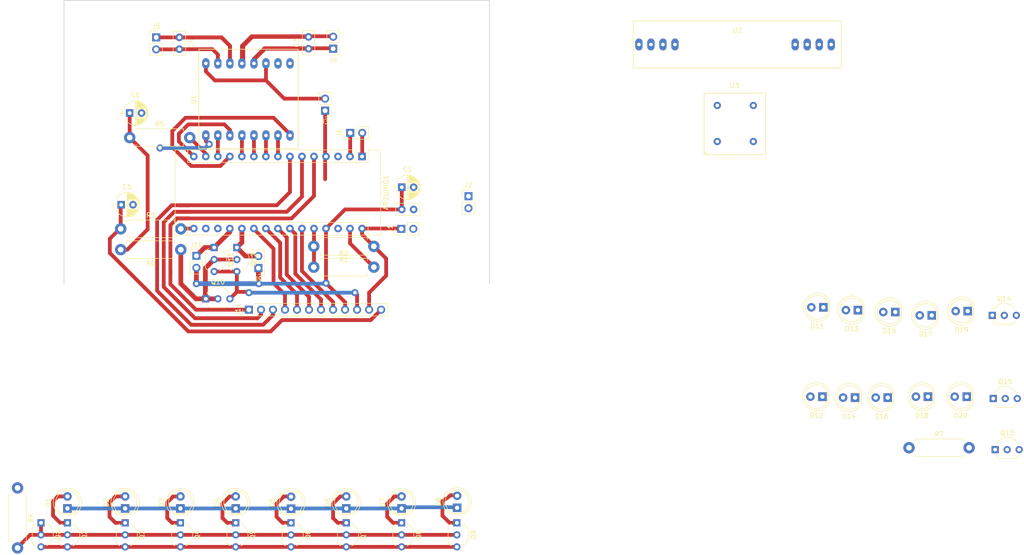
<source format=kicad_pcb>
(kicad_pcb (version 4) (host pcbnew 4.0.7-e2-6376~58~ubuntu16.04.1)

  (general
    (links 129)
    (no_connects 55)
    (area 64.440999 48.692999 154.507001 108.787001)
    (thickness 1.6)
    (drawings 3)
    (tracks 265)
    (zones 0)
    (modules 59)
    (nets 65)
  )

  (page A4)
  (layers
    (0 F.Cu signal)
    (31 B.Cu signal)
    (32 B.Adhes user)
    (33 F.Adhes user)
    (34 B.Paste user)
    (35 F.Paste user)
    (36 B.SilkS user)
    (37 F.SilkS user)
    (38 B.Mask user)
    (39 F.Mask user)
    (40 Dwgs.User user)
    (41 Cmts.User user)
    (42 Eco1.User user)
    (43 Eco2.User user)
    (44 Edge.Cuts user)
    (45 Margin user)
    (46 B.CrtYd user)
    (47 F.CrtYd user)
    (48 B.Fab user)
    (49 F.Fab user)
  )

  (setup
    (last_trace_width 0.8)
    (user_trace_width 0.5)
    (user_trace_width 0.8)
    (user_trace_width 1)
    (trace_clearance 0.5)
    (zone_clearance 0.508)
    (zone_45_only no)
    (trace_min 0.5)
    (segment_width 0.2)
    (edge_width 0.15)
    (via_size 1.5)
    (via_drill 0.75)
    (via_min_size 1.2)
    (via_min_drill 0.75)
    (user_via 1.2 0.75)
    (user_via 1.5 0.75)
    (user_via 2 1)
    (uvia_size 0.3)
    (uvia_drill 0.1)
    (uvias_allowed no)
    (uvia_min_size 0.2)
    (uvia_min_drill 0.1)
    (pcb_text_width 0.3)
    (pcb_text_size 1.5 1.5)
    (mod_edge_width 0.15)
    (mod_text_size 1 1)
    (mod_text_width 0.15)
    (pad_size 1.524 1.524)
    (pad_drill 0.762)
    (pad_to_mask_clearance 0.2)
    (aux_axis_origin 0 0)
    (visible_elements FFFFFF7F)
    (pcbplotparams
      (layerselection 0x00030_80000001)
      (usegerberextensions false)
      (excludeedgelayer true)
      (linewidth 0.100000)
      (plotframeref false)
      (viasonmask false)
      (mode 1)
      (useauxorigin false)
      (hpglpennumber 1)
      (hpglpenspeed 20)
      (hpglpendiameter 15)
      (hpglpenoverlay 2)
      (psnegative false)
      (psa4output false)
      (plotreference true)
      (plotvalue true)
      (plotinvisibletext false)
      (padsonsilk false)
      (subtractmaskfromsilk false)
      (outputformat 1)
      (mirror false)
      (drillshape 1)
      (scaleselection 1)
      (outputdirectory ""))
  )

  (net 0 "")
  (net 1 "Net-(ARDUINO1-Pad17)")
  (net 2 "Net-(ARDUINO1-Pad18)")
  (net 3 "Net-(ARDUINO1-Pad3)")
  (net 4 /Nivel_bat)
  (net 5 /gnd_logic)
  (net 6 /E1)
  (net 7 /E2)
  (net 8 /L8)
  (net 9 /L1)
  (net 10 /L7)
  (net 11 /L2)
  (net 12 /L6)
  (net 13 /L3)
  (net 14 /S_linea)
  (net 15 /L4)
  (net 16 "Net-(ARDUINO1-Pad10)")
  (net 17 /L5)
  (net 18 "Net-(ARDUINO1-Pad11)")
  (net 19 /Vcc_5v)
  (net 20 "Net-(ARDUINO1-Pad12)")
  (net 21 "Net-(ARDUINO1-Pad28)")
  (net 22 "Net-(ARDUINO1-Pad13)")
  (net 23 /Encoders)
  (net 24 /Vcc_bat)
  (net 25 "Net-(ARDUINO1-Pad15)")
  (net 26 "Net-(D12-Pad1)")
  (net 27 "Net-(D13-Pad1)")
  (net 28 "Net-(D15-Pad1)")
  (net 29 "Net-(C6-Pad1)")
  (net 30 /gnd_motores)
  (net 31 "Net-(Q1-Pad1)")
  (net 32 /Vref_encoders)
  (net 33 "Net-(D11-Pad1)")
  (net 34 "Net-(D14-Pad1)")
  (net 35 "Net-(D16-Pad1)")
  (net 36 "Net-(D17-Pad1)")
  (net 37 "Net-(D18-Pad1)")
  (net 38 "Net-(D19-Pad1)")
  (net 39 "Net-(D20-Pad1)")
  (net 40 "Net-(Q13-Pad1)")
  (net 41 "Net-(C3-Pad2)")
  (net 42 "Net-(C3-Pad1)")
  (net 43 "Net-(C4-Pad1)")
  (net 44 "Net-(C4-Pad2)")
  (net 45 "Net-(ARDUINO1-Pad8)")
  (net 46 "Net-(ARDUINO1-Pad9)")
  (net 47 /Comunicacion_TX)
  (net 48 /Comunicacion_RX)
  (net 49 "Net-(U2-Pad3)")
  (net 50 "Net-(J7-Pad1)")
  (net 51 "Net-(J8-Pad1)")
  (net 52 /PB5)
  (net 53 /PB4)
  (net 54 /L8_a)
  (net 55 /L1_a)
  (net 56 /L7_a)
  (net 57 /L2_a)
  (net 58 /L6_a)
  (net 59 /L3_a)
  (net 60 /L4_a)
  (net 61 /L5_a)
  (net 62 /S_lin_ref)
  (net 63 /S_lin_ref_a)
  (net 64 "Net-(Q5-Pad2)")

  (net_class Default "This is the default net class."
    (clearance 0.5)
    (trace_width 0.8)
    (via_dia 1.5)
    (via_drill 0.75)
    (uvia_dia 0.3)
    (uvia_drill 0.1)
    (add_net /Comunicacion_RX)
    (add_net /Comunicacion_TX)
    (add_net /E1)
    (add_net /E2)
    (add_net /Encoders)
    (add_net /L1)
    (add_net /L1_a)
    (add_net /L2)
    (add_net /L2_a)
    (add_net /L3)
    (add_net /L3_a)
    (add_net /L4)
    (add_net /L4_a)
    (add_net /L5)
    (add_net /L5_a)
    (add_net /L6)
    (add_net /L6_a)
    (add_net /L7)
    (add_net /L7_a)
    (add_net /L8)
    (add_net /L8_a)
    (add_net /Nivel_bat)
    (add_net /PB4)
    (add_net /PB5)
    (add_net /S_lin_ref)
    (add_net /S_lin_ref_a)
    (add_net /S_linea)
    (add_net /Vcc_5v)
    (add_net /Vcc_bat)
    (add_net /Vref_encoders)
    (add_net /gnd_logic)
    (add_net /gnd_motores)
    (add_net "Net-(ARDUINO1-Pad10)")
    (add_net "Net-(ARDUINO1-Pad11)")
    (add_net "Net-(ARDUINO1-Pad12)")
    (add_net "Net-(ARDUINO1-Pad13)")
    (add_net "Net-(ARDUINO1-Pad15)")
    (add_net "Net-(ARDUINO1-Pad17)")
    (add_net "Net-(ARDUINO1-Pad18)")
    (add_net "Net-(ARDUINO1-Pad28)")
    (add_net "Net-(ARDUINO1-Pad3)")
    (add_net "Net-(ARDUINO1-Pad8)")
    (add_net "Net-(ARDUINO1-Pad9)")
    (add_net "Net-(C3-Pad1)")
    (add_net "Net-(C3-Pad2)")
    (add_net "Net-(C4-Pad1)")
    (add_net "Net-(C4-Pad2)")
    (add_net "Net-(C6-Pad1)")
    (add_net "Net-(D11-Pad1)")
    (add_net "Net-(D12-Pad1)")
    (add_net "Net-(D13-Pad1)")
    (add_net "Net-(D14-Pad1)")
    (add_net "Net-(D15-Pad1)")
    (add_net "Net-(D16-Pad1)")
    (add_net "Net-(D17-Pad1)")
    (add_net "Net-(D18-Pad1)")
    (add_net "Net-(D19-Pad1)")
    (add_net "Net-(D20-Pad1)")
    (add_net "Net-(J7-Pad1)")
    (add_net "Net-(J8-Pad1)")
    (add_net "Net-(Q1-Pad1)")
    (add_net "Net-(Q13-Pad1)")
    (add_net "Net-(Q5-Pad2)")
    (add_net "Net-(U2-Pad3)")
  )

  (module Pin_Headers:Pin_Header_Straight_1x02_Pitch2.54mm (layer F.Cu) (tedit 59650532) (tstamp 5A807C09)
    (at 105.6 105.4 180)
    (descr "Through hole straight pin header, 1x02, 2.54mm pitch, single row")
    (tags "Through hole pin header THT 1x02 2.54mm single row")
    (path /5A8084FE)
    (fp_text reference J9 (at 0 -2.33 180) (layer F.SilkS)
      (effects (font (size 1 1) (thickness 0.15)))
    )
    (fp_text value Conn_01x02 (at 0 4.87 180) (layer F.Fab)
      (effects (font (size 1 1) (thickness 0.15)))
    )
    (fp_line (start -0.635 -1.27) (end 1.27 -1.27) (layer F.Fab) (width 0.1))
    (fp_line (start 1.27 -1.27) (end 1.27 3.81) (layer F.Fab) (width 0.1))
    (fp_line (start 1.27 3.81) (end -1.27 3.81) (layer F.Fab) (width 0.1))
    (fp_line (start -1.27 3.81) (end -1.27 -0.635) (layer F.Fab) (width 0.1))
    (fp_line (start -1.27 -0.635) (end -0.635 -1.27) (layer F.Fab) (width 0.1))
    (fp_line (start -1.33 3.87) (end 1.33 3.87) (layer F.SilkS) (width 0.12))
    (fp_line (start -1.33 1.27) (end -1.33 3.87) (layer F.SilkS) (width 0.12))
    (fp_line (start 1.33 1.27) (end 1.33 3.87) (layer F.SilkS) (width 0.12))
    (fp_line (start -1.33 1.27) (end 1.33 1.27) (layer F.SilkS) (width 0.12))
    (fp_line (start -1.33 0) (end -1.33 -1.33) (layer F.SilkS) (width 0.12))
    (fp_line (start -1.33 -1.33) (end 0 -1.33) (layer F.SilkS) (width 0.12))
    (fp_line (start -1.8 -1.8) (end -1.8 4.35) (layer F.CrtYd) (width 0.05))
    (fp_line (start -1.8 4.35) (end 1.8 4.35) (layer F.CrtYd) (width 0.05))
    (fp_line (start 1.8 4.35) (end 1.8 -1.8) (layer F.CrtYd) (width 0.05))
    (fp_line (start 1.8 -1.8) (end -1.8 -1.8) (layer F.CrtYd) (width 0.05))
    (fp_text user %R (at 0 1.27 270) (layer F.Fab)
      (effects (font (size 1 1) (thickness 0.15)))
    )
    (pad 1 thru_hole rect (at 0 0 180) (size 1.7 1.7) (drill 1) (layers *.Cu *.Mask)
      (net 19 /Vcc_5v))
    (pad 2 thru_hole oval (at 0 2.54 180) (size 1.7 1.7) (drill 1) (layers *.Cu *.Mask)
      (net 7 /E2))
    (model ${KISYS3DMOD}/Pin_Headers.3dshapes/Pin_Header_Straight_1x02_Pitch2.54mm.wrl
      (at (xyz 0 0 0))
      (scale (xyz 1 1 1))
      (rotate (xyz 0 0 0))
    )
  )

  (module Propias:tb6612 (layer F.Cu) (tedit 5A7E0F65) (tstamp 5A7E1953)
    (at 94.5 62.1 270)
    (path /5A7E9351)
    (fp_text reference U1 (at 7.62 2.54 270) (layer F.SilkS)
      (effects (font (size 1 1) (thickness 0.15)))
    )
    (fp_text value TB6612F (at 7.62 -17.78 270) (layer F.Fab)
      (effects (font (size 1 1) (thickness 0.15)))
    )
    (fp_line (start -2.99 -19.51) (end 18.01 -19.51) (layer F.SilkS) (width 0.15))
    (fp_line (start 18.01 -19.51) (end 18.01 1.49) (layer F.SilkS) (width 0.15))
    (fp_line (start 18.01 1.49) (end -2.99 1.49) (layer F.SilkS) (width 0.15))
    (fp_line (start -2.99 1.49) (end -2.99 -19.51) (layer F.SilkS) (width 0.15))
    (pad 9 thru_hole oval (at 15.24 0) (size 1.524 2.2) (drill 0.762) (layers *.Cu *.Mask B.Adhes)
      (net 5 /gnd_logic))
    (pad 11 thru_hole oval (at 15.24 -5.08) (size 1.524 2.2) (drill 0.762) (layers *.Cu *.Mask B.Adhes)
      (net 25 "Net-(ARDUINO1-Pad15)"))
    (pad 10 thru_hole oval (at 15.24 -2.54) (size 1.524 2.2) (drill 0.762) (layers *.Cu *.Mask B.Adhes)
      (net 22 "Net-(ARDUINO1-Pad13)"))
    (pad 14 thru_hole oval (at 15.24 -12.7) (size 1.524 2.2) (drill 0.762) (layers *.Cu *.Mask B.Adhes)
      (net 46 "Net-(ARDUINO1-Pad9)"))
    (pad 13 thru_hole oval (at 15.24 -10.16) (size 1.524 2.2) (drill 0.762) (layers *.Cu *.Mask B.Adhes)
      (net 16 "Net-(ARDUINO1-Pad10)"))
    (pad 12 thru_hole oval (at 15.24 -7.62) (size 1.524 2.2) (drill 0.762) (layers *.Cu *.Mask B.Adhes)
      (net 18 "Net-(ARDUINO1-Pad11)"))
    (pad 16 thru_hole oval (at 15.24 -17.78) (size 1.524 2.2) (drill 0.762) (layers *.Cu *.Mask B.Adhes)
      (net 20 "Net-(ARDUINO1-Pad12)"))
    (pad 15 thru_hole oval (at 15.24 -15.24) (size 1.524 2.2) (drill 0.762) (layers *.Cu *.Mask B.Adhes)
      (net 45 "Net-(ARDUINO1-Pad8)"))
    (pad 1 thru_hole oval (at 0 -17.78) (size 1.524 2.2) (drill 0.762) (layers *.Cu *.Mask B.Adhes)
      (net 24 /Vcc_bat))
    (pad 2 thru_hole oval (at 0 -15.24) (size 1.524 2.2) (drill 0.762) (layers *.Cu *.Mask B.Adhes)
      (net 19 /Vcc_5v))
    (pad 5 thru_hole oval (at 0 -7.62) (size 1.524 2.2) (drill 0.762) (layers *.Cu *.Mask B.Adhes)
      (net 41 "Net-(C3-Pad2)"))
    (pad 3 thru_hole oval (at 0 -12.7) (size 1.524 2.2) (drill 0.762) (layers *.Cu *.Mask B.Adhes)
      (net 30 /gnd_motores))
    (pad 4 thru_hole oval (at 0 -10.16) (size 1.524 2.2) (drill 0.762) (layers *.Cu *.Mask B.Adhes)
      (net 42 "Net-(C3-Pad1)"))
    (pad 6 thru_hole oval (at 0 -5.08) (size 1.524 2.2) (drill 0.762) (layers *.Cu *.Mask B.Adhes)
      (net 43 "Net-(C4-Pad1)"))
    (pad 7 thru_hole oval (at 0 -2.54) (size 1.524 2.2) (drill 0.762) (layers *.Cu *.Mask B.Adhes)
      (net 44 "Net-(C4-Pad2)"))
    (pad 8 thru_hole oval (at 0 0) (size 1.524 2.2) (drill 0.762) (layers *.Cu *.Mask B.Adhes)
      (net 30 /gnd_motores))
  )

  (module Modules:Arduino_Nano (layer F.Cu) (tedit 58ACAF70) (tstamp 5A7CD068)
    (at 127.508 81.788 270)
    (descr "Arduino Nano, http://www.mouser.com/pdfdocs/Gravitech_Arduino_Nano3_0.pdf")
    (tags "Arduino Nano")
    (path /5A709ECE)
    (fp_text reference ARDUINO1 (at 7.62 -5.08 270) (layer F.SilkS)
      (effects (font (size 1 1) (thickness 0.15)))
    )
    (fp_text value ARDUINO_NANO (at 8.89 19.05 360) (layer F.Fab)
      (effects (font (size 1 1) (thickness 0.15)))
    )
    (fp_text user %R (at 6.35 19.05 360) (layer F.Fab)
      (effects (font (size 1 1) (thickness 0.15)))
    )
    (fp_line (start 1.27 1.27) (end 1.27 -1.27) (layer F.SilkS) (width 0.12))
    (fp_line (start 1.27 -1.27) (end -1.4 -1.27) (layer F.SilkS) (width 0.12))
    (fp_line (start -1.4 1.27) (end -1.4 39.5) (layer F.SilkS) (width 0.12))
    (fp_line (start -1.4 -3.94) (end -1.4 -1.27) (layer F.SilkS) (width 0.12))
    (fp_line (start 13.97 -1.27) (end 16.64 -1.27) (layer F.SilkS) (width 0.12))
    (fp_line (start 13.97 -1.27) (end 13.97 36.83) (layer F.SilkS) (width 0.12))
    (fp_line (start 13.97 36.83) (end 16.64 36.83) (layer F.SilkS) (width 0.12))
    (fp_line (start 1.27 1.27) (end -1.4 1.27) (layer F.SilkS) (width 0.12))
    (fp_line (start 1.27 1.27) (end 1.27 36.83) (layer F.SilkS) (width 0.12))
    (fp_line (start 1.27 36.83) (end -1.4 36.83) (layer F.SilkS) (width 0.12))
    (fp_line (start 3.81 31.75) (end 11.43 31.75) (layer F.Fab) (width 0.1))
    (fp_line (start 11.43 31.75) (end 11.43 41.91) (layer F.Fab) (width 0.1))
    (fp_line (start 11.43 41.91) (end 3.81 41.91) (layer F.Fab) (width 0.1))
    (fp_line (start 3.81 41.91) (end 3.81 31.75) (layer F.Fab) (width 0.1))
    (fp_line (start -1.4 39.5) (end 16.64 39.5) (layer F.SilkS) (width 0.12))
    (fp_line (start 16.64 39.5) (end 16.64 -3.94) (layer F.SilkS) (width 0.12))
    (fp_line (start 16.64 -3.94) (end -1.4 -3.94) (layer F.SilkS) (width 0.12))
    (fp_line (start 16.51 39.37) (end -1.27 39.37) (layer F.Fab) (width 0.1))
    (fp_line (start -1.27 39.37) (end -1.27 -2.54) (layer F.Fab) (width 0.1))
    (fp_line (start -1.27 -2.54) (end 0 -3.81) (layer F.Fab) (width 0.1))
    (fp_line (start 0 -3.81) (end 16.51 -3.81) (layer F.Fab) (width 0.1))
    (fp_line (start 16.51 -3.81) (end 16.51 39.37) (layer F.Fab) (width 0.1))
    (fp_line (start -1.53 -4.06) (end 16.75 -4.06) (layer F.CrtYd) (width 0.05))
    (fp_line (start -1.53 -4.06) (end -1.53 42.16) (layer F.CrtYd) (width 0.05))
    (fp_line (start 16.75 42.16) (end 16.75 -4.06) (layer F.CrtYd) (width 0.05))
    (fp_line (start 16.75 42.16) (end -1.53 42.16) (layer F.CrtYd) (width 0.05))
    (pad 1 thru_hole rect (at 0 0 270) (size 1.6 1.6) (drill 0.8) (layers *.Cu *.Mask)
      (net 47 /Comunicacion_TX))
    (pad 17 thru_hole oval (at 15.24 33.02 270) (size 1.6 1.6) (drill 0.8) (layers *.Cu *.Mask)
      (net 1 "Net-(ARDUINO1-Pad17)"))
    (pad 2 thru_hole oval (at 0 2.54 270) (size 1.6 1.6) (drill 0.8) (layers *.Cu *.Mask)
      (net 48 /Comunicacion_RX))
    (pad 18 thru_hole oval (at 15.24 30.48 270) (size 1.6 1.6) (drill 0.8) (layers *.Cu *.Mask)
      (net 2 "Net-(ARDUINO1-Pad18)"))
    (pad 3 thru_hole oval (at 0 5.08 270) (size 1.6 1.6) (drill 0.8) (layers *.Cu *.Mask)
      (net 3 "Net-(ARDUINO1-Pad3)"))
    (pad 19 thru_hole oval (at 15.24 27.94 270) (size 1.6 1.6) (drill 0.8) (layers *.Cu *.Mask)
      (net 6 /E1))
    (pad 4 thru_hole oval (at 0 7.62 270) (size 1.6 1.6) (drill 0.8) (layers *.Cu *.Mask)
      (net 5 /gnd_logic))
    (pad 20 thru_hole oval (at 15.24 25.4 270) (size 1.6 1.6) (drill 0.8) (layers *.Cu *.Mask)
      (net 7 /E2))
    (pad 5 thru_hole oval (at 0 10.16 270) (size 1.6 1.6) (drill 0.8) (layers *.Cu *.Mask)
      (net 54 /L8_a))
    (pad 21 thru_hole oval (at 15.24 22.86 270) (size 1.6 1.6) (drill 0.8) (layers *.Cu *.Mask)
      (net 55 /L1_a))
    (pad 6 thru_hole oval (at 0 12.7 270) (size 1.6 1.6) (drill 0.8) (layers *.Cu *.Mask)
      (net 56 /L7_a))
    (pad 22 thru_hole oval (at 15.24 20.32 270) (size 1.6 1.6) (drill 0.8) (layers *.Cu *.Mask)
      (net 57 /L2_a))
    (pad 7 thru_hole oval (at 0 15.24 270) (size 1.6 1.6) (drill 0.8) (layers *.Cu *.Mask)
      (net 58 /L6_a))
    (pad 23 thru_hole oval (at 15.24 17.78 270) (size 1.6 1.6) (drill 0.8) (layers *.Cu *.Mask)
      (net 59 /L3_a))
    (pad 8 thru_hole oval (at 0 17.78 270) (size 1.6 1.6) (drill 0.8) (layers *.Cu *.Mask)
      (net 45 "Net-(ARDUINO1-Pad8)"))
    (pad 24 thru_hole oval (at 15.24 15.24 270) (size 1.6 1.6) (drill 0.8) (layers *.Cu *.Mask)
      (net 60 /L4_a))
    (pad 9 thru_hole oval (at 0 20.32 270) (size 1.6 1.6) (drill 0.8) (layers *.Cu *.Mask)
      (net 46 "Net-(ARDUINO1-Pad9)"))
    (pad 25 thru_hole oval (at 15.24 12.7 270) (size 1.6 1.6) (drill 0.8) (layers *.Cu *.Mask)
      (net 61 /L5_a))
    (pad 10 thru_hole oval (at 0 22.86 270) (size 1.6 1.6) (drill 0.8) (layers *.Cu *.Mask)
      (net 16 "Net-(ARDUINO1-Pad10)"))
    (pad 26 thru_hole oval (at 15.24 10.16 270) (size 1.6 1.6) (drill 0.8) (layers *.Cu *.Mask)
      (net 4 /Nivel_bat))
    (pad 11 thru_hole oval (at 0 25.4 270) (size 1.6 1.6) (drill 0.8) (layers *.Cu *.Mask)
      (net 18 "Net-(ARDUINO1-Pad11)"))
    (pad 27 thru_hole oval (at 15.24 7.62 270) (size 1.6 1.6) (drill 0.8) (layers *.Cu *.Mask)
      (net 19 /Vcc_5v))
    (pad 12 thru_hole oval (at 0 27.94 270) (size 1.6 1.6) (drill 0.8) (layers *.Cu *.Mask)
      (net 20 "Net-(ARDUINO1-Pad12)"))
    (pad 28 thru_hole oval (at 15.24 5.08 270) (size 1.6 1.6) (drill 0.8) (layers *.Cu *.Mask)
      (net 21 "Net-(ARDUINO1-Pad28)"))
    (pad 13 thru_hole oval (at 0 30.48 270) (size 1.6 1.6) (drill 0.8) (layers *.Cu *.Mask)
      (net 22 "Net-(ARDUINO1-Pad13)"))
    (pad 29 thru_hole oval (at 15.24 2.54 270) (size 1.6 1.6) (drill 0.8) (layers *.Cu *.Mask)
      (net 5 /gnd_logic))
    (pad 14 thru_hole oval (at 0 33.02 270) (size 1.6 1.6) (drill 0.8) (layers *.Cu *.Mask)
      (net 23 /Encoders))
    (pad 30 thru_hole oval (at 15.24 0 270) (size 1.6 1.6) (drill 0.8) (layers *.Cu *.Mask)
      (net 24 /Vcc_bat))
    (pad 15 thru_hole oval (at 0 35.56 270) (size 1.6 1.6) (drill 0.8) (layers *.Cu *.Mask)
      (net 25 "Net-(ARDUINO1-Pad15)"))
    (pad 16 thru_hole oval (at 15.24 35.56 270) (size 1.6 1.6) (drill 0.8) (layers *.Cu *.Mask)
      (net 14 /S_linea))
  )

  (module LEDs:LED_D5.0mm (layer F.Cu) (tedit 5995936A) (tstamp 5A7CD06E)
    (at 65.246 156.242 90)
    (descr "LED, diameter 5.0mm, 2 pins, http://cdn-reichelt.de/documents/datenblatt/A500/LL-504BC2E-009.pdf")
    (tags "LED diameter 5.0mm 2 pins")
    (path /5A789293)
    (fp_text reference D1 (at 1.27 -3.96 90) (layer F.SilkS)
      (effects (font (size 1 1) (thickness 0.15)))
    )
    (fp_text value LED (at 1.27 3.96 90) (layer F.Fab)
      (effects (font (size 1 1) (thickness 0.15)))
    )
    (fp_arc (start 1.27 0) (end -1.23 -1.469694) (angle 299.1) (layer F.Fab) (width 0.1))
    (fp_arc (start 1.27 0) (end -1.29 -1.54483) (angle 148.9) (layer F.SilkS) (width 0.12))
    (fp_arc (start 1.27 0) (end -1.29 1.54483) (angle -148.9) (layer F.SilkS) (width 0.12))
    (fp_circle (center 1.27 0) (end 3.77 0) (layer F.Fab) (width 0.1))
    (fp_circle (center 1.27 0) (end 3.77 0) (layer F.SilkS) (width 0.12))
    (fp_line (start -1.23 -1.469694) (end -1.23 1.469694) (layer F.Fab) (width 0.1))
    (fp_line (start -1.29 -1.545) (end -1.29 1.545) (layer F.SilkS) (width 0.12))
    (fp_line (start -1.95 -3.25) (end -1.95 3.25) (layer F.CrtYd) (width 0.05))
    (fp_line (start -1.95 3.25) (end 4.5 3.25) (layer F.CrtYd) (width 0.05))
    (fp_line (start 4.5 3.25) (end 4.5 -3.25) (layer F.CrtYd) (width 0.05))
    (fp_line (start 4.5 -3.25) (end -1.95 -3.25) (layer F.CrtYd) (width 0.05))
    (fp_text user %R (at 1.25 0 90) (layer F.Fab)
      (effects (font (size 0.8 0.8) (thickness 0.2)))
    )
    (pad 1 thru_hole rect (at 0 0 90) (size 1.8 1.8) (drill 0.9) (layers *.Cu *.Mask)
      (net 19 /Vcc_5v))
    (pad 2 thru_hole circle (at 2.54 0 90) (size 1.8 1.8) (drill 0.9) (layers *.Cu *.Mask)
      (net 9 /L1))
    (model ${KISYS3DMOD}/LEDs.3dshapes/LED_D5.0mm.wrl
      (at (xyz 0 0 0))
      (scale (xyz 0.393701 0.393701 0.393701))
      (rotate (xyz 0 0 0))
    )
  )

  (module LEDs:LED_D5.0mm (layer F.Cu) (tedit 5995936A) (tstamp 5A7CD074)
    (at 77.438 156.242 90)
    (descr "LED, diameter 5.0mm, 2 pins, http://cdn-reichelt.de/documents/datenblatt/A500/LL-504BC2E-009.pdf")
    (tags "LED diameter 5.0mm 2 pins")
    (path /5A789F63)
    (fp_text reference D2 (at 1.27 -3.96 90) (layer F.SilkS)
      (effects (font (size 1 1) (thickness 0.15)))
    )
    (fp_text value LED (at 1.27 3.96 90) (layer F.Fab)
      (effects (font (size 1 1) (thickness 0.15)))
    )
    (fp_arc (start 1.27 0) (end -1.23 -1.469694) (angle 299.1) (layer F.Fab) (width 0.1))
    (fp_arc (start 1.27 0) (end -1.29 -1.54483) (angle 148.9) (layer F.SilkS) (width 0.12))
    (fp_arc (start 1.27 0) (end -1.29 1.54483) (angle -148.9) (layer F.SilkS) (width 0.12))
    (fp_circle (center 1.27 0) (end 3.77 0) (layer F.Fab) (width 0.1))
    (fp_circle (center 1.27 0) (end 3.77 0) (layer F.SilkS) (width 0.12))
    (fp_line (start -1.23 -1.469694) (end -1.23 1.469694) (layer F.Fab) (width 0.1))
    (fp_line (start -1.29 -1.545) (end -1.29 1.545) (layer F.SilkS) (width 0.12))
    (fp_line (start -1.95 -3.25) (end -1.95 3.25) (layer F.CrtYd) (width 0.05))
    (fp_line (start -1.95 3.25) (end 4.5 3.25) (layer F.CrtYd) (width 0.05))
    (fp_line (start 4.5 3.25) (end 4.5 -3.25) (layer F.CrtYd) (width 0.05))
    (fp_line (start 4.5 -3.25) (end -1.95 -3.25) (layer F.CrtYd) (width 0.05))
    (fp_text user %R (at 1.25 0 90) (layer F.Fab)
      (effects (font (size 0.8 0.8) (thickness 0.2)))
    )
    (pad 1 thru_hole rect (at 0 0 90) (size 1.8 1.8) (drill 0.9) (layers *.Cu *.Mask)
      (net 19 /Vcc_5v))
    (pad 2 thru_hole circle (at 2.54 0 90) (size 1.8 1.8) (drill 0.9) (layers *.Cu *.Mask)
      (net 11 /L2))
    (model ${KISYS3DMOD}/LEDs.3dshapes/LED_D5.0mm.wrl
      (at (xyz 0 0 0))
      (scale (xyz 0.393701 0.393701 0.393701))
      (rotate (xyz 0 0 0))
    )
  )

  (module LEDs:LED_D5.0mm (layer F.Cu) (tedit 5995936A) (tstamp 5A7CD07A)
    (at 89.122 156.242 90)
    (descr "LED, diameter 5.0mm, 2 pins, http://cdn-reichelt.de/documents/datenblatt/A500/LL-504BC2E-009.pdf")
    (tags "LED diameter 5.0mm 2 pins")
    (path /5A78A212)
    (fp_text reference D3 (at 1.27 -3.96 90) (layer F.SilkS)
      (effects (font (size 1 1) (thickness 0.15)))
    )
    (fp_text value LED (at 1.27 3.96 90) (layer F.Fab)
      (effects (font (size 1 1) (thickness 0.15)))
    )
    (fp_arc (start 1.27 0) (end -1.23 -1.469694) (angle 299.1) (layer F.Fab) (width 0.1))
    (fp_arc (start 1.27 0) (end -1.29 -1.54483) (angle 148.9) (layer F.SilkS) (width 0.12))
    (fp_arc (start 1.27 0) (end -1.29 1.54483) (angle -148.9) (layer F.SilkS) (width 0.12))
    (fp_circle (center 1.27 0) (end 3.77 0) (layer F.Fab) (width 0.1))
    (fp_circle (center 1.27 0) (end 3.77 0) (layer F.SilkS) (width 0.12))
    (fp_line (start -1.23 -1.469694) (end -1.23 1.469694) (layer F.Fab) (width 0.1))
    (fp_line (start -1.29 -1.545) (end -1.29 1.545) (layer F.SilkS) (width 0.12))
    (fp_line (start -1.95 -3.25) (end -1.95 3.25) (layer F.CrtYd) (width 0.05))
    (fp_line (start -1.95 3.25) (end 4.5 3.25) (layer F.CrtYd) (width 0.05))
    (fp_line (start 4.5 3.25) (end 4.5 -3.25) (layer F.CrtYd) (width 0.05))
    (fp_line (start 4.5 -3.25) (end -1.95 -3.25) (layer F.CrtYd) (width 0.05))
    (fp_text user %R (at 1.25 0 90) (layer F.Fab)
      (effects (font (size 0.8 0.8) (thickness 0.2)))
    )
    (pad 1 thru_hole rect (at 0 0 90) (size 1.8 1.8) (drill 0.9) (layers *.Cu *.Mask)
      (net 19 /Vcc_5v))
    (pad 2 thru_hole circle (at 2.54 0 90) (size 1.8 1.8) (drill 0.9) (layers *.Cu *.Mask)
      (net 13 /L3))
    (model ${KISYS3DMOD}/LEDs.3dshapes/LED_D5.0mm.wrl
      (at (xyz 0 0 0))
      (scale (xyz 0.393701 0.393701 0.393701))
      (rotate (xyz 0 0 0))
    )
  )

  (module LEDs:LED_D5.0mm (layer F.Cu) (tedit 5995936A) (tstamp 5A7CD080)
    (at 100.806 156.242 90)
    (descr "LED, diameter 5.0mm, 2 pins, http://cdn-reichelt.de/documents/datenblatt/A500/LL-504BC2E-009.pdf")
    (tags "LED diameter 5.0mm 2 pins")
    (path /5A78A21F)
    (fp_text reference D4 (at 1.27 -3.96 90) (layer F.SilkS)
      (effects (font (size 1 1) (thickness 0.15)))
    )
    (fp_text value LED (at 1.27 3.96 90) (layer F.Fab)
      (effects (font (size 1 1) (thickness 0.15)))
    )
    (fp_arc (start 1.27 0) (end -1.23 -1.469694) (angle 299.1) (layer F.Fab) (width 0.1))
    (fp_arc (start 1.27 0) (end -1.29 -1.54483) (angle 148.9) (layer F.SilkS) (width 0.12))
    (fp_arc (start 1.27 0) (end -1.29 1.54483) (angle -148.9) (layer F.SilkS) (width 0.12))
    (fp_circle (center 1.27 0) (end 3.77 0) (layer F.Fab) (width 0.1))
    (fp_circle (center 1.27 0) (end 3.77 0) (layer F.SilkS) (width 0.12))
    (fp_line (start -1.23 -1.469694) (end -1.23 1.469694) (layer F.Fab) (width 0.1))
    (fp_line (start -1.29 -1.545) (end -1.29 1.545) (layer F.SilkS) (width 0.12))
    (fp_line (start -1.95 -3.25) (end -1.95 3.25) (layer F.CrtYd) (width 0.05))
    (fp_line (start -1.95 3.25) (end 4.5 3.25) (layer F.CrtYd) (width 0.05))
    (fp_line (start 4.5 3.25) (end 4.5 -3.25) (layer F.CrtYd) (width 0.05))
    (fp_line (start 4.5 -3.25) (end -1.95 -3.25) (layer F.CrtYd) (width 0.05))
    (fp_text user %R (at 1.25 0 90) (layer F.Fab)
      (effects (font (size 0.8 0.8) (thickness 0.2)))
    )
    (pad 1 thru_hole rect (at 0 0 90) (size 1.8 1.8) (drill 0.9) (layers *.Cu *.Mask)
      (net 19 /Vcc_5v))
    (pad 2 thru_hole circle (at 2.54 0 90) (size 1.8 1.8) (drill 0.9) (layers *.Cu *.Mask)
      (net 15 /L4))
    (model ${KISYS3DMOD}/LEDs.3dshapes/LED_D5.0mm.wrl
      (at (xyz 0 0 0))
      (scale (xyz 0.393701 0.393701 0.393701))
      (rotate (xyz 0 0 0))
    )
  )

  (module LEDs:LED_D5.0mm (layer F.Cu) (tedit 5995936A) (tstamp 5A7CD086)
    (at 112.5 156.3 90)
    (descr "LED, diameter 5.0mm, 2 pins, http://cdn-reichelt.de/documents/datenblatt/A500/LL-504BC2E-009.pdf")
    (tags "LED diameter 5.0mm 2 pins")
    (path /5A78A83A)
    (fp_text reference D5 (at 1.27 -3.96 90) (layer F.SilkS)
      (effects (font (size 1 1) (thickness 0.15)))
    )
    (fp_text value LED (at 1.27 3.96 90) (layer F.Fab)
      (effects (font (size 1 1) (thickness 0.15)))
    )
    (fp_arc (start 1.27 0) (end -1.23 -1.469694) (angle 299.1) (layer F.Fab) (width 0.1))
    (fp_arc (start 1.27 0) (end -1.29 -1.54483) (angle 148.9) (layer F.SilkS) (width 0.12))
    (fp_arc (start 1.27 0) (end -1.29 1.54483) (angle -148.9) (layer F.SilkS) (width 0.12))
    (fp_circle (center 1.27 0) (end 3.77 0) (layer F.Fab) (width 0.1))
    (fp_circle (center 1.27 0) (end 3.77 0) (layer F.SilkS) (width 0.12))
    (fp_line (start -1.23 -1.469694) (end -1.23 1.469694) (layer F.Fab) (width 0.1))
    (fp_line (start -1.29 -1.545) (end -1.29 1.545) (layer F.SilkS) (width 0.12))
    (fp_line (start -1.95 -3.25) (end -1.95 3.25) (layer F.CrtYd) (width 0.05))
    (fp_line (start -1.95 3.25) (end 4.5 3.25) (layer F.CrtYd) (width 0.05))
    (fp_line (start 4.5 3.25) (end 4.5 -3.25) (layer F.CrtYd) (width 0.05))
    (fp_line (start 4.5 -3.25) (end -1.95 -3.25) (layer F.CrtYd) (width 0.05))
    (fp_text user %R (at 1.25 0 90) (layer F.Fab)
      (effects (font (size 0.8 0.8) (thickness 0.2)))
    )
    (pad 1 thru_hole rect (at 0 0 90) (size 1.8 1.8) (drill 0.9) (layers *.Cu *.Mask)
      (net 19 /Vcc_5v))
    (pad 2 thru_hole circle (at 2.54 0 90) (size 1.8 1.8) (drill 0.9) (layers *.Cu *.Mask)
      (net 17 /L5))
    (model ${KISYS3DMOD}/LEDs.3dshapes/LED_D5.0mm.wrl
      (at (xyz 0 0 0))
      (scale (xyz 0.393701 0.393701 0.393701))
      (rotate (xyz 0 0 0))
    )
  )

  (module LEDs:LED_D5.0mm (layer F.Cu) (tedit 5995936A) (tstamp 5A7CD08C)
    (at 124.174 156.242 90)
    (descr "LED, diameter 5.0mm, 2 pins, http://cdn-reichelt.de/documents/datenblatt/A500/LL-504BC2E-009.pdf")
    (tags "LED diameter 5.0mm 2 pins")
    (path /5A78A847)
    (fp_text reference D6 (at 1.27 -3.96 90) (layer F.SilkS)
      (effects (font (size 1 1) (thickness 0.15)))
    )
    (fp_text value LED (at 1.27 3.96 90) (layer F.Fab)
      (effects (font (size 1 1) (thickness 0.15)))
    )
    (fp_arc (start 1.27 0) (end -1.23 -1.469694) (angle 299.1) (layer F.Fab) (width 0.1))
    (fp_arc (start 1.27 0) (end -1.29 -1.54483) (angle 148.9) (layer F.SilkS) (width 0.12))
    (fp_arc (start 1.27 0) (end -1.29 1.54483) (angle -148.9) (layer F.SilkS) (width 0.12))
    (fp_circle (center 1.27 0) (end 3.77 0) (layer F.Fab) (width 0.1))
    (fp_circle (center 1.27 0) (end 3.77 0) (layer F.SilkS) (width 0.12))
    (fp_line (start -1.23 -1.469694) (end -1.23 1.469694) (layer F.Fab) (width 0.1))
    (fp_line (start -1.29 -1.545) (end -1.29 1.545) (layer F.SilkS) (width 0.12))
    (fp_line (start -1.95 -3.25) (end -1.95 3.25) (layer F.CrtYd) (width 0.05))
    (fp_line (start -1.95 3.25) (end 4.5 3.25) (layer F.CrtYd) (width 0.05))
    (fp_line (start 4.5 3.25) (end 4.5 -3.25) (layer F.CrtYd) (width 0.05))
    (fp_line (start 4.5 -3.25) (end -1.95 -3.25) (layer F.CrtYd) (width 0.05))
    (fp_text user %R (at 1.25 0 90) (layer F.Fab)
      (effects (font (size 0.8 0.8) (thickness 0.2)))
    )
    (pad 1 thru_hole rect (at 0 0 90) (size 1.8 1.8) (drill 0.9) (layers *.Cu *.Mask)
      (net 19 /Vcc_5v))
    (pad 2 thru_hole circle (at 2.54 0 90) (size 1.8 1.8) (drill 0.9) (layers *.Cu *.Mask)
      (net 12 /L6))
    (model ${KISYS3DMOD}/LEDs.3dshapes/LED_D5.0mm.wrl
      (at (xyz 0 0 0))
      (scale (xyz 0.393701 0.393701 0.393701))
      (rotate (xyz 0 0 0))
    )
  )

  (module LEDs:LED_D5.0mm (layer F.Cu) (tedit 5995936A) (tstamp 5A7CD092)
    (at 135.858 156.242 90)
    (descr "LED, diameter 5.0mm, 2 pins, http://cdn-reichelt.de/documents/datenblatt/A500/LL-504BC2E-009.pdf")
    (tags "LED diameter 5.0mm 2 pins")
    (path /5A78A854)
    (fp_text reference D7 (at 1.27 -3.96 90) (layer F.SilkS)
      (effects (font (size 1 1) (thickness 0.15)))
    )
    (fp_text value LED (at 1.27 3.96 90) (layer F.Fab)
      (effects (font (size 1 1) (thickness 0.15)))
    )
    (fp_arc (start 1.27 0) (end -1.23 -1.469694) (angle 299.1) (layer F.Fab) (width 0.1))
    (fp_arc (start 1.27 0) (end -1.29 -1.54483) (angle 148.9) (layer F.SilkS) (width 0.12))
    (fp_arc (start 1.27 0) (end -1.29 1.54483) (angle -148.9) (layer F.SilkS) (width 0.12))
    (fp_circle (center 1.27 0) (end 3.77 0) (layer F.Fab) (width 0.1))
    (fp_circle (center 1.27 0) (end 3.77 0) (layer F.SilkS) (width 0.12))
    (fp_line (start -1.23 -1.469694) (end -1.23 1.469694) (layer F.Fab) (width 0.1))
    (fp_line (start -1.29 -1.545) (end -1.29 1.545) (layer F.SilkS) (width 0.12))
    (fp_line (start -1.95 -3.25) (end -1.95 3.25) (layer F.CrtYd) (width 0.05))
    (fp_line (start -1.95 3.25) (end 4.5 3.25) (layer F.CrtYd) (width 0.05))
    (fp_line (start 4.5 3.25) (end 4.5 -3.25) (layer F.CrtYd) (width 0.05))
    (fp_line (start 4.5 -3.25) (end -1.95 -3.25) (layer F.CrtYd) (width 0.05))
    (fp_text user %R (at 1.25 0 90) (layer F.Fab)
      (effects (font (size 0.8 0.8) (thickness 0.2)))
    )
    (pad 1 thru_hole rect (at 0 0 90) (size 1.8 1.8) (drill 0.9) (layers *.Cu *.Mask)
      (net 19 /Vcc_5v))
    (pad 2 thru_hole circle (at 2.54 0 90) (size 1.8 1.8) (drill 0.9) (layers *.Cu *.Mask)
      (net 10 /L7))
    (model ${KISYS3DMOD}/LEDs.3dshapes/LED_D5.0mm.wrl
      (at (xyz 0 0 0))
      (scale (xyz 0.393701 0.393701 0.393701))
      (rotate (xyz 0 0 0))
    )
  )

  (module LEDs:LED_D5.0mm (layer F.Cu) (tedit 5995936A) (tstamp 5A7CD098)
    (at 147.6 156.1 90)
    (descr "LED, diameter 5.0mm, 2 pins, http://cdn-reichelt.de/documents/datenblatt/A500/LL-504BC2E-009.pdf")
    (tags "LED diameter 5.0mm 2 pins")
    (path /5A78A861)
    (fp_text reference D8 (at 1.27 -3.96 90) (layer F.SilkS)
      (effects (font (size 1 1) (thickness 0.15)))
    )
    (fp_text value LED (at 1.27 3.96 90) (layer F.Fab)
      (effects (font (size 1 1) (thickness 0.15)))
    )
    (fp_arc (start 1.27 0) (end -1.23 -1.469694) (angle 299.1) (layer F.Fab) (width 0.1))
    (fp_arc (start 1.27 0) (end -1.29 -1.54483) (angle 148.9) (layer F.SilkS) (width 0.12))
    (fp_arc (start 1.27 0) (end -1.29 1.54483) (angle -148.9) (layer F.SilkS) (width 0.12))
    (fp_circle (center 1.27 0) (end 3.77 0) (layer F.Fab) (width 0.1))
    (fp_circle (center 1.27 0) (end 3.77 0) (layer F.SilkS) (width 0.12))
    (fp_line (start -1.23 -1.469694) (end -1.23 1.469694) (layer F.Fab) (width 0.1))
    (fp_line (start -1.29 -1.545) (end -1.29 1.545) (layer F.SilkS) (width 0.12))
    (fp_line (start -1.95 -3.25) (end -1.95 3.25) (layer F.CrtYd) (width 0.05))
    (fp_line (start -1.95 3.25) (end 4.5 3.25) (layer F.CrtYd) (width 0.05))
    (fp_line (start 4.5 3.25) (end 4.5 -3.25) (layer F.CrtYd) (width 0.05))
    (fp_line (start 4.5 -3.25) (end -1.95 -3.25) (layer F.CrtYd) (width 0.05))
    (fp_text user %R (at 1.25 0 90) (layer F.Fab)
      (effects (font (size 0.8 0.8) (thickness 0.2)))
    )
    (pad 1 thru_hole rect (at 0 0 90) (size 1.8 1.8) (drill 0.9) (layers *.Cu *.Mask)
      (net 19 /Vcc_5v))
    (pad 2 thru_hole circle (at 2.54 0 90) (size 1.8 1.8) (drill 0.9) (layers *.Cu *.Mask)
      (net 8 /L8))
    (model ${KISYS3DMOD}/LEDs.3dshapes/LED_D5.0mm.wrl
      (at (xyz 0 0 0))
      (scale (xyz 0.393701 0.393701 0.393701))
      (rotate (xyz 0 0 0))
    )
  )

  (module LEDs:LED_D5.0mm (layer F.Cu) (tedit 5995936A) (tstamp 5A7CD0AA)
    (at 225 113.7 180)
    (descr "LED, diameter 5.0mm, 2 pins, http://cdn-reichelt.de/documents/datenblatt/A500/LL-504BC2E-009.pdf")
    (tags "LED diameter 5.0mm 2 pins")
    (path /5A78E597)
    (fp_text reference D11 (at 1.27 -3.96 180) (layer F.SilkS)
      (effects (font (size 1 1) (thickness 0.15)))
    )
    (fp_text value LED (at 1.27 3.96 180) (layer F.Fab)
      (effects (font (size 1 1) (thickness 0.15)))
    )
    (fp_arc (start 1.27 0) (end -1.23 -1.469694) (angle 299.1) (layer F.Fab) (width 0.1))
    (fp_arc (start 1.27 0) (end -1.29 -1.54483) (angle 148.9) (layer F.SilkS) (width 0.12))
    (fp_arc (start 1.27 0) (end -1.29 1.54483) (angle -148.9) (layer F.SilkS) (width 0.12))
    (fp_circle (center 1.27 0) (end 3.77 0) (layer F.Fab) (width 0.1))
    (fp_circle (center 1.27 0) (end 3.77 0) (layer F.SilkS) (width 0.12))
    (fp_line (start -1.23 -1.469694) (end -1.23 1.469694) (layer F.Fab) (width 0.1))
    (fp_line (start -1.29 -1.545) (end -1.29 1.545) (layer F.SilkS) (width 0.12))
    (fp_line (start -1.95 -3.25) (end -1.95 3.25) (layer F.CrtYd) (width 0.05))
    (fp_line (start -1.95 3.25) (end 4.5 3.25) (layer F.CrtYd) (width 0.05))
    (fp_line (start 4.5 3.25) (end 4.5 -3.25) (layer F.CrtYd) (width 0.05))
    (fp_line (start 4.5 -3.25) (end -1.95 -3.25) (layer F.CrtYd) (width 0.05))
    (fp_text user %R (at 1.25 0 180) (layer F.Fab)
      (effects (font (size 0.8 0.8) (thickness 0.2)))
    )
    (pad 1 thru_hole rect (at 0 0 180) (size 1.8 1.8) (drill 0.9) (layers *.Cu *.Mask)
      (net 33 "Net-(D11-Pad1)"))
    (pad 2 thru_hole circle (at 2.54 0 180) (size 1.8 1.8) (drill 0.9) (layers *.Cu *.Mask)
      (net 24 /Vcc_bat))
    (model ${KISYS3DMOD}/LEDs.3dshapes/LED_D5.0mm.wrl
      (at (xyz 0 0 0))
      (scale (xyz 0.393701 0.393701 0.393701))
      (rotate (xyz 0 0 0))
    )
  )

  (module LEDs:LED_D5.0mm (layer F.Cu) (tedit 5995936A) (tstamp 5A7CD0B0)
    (at 224.8 132.6 180)
    (descr "LED, diameter 5.0mm, 2 pins, http://cdn-reichelt.de/documents/datenblatt/A500/LL-504BC2E-009.pdf")
    (tags "LED diameter 5.0mm 2 pins")
    (path /5A790503)
    (fp_text reference D12 (at 1.27 -3.96 180) (layer F.SilkS)
      (effects (font (size 1 1) (thickness 0.15)))
    )
    (fp_text value LED (at 1.27 3.96 180) (layer F.Fab)
      (effects (font (size 1 1) (thickness 0.15)))
    )
    (fp_arc (start 1.27 0) (end -1.23 -1.469694) (angle 299.1) (layer F.Fab) (width 0.1))
    (fp_arc (start 1.27 0) (end -1.29 -1.54483) (angle 148.9) (layer F.SilkS) (width 0.12))
    (fp_arc (start 1.27 0) (end -1.29 1.54483) (angle -148.9) (layer F.SilkS) (width 0.12))
    (fp_circle (center 1.27 0) (end 3.77 0) (layer F.Fab) (width 0.1))
    (fp_circle (center 1.27 0) (end 3.77 0) (layer F.SilkS) (width 0.12))
    (fp_line (start -1.23 -1.469694) (end -1.23 1.469694) (layer F.Fab) (width 0.1))
    (fp_line (start -1.29 -1.545) (end -1.29 1.545) (layer F.SilkS) (width 0.12))
    (fp_line (start -1.95 -3.25) (end -1.95 3.25) (layer F.CrtYd) (width 0.05))
    (fp_line (start -1.95 3.25) (end 4.5 3.25) (layer F.CrtYd) (width 0.05))
    (fp_line (start 4.5 3.25) (end 4.5 -3.25) (layer F.CrtYd) (width 0.05))
    (fp_line (start 4.5 -3.25) (end -1.95 -3.25) (layer F.CrtYd) (width 0.05))
    (fp_text user %R (at 1.25 0 180) (layer F.Fab)
      (effects (font (size 0.8 0.8) (thickness 0.2)))
    )
    (pad 1 thru_hole rect (at 0 0 180) (size 1.8 1.8) (drill 0.9) (layers *.Cu *.Mask)
      (net 26 "Net-(D12-Pad1)"))
    (pad 2 thru_hole circle (at 2.54 0 180) (size 1.8 1.8) (drill 0.9) (layers *.Cu *.Mask)
      (net 24 /Vcc_bat))
    (model ${KISYS3DMOD}/LEDs.3dshapes/LED_D5.0mm.wrl
      (at (xyz 0 0 0))
      (scale (xyz 0.393701 0.393701 0.393701))
      (rotate (xyz 0 0 0))
    )
  )

  (module LEDs:LED_D5.0mm (layer F.Cu) (tedit 5995936A) (tstamp 5A7CD0B6)
    (at 232.3 114.3 180)
    (descr "LED, diameter 5.0mm, 2 pins, http://cdn-reichelt.de/documents/datenblatt/A500/LL-504BC2E-009.pdf")
    (tags "LED diameter 5.0mm 2 pins")
    (path /5A78EDEA)
    (fp_text reference D13 (at 1.27 -3.96 180) (layer F.SilkS)
      (effects (font (size 1 1) (thickness 0.15)))
    )
    (fp_text value LED (at 1.27 3.96 180) (layer F.Fab)
      (effects (font (size 1 1) (thickness 0.15)))
    )
    (fp_arc (start 1.27 0) (end -1.23 -1.469694) (angle 299.1) (layer F.Fab) (width 0.1))
    (fp_arc (start 1.27 0) (end -1.29 -1.54483) (angle 148.9) (layer F.SilkS) (width 0.12))
    (fp_arc (start 1.27 0) (end -1.29 1.54483) (angle -148.9) (layer F.SilkS) (width 0.12))
    (fp_circle (center 1.27 0) (end 3.77 0) (layer F.Fab) (width 0.1))
    (fp_circle (center 1.27 0) (end 3.77 0) (layer F.SilkS) (width 0.12))
    (fp_line (start -1.23 -1.469694) (end -1.23 1.469694) (layer F.Fab) (width 0.1))
    (fp_line (start -1.29 -1.545) (end -1.29 1.545) (layer F.SilkS) (width 0.12))
    (fp_line (start -1.95 -3.25) (end -1.95 3.25) (layer F.CrtYd) (width 0.05))
    (fp_line (start -1.95 3.25) (end 4.5 3.25) (layer F.CrtYd) (width 0.05))
    (fp_line (start 4.5 3.25) (end 4.5 -3.25) (layer F.CrtYd) (width 0.05))
    (fp_line (start 4.5 -3.25) (end -1.95 -3.25) (layer F.CrtYd) (width 0.05))
    (fp_text user %R (at 1.25 0 180) (layer F.Fab)
      (effects (font (size 0.8 0.8) (thickness 0.2)))
    )
    (pad 1 thru_hole rect (at 0 0 180) (size 1.8 1.8) (drill 0.9) (layers *.Cu *.Mask)
      (net 27 "Net-(D13-Pad1)"))
    (pad 2 thru_hole circle (at 2.54 0 180) (size 1.8 1.8) (drill 0.9) (layers *.Cu *.Mask)
      (net 33 "Net-(D11-Pad1)"))
    (model ${KISYS3DMOD}/LEDs.3dshapes/LED_D5.0mm.wrl
      (at (xyz 0 0 0))
      (scale (xyz 0.393701 0.393701 0.393701))
      (rotate (xyz 0 0 0))
    )
  )

  (module LEDs:LED_D5.0mm (layer F.Cu) (tedit 5995936A) (tstamp 5A7CD0BC)
    (at 231.7 132.8 180)
    (descr "LED, diameter 5.0mm, 2 pins, http://cdn-reichelt.de/documents/datenblatt/A500/LL-504BC2E-009.pdf")
    (tags "LED diameter 5.0mm 2 pins")
    (path /5A7904F4)
    (fp_text reference D14 (at 1.27 -3.96 180) (layer F.SilkS)
      (effects (font (size 1 1) (thickness 0.15)))
    )
    (fp_text value LED (at 1.27 3.96 180) (layer F.Fab)
      (effects (font (size 1 1) (thickness 0.15)))
    )
    (fp_arc (start 1.27 0) (end -1.23 -1.469694) (angle 299.1) (layer F.Fab) (width 0.1))
    (fp_arc (start 1.27 0) (end -1.29 -1.54483) (angle 148.9) (layer F.SilkS) (width 0.12))
    (fp_arc (start 1.27 0) (end -1.29 1.54483) (angle -148.9) (layer F.SilkS) (width 0.12))
    (fp_circle (center 1.27 0) (end 3.77 0) (layer F.Fab) (width 0.1))
    (fp_circle (center 1.27 0) (end 3.77 0) (layer F.SilkS) (width 0.12))
    (fp_line (start -1.23 -1.469694) (end -1.23 1.469694) (layer F.Fab) (width 0.1))
    (fp_line (start -1.29 -1.545) (end -1.29 1.545) (layer F.SilkS) (width 0.12))
    (fp_line (start -1.95 -3.25) (end -1.95 3.25) (layer F.CrtYd) (width 0.05))
    (fp_line (start -1.95 3.25) (end 4.5 3.25) (layer F.CrtYd) (width 0.05))
    (fp_line (start 4.5 3.25) (end 4.5 -3.25) (layer F.CrtYd) (width 0.05))
    (fp_line (start 4.5 -3.25) (end -1.95 -3.25) (layer F.CrtYd) (width 0.05))
    (fp_text user %R (at 1.25 0 180) (layer F.Fab)
      (effects (font (size 0.8 0.8) (thickness 0.2)))
    )
    (pad 1 thru_hole rect (at 0 0 180) (size 1.8 1.8) (drill 0.9) (layers *.Cu *.Mask)
      (net 34 "Net-(D14-Pad1)"))
    (pad 2 thru_hole circle (at 2.54 0 180) (size 1.8 1.8) (drill 0.9) (layers *.Cu *.Mask)
      (net 26 "Net-(D12-Pad1)"))
    (model ${KISYS3DMOD}/LEDs.3dshapes/LED_D5.0mm.wrl
      (at (xyz 0 0 0))
      (scale (xyz 0.393701 0.393701 0.393701))
      (rotate (xyz 0 0 0))
    )
  )

  (module LEDs:LED_D5.0mm (layer F.Cu) (tedit 5995936A) (tstamp 5A7CD0C2)
    (at 240.2 114.7 180)
    (descr "LED, diameter 5.0mm, 2 pins, http://cdn-reichelt.de/documents/datenblatt/A500/LL-504BC2E-009.pdf")
    (tags "LED diameter 5.0mm 2 pins")
    (path /5A78EEC7)
    (fp_text reference D15 (at 1.27 -3.96 180) (layer F.SilkS)
      (effects (font (size 1 1) (thickness 0.15)))
    )
    (fp_text value LED (at 1.27 3.96 180) (layer F.Fab)
      (effects (font (size 1 1) (thickness 0.15)))
    )
    (fp_arc (start 1.27 0) (end -1.23 -1.469694) (angle 299.1) (layer F.Fab) (width 0.1))
    (fp_arc (start 1.27 0) (end -1.29 -1.54483) (angle 148.9) (layer F.SilkS) (width 0.12))
    (fp_arc (start 1.27 0) (end -1.29 1.54483) (angle -148.9) (layer F.SilkS) (width 0.12))
    (fp_circle (center 1.27 0) (end 3.77 0) (layer F.Fab) (width 0.1))
    (fp_circle (center 1.27 0) (end 3.77 0) (layer F.SilkS) (width 0.12))
    (fp_line (start -1.23 -1.469694) (end -1.23 1.469694) (layer F.Fab) (width 0.1))
    (fp_line (start -1.29 -1.545) (end -1.29 1.545) (layer F.SilkS) (width 0.12))
    (fp_line (start -1.95 -3.25) (end -1.95 3.25) (layer F.CrtYd) (width 0.05))
    (fp_line (start -1.95 3.25) (end 4.5 3.25) (layer F.CrtYd) (width 0.05))
    (fp_line (start 4.5 3.25) (end 4.5 -3.25) (layer F.CrtYd) (width 0.05))
    (fp_line (start 4.5 -3.25) (end -1.95 -3.25) (layer F.CrtYd) (width 0.05))
    (fp_text user %R (at 1.25 0 180) (layer F.Fab)
      (effects (font (size 0.8 0.8) (thickness 0.2)))
    )
    (pad 1 thru_hole rect (at 0 0 180) (size 1.8 1.8) (drill 0.9) (layers *.Cu *.Mask)
      (net 28 "Net-(D15-Pad1)"))
    (pad 2 thru_hole circle (at 2.54 0 180) (size 1.8 1.8) (drill 0.9) (layers *.Cu *.Mask)
      (net 27 "Net-(D13-Pad1)"))
    (model ${KISYS3DMOD}/LEDs.3dshapes/LED_D5.0mm.wrl
      (at (xyz 0 0 0))
      (scale (xyz 0.393701 0.393701 0.393701))
      (rotate (xyz 0 0 0))
    )
  )

  (module LEDs:LED_D5.0mm (layer F.Cu) (tedit 5995936A) (tstamp 5A7CD0C8)
    (at 238.6 132.8 180)
    (descr "LED, diameter 5.0mm, 2 pins, http://cdn-reichelt.de/documents/datenblatt/A500/LL-504BC2E-009.pdf")
    (tags "LED diameter 5.0mm 2 pins")
    (path /5A790509)
    (fp_text reference D16 (at 1.27 -3.96 180) (layer F.SilkS)
      (effects (font (size 1 1) (thickness 0.15)))
    )
    (fp_text value LED (at 1.27 3.96 180) (layer F.Fab)
      (effects (font (size 1 1) (thickness 0.15)))
    )
    (fp_arc (start 1.27 0) (end -1.23 -1.469694) (angle 299.1) (layer F.Fab) (width 0.1))
    (fp_arc (start 1.27 0) (end -1.29 -1.54483) (angle 148.9) (layer F.SilkS) (width 0.12))
    (fp_arc (start 1.27 0) (end -1.29 1.54483) (angle -148.9) (layer F.SilkS) (width 0.12))
    (fp_circle (center 1.27 0) (end 3.77 0) (layer F.Fab) (width 0.1))
    (fp_circle (center 1.27 0) (end 3.77 0) (layer F.SilkS) (width 0.12))
    (fp_line (start -1.23 -1.469694) (end -1.23 1.469694) (layer F.Fab) (width 0.1))
    (fp_line (start -1.29 -1.545) (end -1.29 1.545) (layer F.SilkS) (width 0.12))
    (fp_line (start -1.95 -3.25) (end -1.95 3.25) (layer F.CrtYd) (width 0.05))
    (fp_line (start -1.95 3.25) (end 4.5 3.25) (layer F.CrtYd) (width 0.05))
    (fp_line (start 4.5 3.25) (end 4.5 -3.25) (layer F.CrtYd) (width 0.05))
    (fp_line (start 4.5 -3.25) (end -1.95 -3.25) (layer F.CrtYd) (width 0.05))
    (fp_text user %R (at 1.25 0 180) (layer F.Fab)
      (effects (font (size 0.8 0.8) (thickness 0.2)))
    )
    (pad 1 thru_hole rect (at 0 0 180) (size 1.8 1.8) (drill 0.9) (layers *.Cu *.Mask)
      (net 35 "Net-(D16-Pad1)"))
    (pad 2 thru_hole circle (at 2.54 0 180) (size 1.8 1.8) (drill 0.9) (layers *.Cu *.Mask)
      (net 34 "Net-(D14-Pad1)"))
    (model ${KISYS3DMOD}/LEDs.3dshapes/LED_D5.0mm.wrl
      (at (xyz 0 0 0))
      (scale (xyz 0.393701 0.393701 0.393701))
      (rotate (xyz 0 0 0))
    )
  )

  (module LEDs:LED_D5.0mm (layer F.Cu) (tedit 5995936A) (tstamp 5A7CD0CE)
    (at 247.9 115.4 180)
    (descr "LED, diameter 5.0mm, 2 pins, http://cdn-reichelt.de/documents/datenblatt/A500/LL-504BC2E-009.pdf")
    (tags "LED diameter 5.0mm 2 pins")
    (path /5A78EF5B)
    (fp_text reference D17 (at 1.27 -3.96 180) (layer F.SilkS)
      (effects (font (size 1 1) (thickness 0.15)))
    )
    (fp_text value LED (at 1.27 3.96 180) (layer F.Fab)
      (effects (font (size 1 1) (thickness 0.15)))
    )
    (fp_arc (start 1.27 0) (end -1.23 -1.469694) (angle 299.1) (layer F.Fab) (width 0.1))
    (fp_arc (start 1.27 0) (end -1.29 -1.54483) (angle 148.9) (layer F.SilkS) (width 0.12))
    (fp_arc (start 1.27 0) (end -1.29 1.54483) (angle -148.9) (layer F.SilkS) (width 0.12))
    (fp_circle (center 1.27 0) (end 3.77 0) (layer F.Fab) (width 0.1))
    (fp_circle (center 1.27 0) (end 3.77 0) (layer F.SilkS) (width 0.12))
    (fp_line (start -1.23 -1.469694) (end -1.23 1.469694) (layer F.Fab) (width 0.1))
    (fp_line (start -1.29 -1.545) (end -1.29 1.545) (layer F.SilkS) (width 0.12))
    (fp_line (start -1.95 -3.25) (end -1.95 3.25) (layer F.CrtYd) (width 0.05))
    (fp_line (start -1.95 3.25) (end 4.5 3.25) (layer F.CrtYd) (width 0.05))
    (fp_line (start 4.5 3.25) (end 4.5 -3.25) (layer F.CrtYd) (width 0.05))
    (fp_line (start 4.5 -3.25) (end -1.95 -3.25) (layer F.CrtYd) (width 0.05))
    (fp_text user %R (at 1.25 0 180) (layer F.Fab)
      (effects (font (size 0.8 0.8) (thickness 0.2)))
    )
    (pad 1 thru_hole rect (at 0 0 180) (size 1.8 1.8) (drill 0.9) (layers *.Cu *.Mask)
      (net 36 "Net-(D17-Pad1)"))
    (pad 2 thru_hole circle (at 2.54 0 180) (size 1.8 1.8) (drill 0.9) (layers *.Cu *.Mask)
      (net 28 "Net-(D15-Pad1)"))
    (model ${KISYS3DMOD}/LEDs.3dshapes/LED_D5.0mm.wrl
      (at (xyz 0 0 0))
      (scale (xyz 0.393701 0.393701 0.393701))
      (rotate (xyz 0 0 0))
    )
  )

  (module LEDs:LED_D5.0mm (layer F.Cu) (tedit 5995936A) (tstamp 5A7CD0D4)
    (at 247.1 132.6 180)
    (descr "LED, diameter 5.0mm, 2 pins, http://cdn-reichelt.de/documents/datenblatt/A500/LL-504BC2E-009.pdf")
    (tags "LED diameter 5.0mm 2 pins")
    (path /5A79050F)
    (fp_text reference D18 (at 1.27 -3.96 180) (layer F.SilkS)
      (effects (font (size 1 1) (thickness 0.15)))
    )
    (fp_text value LED (at 1.27 3.96 180) (layer F.Fab)
      (effects (font (size 1 1) (thickness 0.15)))
    )
    (fp_arc (start 1.27 0) (end -1.23 -1.469694) (angle 299.1) (layer F.Fab) (width 0.1))
    (fp_arc (start 1.27 0) (end -1.29 -1.54483) (angle 148.9) (layer F.SilkS) (width 0.12))
    (fp_arc (start 1.27 0) (end -1.29 1.54483) (angle -148.9) (layer F.SilkS) (width 0.12))
    (fp_circle (center 1.27 0) (end 3.77 0) (layer F.Fab) (width 0.1))
    (fp_circle (center 1.27 0) (end 3.77 0) (layer F.SilkS) (width 0.12))
    (fp_line (start -1.23 -1.469694) (end -1.23 1.469694) (layer F.Fab) (width 0.1))
    (fp_line (start -1.29 -1.545) (end -1.29 1.545) (layer F.SilkS) (width 0.12))
    (fp_line (start -1.95 -3.25) (end -1.95 3.25) (layer F.CrtYd) (width 0.05))
    (fp_line (start -1.95 3.25) (end 4.5 3.25) (layer F.CrtYd) (width 0.05))
    (fp_line (start 4.5 3.25) (end 4.5 -3.25) (layer F.CrtYd) (width 0.05))
    (fp_line (start 4.5 -3.25) (end -1.95 -3.25) (layer F.CrtYd) (width 0.05))
    (fp_text user %R (at 1.25 0 180) (layer F.Fab)
      (effects (font (size 0.8 0.8) (thickness 0.2)))
    )
    (pad 1 thru_hole rect (at 0 0 180) (size 1.8 1.8) (drill 0.9) (layers *.Cu *.Mask)
      (net 37 "Net-(D18-Pad1)"))
    (pad 2 thru_hole circle (at 2.54 0 180) (size 1.8 1.8) (drill 0.9) (layers *.Cu *.Mask)
      (net 35 "Net-(D16-Pad1)"))
    (model ${KISYS3DMOD}/LEDs.3dshapes/LED_D5.0mm.wrl
      (at (xyz 0 0 0))
      (scale (xyz 0.393701 0.393701 0.393701))
      (rotate (xyz 0 0 0))
    )
  )

  (module LEDs:LED_D5.0mm (layer F.Cu) (tedit 5995936A) (tstamp 5A7CD0DA)
    (at 255.5 114.5 180)
    (descr "LED, diameter 5.0mm, 2 pins, http://cdn-reichelt.de/documents/datenblatt/A500/LL-504BC2E-009.pdf")
    (tags "LED diameter 5.0mm 2 pins")
    (path /5A78F09E)
    (fp_text reference D19 (at 1.27 -3.96 180) (layer F.SilkS)
      (effects (font (size 1 1) (thickness 0.15)))
    )
    (fp_text value LED (at 1.27 3.96 180) (layer F.Fab)
      (effects (font (size 1 1) (thickness 0.15)))
    )
    (fp_arc (start 1.27 0) (end -1.23 -1.469694) (angle 299.1) (layer F.Fab) (width 0.1))
    (fp_arc (start 1.27 0) (end -1.29 -1.54483) (angle 148.9) (layer F.SilkS) (width 0.12))
    (fp_arc (start 1.27 0) (end -1.29 1.54483) (angle -148.9) (layer F.SilkS) (width 0.12))
    (fp_circle (center 1.27 0) (end 3.77 0) (layer F.Fab) (width 0.1))
    (fp_circle (center 1.27 0) (end 3.77 0) (layer F.SilkS) (width 0.12))
    (fp_line (start -1.23 -1.469694) (end -1.23 1.469694) (layer F.Fab) (width 0.1))
    (fp_line (start -1.29 -1.545) (end -1.29 1.545) (layer F.SilkS) (width 0.12))
    (fp_line (start -1.95 -3.25) (end -1.95 3.25) (layer F.CrtYd) (width 0.05))
    (fp_line (start -1.95 3.25) (end 4.5 3.25) (layer F.CrtYd) (width 0.05))
    (fp_line (start 4.5 3.25) (end 4.5 -3.25) (layer F.CrtYd) (width 0.05))
    (fp_line (start 4.5 -3.25) (end -1.95 -3.25) (layer F.CrtYd) (width 0.05))
    (fp_text user %R (at 1.25 0 180) (layer F.Fab)
      (effects (font (size 0.8 0.8) (thickness 0.2)))
    )
    (pad 1 thru_hole rect (at 0 0 180) (size 1.8 1.8) (drill 0.9) (layers *.Cu *.Mask)
      (net 38 "Net-(D19-Pad1)"))
    (pad 2 thru_hole circle (at 2.54 0 180) (size 1.8 1.8) (drill 0.9) (layers *.Cu *.Mask)
      (net 36 "Net-(D17-Pad1)"))
    (model ${KISYS3DMOD}/LEDs.3dshapes/LED_D5.0mm.wrl
      (at (xyz 0 0 0))
      (scale (xyz 0.393701 0.393701 0.393701))
      (rotate (xyz 0 0 0))
    )
  )

  (module LEDs:LED_D5.0mm (layer F.Cu) (tedit 5995936A) (tstamp 5A7CD0E0)
    (at 255.3 132.6 180)
    (descr "LED, diameter 5.0mm, 2 pins, http://cdn-reichelt.de/documents/datenblatt/A500/LL-504BC2E-009.pdf")
    (tags "LED diameter 5.0mm 2 pins")
    (path /5A790515)
    (fp_text reference D20 (at 1.27 -3.96 180) (layer F.SilkS)
      (effects (font (size 1 1) (thickness 0.15)))
    )
    (fp_text value LED (at 1.27 3.96 180) (layer F.Fab)
      (effects (font (size 1 1) (thickness 0.15)))
    )
    (fp_arc (start 1.27 0) (end -1.23 -1.469694) (angle 299.1) (layer F.Fab) (width 0.1))
    (fp_arc (start 1.27 0) (end -1.29 -1.54483) (angle 148.9) (layer F.SilkS) (width 0.12))
    (fp_arc (start 1.27 0) (end -1.29 1.54483) (angle -148.9) (layer F.SilkS) (width 0.12))
    (fp_circle (center 1.27 0) (end 3.77 0) (layer F.Fab) (width 0.1))
    (fp_circle (center 1.27 0) (end 3.77 0) (layer F.SilkS) (width 0.12))
    (fp_line (start -1.23 -1.469694) (end -1.23 1.469694) (layer F.Fab) (width 0.1))
    (fp_line (start -1.29 -1.545) (end -1.29 1.545) (layer F.SilkS) (width 0.12))
    (fp_line (start -1.95 -3.25) (end -1.95 3.25) (layer F.CrtYd) (width 0.05))
    (fp_line (start -1.95 3.25) (end 4.5 3.25) (layer F.CrtYd) (width 0.05))
    (fp_line (start 4.5 3.25) (end 4.5 -3.25) (layer F.CrtYd) (width 0.05))
    (fp_line (start 4.5 -3.25) (end -1.95 -3.25) (layer F.CrtYd) (width 0.05))
    (fp_text user %R (at 1.25 0 180) (layer F.Fab)
      (effects (font (size 0.8 0.8) (thickness 0.2)))
    )
    (pad 1 thru_hole rect (at 0 0 180) (size 1.8 1.8) (drill 0.9) (layers *.Cu *.Mask)
      (net 39 "Net-(D20-Pad1)"))
    (pad 2 thru_hole circle (at 2.54 0 180) (size 1.8 1.8) (drill 0.9) (layers *.Cu *.Mask)
      (net 37 "Net-(D18-Pad1)"))
    (model ${KISYS3DMOD}/LEDs.3dshapes/LED_D5.0mm.wrl
      (at (xyz 0 0 0))
      (scale (xyz 0.393701 0.393701 0.393701))
      (rotate (xyz 0 0 0))
    )
  )

  (module Pin_Headers:Pin_Header_Straight_1x02_Pitch2.54mm (layer F.Cu) (tedit 59650532) (tstamp 5A7CD0E6)
    (at 119.7 72.1 180)
    (descr "Through hole straight pin header, 1x02, 2.54mm pitch, single row")
    (tags "Through hole pin header THT 1x02 2.54mm single row")
    (path /5A7CFAC2)
    (fp_text reference J3 (at 0 -2.33 180) (layer F.SilkS)
      (effects (font (size 1 1) (thickness 0.15)))
    )
    (fp_text value Conn_01x02 (at 0 4.87 180) (layer F.Fab)
      (effects (font (size 1 1) (thickness 0.15)))
    )
    (fp_line (start -0.635 -1.27) (end 1.27 -1.27) (layer F.Fab) (width 0.1))
    (fp_line (start 1.27 -1.27) (end 1.27 3.81) (layer F.Fab) (width 0.1))
    (fp_line (start 1.27 3.81) (end -1.27 3.81) (layer F.Fab) (width 0.1))
    (fp_line (start -1.27 3.81) (end -1.27 -0.635) (layer F.Fab) (width 0.1))
    (fp_line (start -1.27 -0.635) (end -0.635 -1.27) (layer F.Fab) (width 0.1))
    (fp_line (start -1.33 3.87) (end 1.33 3.87) (layer F.SilkS) (width 0.12))
    (fp_line (start -1.33 1.27) (end -1.33 3.87) (layer F.SilkS) (width 0.12))
    (fp_line (start 1.33 1.27) (end 1.33 3.87) (layer F.SilkS) (width 0.12))
    (fp_line (start -1.33 1.27) (end 1.33 1.27) (layer F.SilkS) (width 0.12))
    (fp_line (start -1.33 0) (end -1.33 -1.33) (layer F.SilkS) (width 0.12))
    (fp_line (start -1.33 -1.33) (end 0 -1.33) (layer F.SilkS) (width 0.12))
    (fp_line (start -1.8 -1.8) (end -1.8 4.35) (layer F.CrtYd) (width 0.05))
    (fp_line (start -1.8 4.35) (end 1.8 4.35) (layer F.CrtYd) (width 0.05))
    (fp_line (start 1.8 4.35) (end 1.8 -1.8) (layer F.CrtYd) (width 0.05))
    (fp_line (start 1.8 -1.8) (end -1.8 -1.8) (layer F.CrtYd) (width 0.05))
    (fp_text user %R (at 0 1.27 270) (layer F.Fab)
      (effects (font (size 1 1) (thickness 0.15)))
    )
    (pad 1 thru_hole rect (at 0 0 180) (size 1.7 1.7) (drill 1) (layers *.Cu *.Mask)
      (net 5 /gnd_logic))
    (pad 2 thru_hole oval (at 0 2.54 180) (size 1.7 1.7) (drill 1) (layers *.Cu *.Mask)
      (net 30 /gnd_motores))
    (model ${KISYS3DMOD}/Pin_Headers.3dshapes/Pin_Header_Straight_1x02_Pitch2.54mm.wrl
      (at (xyz 0 0 0))
      (scale (xyz 1 1 1))
      (rotate (xyz 0 0 0))
    )
  )

  (module TO_SOT_Packages_THT:TO-92_Inline_Wide (layer F.Cu) (tedit 58CE52AF) (tstamp 5A7CD0ED)
    (at 59.658 159.29 270)
    (descr "TO-92 leads in-line, wide, drill 0.8mm (see NXP sot054_po.pdf)")
    (tags "to-92 sc-43 sc-43a sot54 PA33 transistor")
    (path /5A78855B)
    (fp_text reference Q1 (at 2.54 -3.56 450) (layer F.SilkS)
      (effects (font (size 1 1) (thickness 0.15)))
    )
    (fp_text value BC548 (at 2.54 2.79 270) (layer F.Fab)
      (effects (font (size 1 1) (thickness 0.15)))
    )
    (fp_text user %R (at 2.54 -3.56 450) (layer F.Fab)
      (effects (font (size 1 1) (thickness 0.15)))
    )
    (fp_line (start 0.74 1.85) (end 4.34 1.85) (layer F.SilkS) (width 0.12))
    (fp_line (start 0.8 1.75) (end 4.3 1.75) (layer F.Fab) (width 0.1))
    (fp_line (start -1.01 -2.73) (end 6.09 -2.73) (layer F.CrtYd) (width 0.05))
    (fp_line (start -1.01 -2.73) (end -1.01 2.01) (layer F.CrtYd) (width 0.05))
    (fp_line (start 6.09 2.01) (end 6.09 -2.73) (layer F.CrtYd) (width 0.05))
    (fp_line (start 6.09 2.01) (end -1.01 2.01) (layer F.CrtYd) (width 0.05))
    (fp_arc (start 2.54 0) (end 0.74 1.85) (angle 20) (layer F.SilkS) (width 0.12))
    (fp_arc (start 2.54 0) (end 2.54 -2.6) (angle -65) (layer F.SilkS) (width 0.12))
    (fp_arc (start 2.54 0) (end 2.54 -2.6) (angle 65) (layer F.SilkS) (width 0.12))
    (fp_arc (start 2.54 0) (end 2.54 -2.48) (angle 135) (layer F.Fab) (width 0.1))
    (fp_arc (start 2.54 0) (end 2.54 -2.48) (angle -135) (layer F.Fab) (width 0.1))
    (fp_arc (start 2.54 0) (end 4.34 1.85) (angle -20) (layer F.SilkS) (width 0.12))
    (pad 2 thru_hole circle (at 2.54 0) (size 1.52 1.52) (drill 0.8) (layers *.Cu *.Mask)
      (net 31 "Net-(Q1-Pad1)"))
    (pad 3 thru_hole circle (at 5.08 0) (size 1.52 1.52) (drill 0.8) (layers *.Cu *.Mask)
      (net 5 /gnd_logic))
    (pad 1 thru_hole rect (at 0 0) (size 1.52 1.52) (drill 0.8) (layers *.Cu *.Mask)
      (net 31 "Net-(Q1-Pad1)"))
    (model ${KISYS3DMOD}/TO_SOT_Packages_THT.3dshapes/TO-92_Inline_Wide.wrl
      (at (xyz 0.1 0 0))
      (scale (xyz 1 1 1))
      (rotate (xyz 0 0 -90))
    )
  )

  (module TO_SOT_Packages_THT:TO-92_Inline_Wide (layer F.Cu) (tedit 58CE52AF) (tstamp 5A7CD0F4)
    (at 65.246 159.29 270)
    (descr "TO-92 leads in-line, wide, drill 0.8mm (see NXP sot054_po.pdf)")
    (tags "to-92 sc-43 sc-43a sot54 PA33 transistor")
    (path /5A788C36)
    (fp_text reference Q2 (at 2.54 -3.56 450) (layer F.SilkS)
      (effects (font (size 1 1) (thickness 0.15)))
    )
    (fp_text value BC548 (at 2.54 2.79 270) (layer F.Fab)
      (effects (font (size 1 1) (thickness 0.15)))
    )
    (fp_text user %R (at 2.54 -3.56 450) (layer F.Fab)
      (effects (font (size 1 1) (thickness 0.15)))
    )
    (fp_line (start 0.74 1.85) (end 4.34 1.85) (layer F.SilkS) (width 0.12))
    (fp_line (start 0.8 1.75) (end 4.3 1.75) (layer F.Fab) (width 0.1))
    (fp_line (start -1.01 -2.73) (end 6.09 -2.73) (layer F.CrtYd) (width 0.05))
    (fp_line (start -1.01 -2.73) (end -1.01 2.01) (layer F.CrtYd) (width 0.05))
    (fp_line (start 6.09 2.01) (end 6.09 -2.73) (layer F.CrtYd) (width 0.05))
    (fp_line (start 6.09 2.01) (end -1.01 2.01) (layer F.CrtYd) (width 0.05))
    (fp_arc (start 2.54 0) (end 0.74 1.85) (angle 20) (layer F.SilkS) (width 0.12))
    (fp_arc (start 2.54 0) (end 2.54 -2.6) (angle -65) (layer F.SilkS) (width 0.12))
    (fp_arc (start 2.54 0) (end 2.54 -2.6) (angle 65) (layer F.SilkS) (width 0.12))
    (fp_arc (start 2.54 0) (end 2.54 -2.48) (angle 135) (layer F.Fab) (width 0.1))
    (fp_arc (start 2.54 0) (end 2.54 -2.48) (angle -135) (layer F.Fab) (width 0.1))
    (fp_arc (start 2.54 0) (end 4.34 1.85) (angle -20) (layer F.SilkS) (width 0.12))
    (pad 2 thru_hole circle (at 2.54 0) (size 1.52 1.52) (drill 0.8) (layers *.Cu *.Mask)
      (net 31 "Net-(Q1-Pad1)"))
    (pad 3 thru_hole circle (at 5.08 0) (size 1.52 1.52) (drill 0.8) (layers *.Cu *.Mask)
      (net 5 /gnd_logic))
    (pad 1 thru_hole rect (at 0 0) (size 1.52 1.52) (drill 0.8) (layers *.Cu *.Mask)
      (net 9 /L1))
    (model ${KISYS3DMOD}/TO_SOT_Packages_THT.3dshapes/TO-92_Inline_Wide.wrl
      (at (xyz 0.1 0 0))
      (scale (xyz 1 1 1))
      (rotate (xyz 0 0 -90))
    )
  )

  (module TO_SOT_Packages_THT:TO-92_Inline_Wide (layer F.Cu) (tedit 58CE52AF) (tstamp 5A7CD0FB)
    (at 77.438 159.29 270)
    (descr "TO-92 leads in-line, wide, drill 0.8mm (see NXP sot054_po.pdf)")
    (tags "to-92 sc-43 sc-43a sot54 PA33 transistor")
    (path /5A789F5D)
    (fp_text reference Q3 (at 2.54 -3.56 450) (layer F.SilkS)
      (effects (font (size 1 1) (thickness 0.15)))
    )
    (fp_text value 2N2219 (at 2.54 2.79 270) (layer F.Fab)
      (effects (font (size 1 1) (thickness 0.15)))
    )
    (fp_text user %R (at 2.54 -3.56 450) (layer F.Fab)
      (effects (font (size 1 1) (thickness 0.15)))
    )
    (fp_line (start 0.74 1.85) (end 4.34 1.85) (layer F.SilkS) (width 0.12))
    (fp_line (start 0.8 1.75) (end 4.3 1.75) (layer F.Fab) (width 0.1))
    (fp_line (start -1.01 -2.73) (end 6.09 -2.73) (layer F.CrtYd) (width 0.05))
    (fp_line (start -1.01 -2.73) (end -1.01 2.01) (layer F.CrtYd) (width 0.05))
    (fp_line (start 6.09 2.01) (end 6.09 -2.73) (layer F.CrtYd) (width 0.05))
    (fp_line (start 6.09 2.01) (end -1.01 2.01) (layer F.CrtYd) (width 0.05))
    (fp_arc (start 2.54 0) (end 0.74 1.85) (angle 20) (layer F.SilkS) (width 0.12))
    (fp_arc (start 2.54 0) (end 2.54 -2.6) (angle -65) (layer F.SilkS) (width 0.12))
    (fp_arc (start 2.54 0) (end 2.54 -2.6) (angle 65) (layer F.SilkS) (width 0.12))
    (fp_arc (start 2.54 0) (end 2.54 -2.48) (angle 135) (layer F.Fab) (width 0.1))
    (fp_arc (start 2.54 0) (end 2.54 -2.48) (angle -135) (layer F.Fab) (width 0.1))
    (fp_arc (start 2.54 0) (end 4.34 1.85) (angle -20) (layer F.SilkS) (width 0.12))
    (pad 2 thru_hole circle (at 2.54 0) (size 1.52 1.52) (drill 0.8) (layers *.Cu *.Mask)
      (net 31 "Net-(Q1-Pad1)"))
    (pad 3 thru_hole circle (at 5.08 0) (size 1.52 1.52) (drill 0.8) (layers *.Cu *.Mask)
      (net 5 /gnd_logic))
    (pad 1 thru_hole rect (at 0 0) (size 1.52 1.52) (drill 0.8) (layers *.Cu *.Mask)
      (net 11 /L2))
    (model ${KISYS3DMOD}/TO_SOT_Packages_THT.3dshapes/TO-92_Inline_Wide.wrl
      (at (xyz 0.1 0 0))
      (scale (xyz 1 1 1))
      (rotate (xyz 0 0 -90))
    )
  )

  (module TO_SOT_Packages_THT:TO-92_Inline_Wide (layer F.Cu) (tedit 58CE52AF) (tstamp 5A7CD102)
    (at 89.122 159.29 270)
    (descr "TO-92 leads in-line, wide, drill 0.8mm (see NXP sot054_po.pdf)")
    (tags "to-92 sc-43 sc-43a sot54 PA33 transistor")
    (path /5A78A20C)
    (fp_text reference Q4 (at 2.54 -3.56 450) (layer F.SilkS)
      (effects (font (size 1 1) (thickness 0.15)))
    )
    (fp_text value 2N2219 (at 2.54 2.79 270) (layer F.Fab)
      (effects (font (size 1 1) (thickness 0.15)))
    )
    (fp_text user %R (at 2.54 -3.56 450) (layer F.Fab)
      (effects (font (size 1 1) (thickness 0.15)))
    )
    (fp_line (start 0.74 1.85) (end 4.34 1.85) (layer F.SilkS) (width 0.12))
    (fp_line (start 0.8 1.75) (end 4.3 1.75) (layer F.Fab) (width 0.1))
    (fp_line (start -1.01 -2.73) (end 6.09 -2.73) (layer F.CrtYd) (width 0.05))
    (fp_line (start -1.01 -2.73) (end -1.01 2.01) (layer F.CrtYd) (width 0.05))
    (fp_line (start 6.09 2.01) (end 6.09 -2.73) (layer F.CrtYd) (width 0.05))
    (fp_line (start 6.09 2.01) (end -1.01 2.01) (layer F.CrtYd) (width 0.05))
    (fp_arc (start 2.54 0) (end 0.74 1.85) (angle 20) (layer F.SilkS) (width 0.12))
    (fp_arc (start 2.54 0) (end 2.54 -2.6) (angle -65) (layer F.SilkS) (width 0.12))
    (fp_arc (start 2.54 0) (end 2.54 -2.6) (angle 65) (layer F.SilkS) (width 0.12))
    (fp_arc (start 2.54 0) (end 2.54 -2.48) (angle 135) (layer F.Fab) (width 0.1))
    (fp_arc (start 2.54 0) (end 2.54 -2.48) (angle -135) (layer F.Fab) (width 0.1))
    (fp_arc (start 2.54 0) (end 4.34 1.85) (angle -20) (layer F.SilkS) (width 0.12))
    (pad 2 thru_hole circle (at 2.54 0) (size 1.52 1.52) (drill 0.8) (layers *.Cu *.Mask)
      (net 31 "Net-(Q1-Pad1)"))
    (pad 3 thru_hole circle (at 5.08 0) (size 1.52 1.52) (drill 0.8) (layers *.Cu *.Mask)
      (net 5 /gnd_logic))
    (pad 1 thru_hole rect (at 0 0) (size 1.52 1.52) (drill 0.8) (layers *.Cu *.Mask)
      (net 13 /L3))
    (model ${KISYS3DMOD}/TO_SOT_Packages_THT.3dshapes/TO-92_Inline_Wide.wrl
      (at (xyz 0.1 0 0))
      (scale (xyz 1 1 1))
      (rotate (xyz 0 0 -90))
    )
  )

  (module TO_SOT_Packages_THT:TO-92_Inline_Wide (layer F.Cu) (tedit 58CE52AF) (tstamp 5A7CD109)
    (at 100.806 159.29 270)
    (descr "TO-92 leads in-line, wide, drill 0.8mm (see NXP sot054_po.pdf)")
    (tags "to-92 sc-43 sc-43a sot54 PA33 transistor")
    (path /5A78A219)
    (fp_text reference Q5 (at 2.54 -3.56 450) (layer F.SilkS)
      (effects (font (size 1 1) (thickness 0.15)))
    )
    (fp_text value 2N2219 (at 2.54 2.79 270) (layer F.Fab)
      (effects (font (size 1 1) (thickness 0.15)))
    )
    (fp_text user %R (at 2.54 -3.56 450) (layer F.Fab)
      (effects (font (size 1 1) (thickness 0.15)))
    )
    (fp_line (start 0.74 1.85) (end 4.34 1.85) (layer F.SilkS) (width 0.12))
    (fp_line (start 0.8 1.75) (end 4.3 1.75) (layer F.Fab) (width 0.1))
    (fp_line (start -1.01 -2.73) (end 6.09 -2.73) (layer F.CrtYd) (width 0.05))
    (fp_line (start -1.01 -2.73) (end -1.01 2.01) (layer F.CrtYd) (width 0.05))
    (fp_line (start 6.09 2.01) (end 6.09 -2.73) (layer F.CrtYd) (width 0.05))
    (fp_line (start 6.09 2.01) (end -1.01 2.01) (layer F.CrtYd) (width 0.05))
    (fp_arc (start 2.54 0) (end 0.74 1.85) (angle 20) (layer F.SilkS) (width 0.12))
    (fp_arc (start 2.54 0) (end 2.54 -2.6) (angle -65) (layer F.SilkS) (width 0.12))
    (fp_arc (start 2.54 0) (end 2.54 -2.6) (angle 65) (layer F.SilkS) (width 0.12))
    (fp_arc (start 2.54 0) (end 2.54 -2.48) (angle 135) (layer F.Fab) (width 0.1))
    (fp_arc (start 2.54 0) (end 2.54 -2.48) (angle -135) (layer F.Fab) (width 0.1))
    (fp_arc (start 2.54 0) (end 4.34 1.85) (angle -20) (layer F.SilkS) (width 0.12))
    (pad 2 thru_hole circle (at 2.54 0) (size 1.52 1.52) (drill 0.8) (layers *.Cu *.Mask)
      (net 64 "Net-(Q5-Pad2)"))
    (pad 3 thru_hole circle (at 5.08 0) (size 1.52 1.52) (drill 0.8) (layers *.Cu *.Mask)
      (net 5 /gnd_logic))
    (pad 1 thru_hole rect (at 0 0) (size 1.52 1.52) (drill 0.8) (layers *.Cu *.Mask)
      (net 15 /L4))
    (model ${KISYS3DMOD}/TO_SOT_Packages_THT.3dshapes/TO-92_Inline_Wide.wrl
      (at (xyz 0.1 0 0))
      (scale (xyz 1 1 1))
      (rotate (xyz 0 0 -90))
    )
  )

  (module TO_SOT_Packages_THT:TO-92_Inline_Wide (layer F.Cu) (tedit 58CE52AF) (tstamp 5A7CD110)
    (at 112.49 159.29 270)
    (descr "TO-92 leads in-line, wide, drill 0.8mm (see NXP sot054_po.pdf)")
    (tags "to-92 sc-43 sc-43a sot54 PA33 transistor")
    (path /5A78A834)
    (fp_text reference Q6 (at 2.54 -3.56 450) (layer F.SilkS)
      (effects (font (size 1 1) (thickness 0.15)))
    )
    (fp_text value 2N2219 (at 2.54 2.79 270) (layer F.Fab)
      (effects (font (size 1 1) (thickness 0.15)))
    )
    (fp_text user %R (at 2.54 -3.56 450) (layer F.Fab)
      (effects (font (size 1 1) (thickness 0.15)))
    )
    (fp_line (start 0.74 1.85) (end 4.34 1.85) (layer F.SilkS) (width 0.12))
    (fp_line (start 0.8 1.75) (end 4.3 1.75) (layer F.Fab) (width 0.1))
    (fp_line (start -1.01 -2.73) (end 6.09 -2.73) (layer F.CrtYd) (width 0.05))
    (fp_line (start -1.01 -2.73) (end -1.01 2.01) (layer F.CrtYd) (width 0.05))
    (fp_line (start 6.09 2.01) (end 6.09 -2.73) (layer F.CrtYd) (width 0.05))
    (fp_line (start 6.09 2.01) (end -1.01 2.01) (layer F.CrtYd) (width 0.05))
    (fp_arc (start 2.54 0) (end 0.74 1.85) (angle 20) (layer F.SilkS) (width 0.12))
    (fp_arc (start 2.54 0) (end 2.54 -2.6) (angle -65) (layer F.SilkS) (width 0.12))
    (fp_arc (start 2.54 0) (end 2.54 -2.6) (angle 65) (layer F.SilkS) (width 0.12))
    (fp_arc (start 2.54 0) (end 2.54 -2.48) (angle 135) (layer F.Fab) (width 0.1))
    (fp_arc (start 2.54 0) (end 2.54 -2.48) (angle -135) (layer F.Fab) (width 0.1))
    (fp_arc (start 2.54 0) (end 4.34 1.85) (angle -20) (layer F.SilkS) (width 0.12))
    (pad 2 thru_hole circle (at 2.54 0) (size 1.52 1.52) (drill 0.8) (layers *.Cu *.Mask)
      (net 31 "Net-(Q1-Pad1)"))
    (pad 3 thru_hole circle (at 5.08 0) (size 1.52 1.52) (drill 0.8) (layers *.Cu *.Mask)
      (net 5 /gnd_logic))
    (pad 1 thru_hole rect (at 0 0) (size 1.52 1.52) (drill 0.8) (layers *.Cu *.Mask)
      (net 17 /L5))
    (model ${KISYS3DMOD}/TO_SOT_Packages_THT.3dshapes/TO-92_Inline_Wide.wrl
      (at (xyz 0.1 0 0))
      (scale (xyz 1 1 1))
      (rotate (xyz 0 0 -90))
    )
  )

  (module TO_SOT_Packages_THT:TO-92_Inline_Wide (layer F.Cu) (tedit 58CE52AF) (tstamp 5A7CD117)
    (at 124.174 159.29 270)
    (descr "TO-92 leads in-line, wide, drill 0.8mm (see NXP sot054_po.pdf)")
    (tags "to-92 sc-43 sc-43a sot54 PA33 transistor")
    (path /5A78A841)
    (fp_text reference Q7 (at 2.54 -3.56 450) (layer F.SilkS)
      (effects (font (size 1 1) (thickness 0.15)))
    )
    (fp_text value 2N2219 (at 2.54 2.79 270) (layer F.Fab)
      (effects (font (size 1 1) (thickness 0.15)))
    )
    (fp_text user %R (at 2.54 -3.56 450) (layer F.Fab)
      (effects (font (size 1 1) (thickness 0.15)))
    )
    (fp_line (start 0.74 1.85) (end 4.34 1.85) (layer F.SilkS) (width 0.12))
    (fp_line (start 0.8 1.75) (end 4.3 1.75) (layer F.Fab) (width 0.1))
    (fp_line (start -1.01 -2.73) (end 6.09 -2.73) (layer F.CrtYd) (width 0.05))
    (fp_line (start -1.01 -2.73) (end -1.01 2.01) (layer F.CrtYd) (width 0.05))
    (fp_line (start 6.09 2.01) (end 6.09 -2.73) (layer F.CrtYd) (width 0.05))
    (fp_line (start 6.09 2.01) (end -1.01 2.01) (layer F.CrtYd) (width 0.05))
    (fp_arc (start 2.54 0) (end 0.74 1.85) (angle 20) (layer F.SilkS) (width 0.12))
    (fp_arc (start 2.54 0) (end 2.54 -2.6) (angle -65) (layer F.SilkS) (width 0.12))
    (fp_arc (start 2.54 0) (end 2.54 -2.6) (angle 65) (layer F.SilkS) (width 0.12))
    (fp_arc (start 2.54 0) (end 2.54 -2.48) (angle 135) (layer F.Fab) (width 0.1))
    (fp_arc (start 2.54 0) (end 2.54 -2.48) (angle -135) (layer F.Fab) (width 0.1))
    (fp_arc (start 2.54 0) (end 4.34 1.85) (angle -20) (layer F.SilkS) (width 0.12))
    (pad 2 thru_hole circle (at 2.54 0) (size 1.52 1.52) (drill 0.8) (layers *.Cu *.Mask)
      (net 31 "Net-(Q1-Pad1)"))
    (pad 3 thru_hole circle (at 5.08 0) (size 1.52 1.52) (drill 0.8) (layers *.Cu *.Mask)
      (net 5 /gnd_logic))
    (pad 1 thru_hole rect (at 0 0) (size 1.52 1.52) (drill 0.8) (layers *.Cu *.Mask)
      (net 12 /L6))
    (model ${KISYS3DMOD}/TO_SOT_Packages_THT.3dshapes/TO-92_Inline_Wide.wrl
      (at (xyz 0.1 0 0))
      (scale (xyz 1 1 1))
      (rotate (xyz 0 0 -90))
    )
  )

  (module TO_SOT_Packages_THT:TO-92_Inline_Wide (layer F.Cu) (tedit 58CE52AF) (tstamp 5A7CD11E)
    (at 135.858 159.29 270)
    (descr "TO-92 leads in-line, wide, drill 0.8mm (see NXP sot054_po.pdf)")
    (tags "to-92 sc-43 sc-43a sot54 PA33 transistor")
    (path /5A78A84E)
    (fp_text reference Q8 (at 2.54 -3.56 450) (layer F.SilkS)
      (effects (font (size 1 1) (thickness 0.15)))
    )
    (fp_text value 2N2219 (at 2.54 2.79 270) (layer F.Fab)
      (effects (font (size 1 1) (thickness 0.15)))
    )
    (fp_text user %R (at 2.54 -3.56 450) (layer F.Fab)
      (effects (font (size 1 1) (thickness 0.15)))
    )
    (fp_line (start 0.74 1.85) (end 4.34 1.85) (layer F.SilkS) (width 0.12))
    (fp_line (start 0.8 1.75) (end 4.3 1.75) (layer F.Fab) (width 0.1))
    (fp_line (start -1.01 -2.73) (end 6.09 -2.73) (layer F.CrtYd) (width 0.05))
    (fp_line (start -1.01 -2.73) (end -1.01 2.01) (layer F.CrtYd) (width 0.05))
    (fp_line (start 6.09 2.01) (end 6.09 -2.73) (layer F.CrtYd) (width 0.05))
    (fp_line (start 6.09 2.01) (end -1.01 2.01) (layer F.CrtYd) (width 0.05))
    (fp_arc (start 2.54 0) (end 0.74 1.85) (angle 20) (layer F.SilkS) (width 0.12))
    (fp_arc (start 2.54 0) (end 2.54 -2.6) (angle -65) (layer F.SilkS) (width 0.12))
    (fp_arc (start 2.54 0) (end 2.54 -2.6) (angle 65) (layer F.SilkS) (width 0.12))
    (fp_arc (start 2.54 0) (end 2.54 -2.48) (angle 135) (layer F.Fab) (width 0.1))
    (fp_arc (start 2.54 0) (end 2.54 -2.48) (angle -135) (layer F.Fab) (width 0.1))
    (fp_arc (start 2.54 0) (end 4.34 1.85) (angle -20) (layer F.SilkS) (width 0.12))
    (pad 2 thru_hole circle (at 2.54 0) (size 1.52 1.52) (drill 0.8) (layers *.Cu *.Mask)
      (net 31 "Net-(Q1-Pad1)"))
    (pad 3 thru_hole circle (at 5.08 0) (size 1.52 1.52) (drill 0.8) (layers *.Cu *.Mask)
      (net 5 /gnd_logic))
    (pad 1 thru_hole rect (at 0 0) (size 1.52 1.52) (drill 0.8) (layers *.Cu *.Mask)
      (net 10 /L7))
    (model ${KISYS3DMOD}/TO_SOT_Packages_THT.3dshapes/TO-92_Inline_Wide.wrl
      (at (xyz 0.1 0 0))
      (scale (xyz 1 1 1))
      (rotate (xyz 0 0 -90))
    )
  )

  (module TO_SOT_Packages_THT:TO-92_Inline_Wide (layer F.Cu) (tedit 58CE52AF) (tstamp 5A7CD125)
    (at 147.542 159.29 270)
    (descr "TO-92 leads in-line, wide, drill 0.8mm (see NXP sot054_po.pdf)")
    (tags "to-92 sc-43 sc-43a sot54 PA33 transistor")
    (path /5A78A85B)
    (fp_text reference Q9 (at 2.54 -3.56 450) (layer F.SilkS)
      (effects (font (size 1 1) (thickness 0.15)))
    )
    (fp_text value 2N2219 (at 2.54 2.79 270) (layer F.Fab)
      (effects (font (size 1 1) (thickness 0.15)))
    )
    (fp_text user %R (at 2.54 -3.56 450) (layer F.Fab)
      (effects (font (size 1 1) (thickness 0.15)))
    )
    (fp_line (start 0.74 1.85) (end 4.34 1.85) (layer F.SilkS) (width 0.12))
    (fp_line (start 0.8 1.75) (end 4.3 1.75) (layer F.Fab) (width 0.1))
    (fp_line (start -1.01 -2.73) (end 6.09 -2.73) (layer F.CrtYd) (width 0.05))
    (fp_line (start -1.01 -2.73) (end -1.01 2.01) (layer F.CrtYd) (width 0.05))
    (fp_line (start 6.09 2.01) (end 6.09 -2.73) (layer F.CrtYd) (width 0.05))
    (fp_line (start 6.09 2.01) (end -1.01 2.01) (layer F.CrtYd) (width 0.05))
    (fp_arc (start 2.54 0) (end 0.74 1.85) (angle 20) (layer F.SilkS) (width 0.12))
    (fp_arc (start 2.54 0) (end 2.54 -2.6) (angle -65) (layer F.SilkS) (width 0.12))
    (fp_arc (start 2.54 0) (end 2.54 -2.6) (angle 65) (layer F.SilkS) (width 0.12))
    (fp_arc (start 2.54 0) (end 2.54 -2.48) (angle 135) (layer F.Fab) (width 0.1))
    (fp_arc (start 2.54 0) (end 2.54 -2.48) (angle -135) (layer F.Fab) (width 0.1))
    (fp_arc (start 2.54 0) (end 4.34 1.85) (angle -20) (layer F.SilkS) (width 0.12))
    (pad 2 thru_hole circle (at 2.54 0) (size 1.52 1.52) (drill 0.8) (layers *.Cu *.Mask)
      (net 31 "Net-(Q1-Pad1)"))
    (pad 3 thru_hole circle (at 5.08 0) (size 1.52 1.52) (drill 0.8) (layers *.Cu *.Mask)
      (net 5 /gnd_logic))
    (pad 1 thru_hole rect (at 0 0) (size 1.52 1.52) (drill 0.8) (layers *.Cu *.Mask)
      (net 8 /L8))
    (model ${KISYS3DMOD}/TO_SOT_Packages_THT.3dshapes/TO-92_Inline_Wide.wrl
      (at (xyz 0.1 0 0))
      (scale (xyz 1 1 1))
      (rotate (xyz 0 0 -90))
    )
  )

  (module TO_SOT_Packages_THT:TO-92_Inline_Wide (layer F.Cu) (tedit 58CE52AF) (tstamp 5A7CD12C)
    (at 94.5 111.9)
    (descr "TO-92 leads in-line, wide, drill 0.8mm (see NXP sot054_po.pdf)")
    (tags "to-92 sc-43 sc-43a sot54 PA33 transistor")
    (path /5A7BF4CE)
    (fp_text reference Q10 (at 2.54 -3.56 180) (layer F.SilkS)
      (effects (font (size 1 1) (thickness 0.15)))
    )
    (fp_text value 2N2219 (at 2.54 2.79) (layer F.Fab)
      (effects (font (size 1 1) (thickness 0.15)))
    )
    (fp_text user %R (at 2.54 -3.56 180) (layer F.Fab)
      (effects (font (size 1 1) (thickness 0.15)))
    )
    (fp_line (start 0.74 1.85) (end 4.34 1.85) (layer F.SilkS) (width 0.12))
    (fp_line (start 0.8 1.75) (end 4.3 1.75) (layer F.Fab) (width 0.1))
    (fp_line (start -1.01 -2.73) (end 6.09 -2.73) (layer F.CrtYd) (width 0.05))
    (fp_line (start -1.01 -2.73) (end -1.01 2.01) (layer F.CrtYd) (width 0.05))
    (fp_line (start 6.09 2.01) (end 6.09 -2.73) (layer F.CrtYd) (width 0.05))
    (fp_line (start 6.09 2.01) (end -1.01 2.01) (layer F.CrtYd) (width 0.05))
    (fp_arc (start 2.54 0) (end 0.74 1.85) (angle 20) (layer F.SilkS) (width 0.12))
    (fp_arc (start 2.54 0) (end 2.54 -2.6) (angle -65) (layer F.SilkS) (width 0.12))
    (fp_arc (start 2.54 0) (end 2.54 -2.6) (angle 65) (layer F.SilkS) (width 0.12))
    (fp_arc (start 2.54 0) (end 2.54 -2.48) (angle 135) (layer F.Fab) (width 0.1))
    (fp_arc (start 2.54 0) (end 2.54 -2.48) (angle -135) (layer F.Fab) (width 0.1))
    (fp_arc (start 2.54 0) (end 4.34 1.85) (angle -20) (layer F.SilkS) (width 0.12))
    (pad 2 thru_hole circle (at 2.54 0 90) (size 1.52 1.52) (drill 0.8) (layers *.Cu *.Mask)
      (net 32 /Vref_encoders))
    (pad 3 thru_hole circle (at 5.08 0 90) (size 1.52 1.52) (drill 0.8) (layers *.Cu *.Mask)
      (net 5 /gnd_logic))
    (pad 1 thru_hole rect (at 0 0 90) (size 1.52 1.52) (drill 0.8) (layers *.Cu *.Mask)
      (net 32 /Vref_encoders))
    (model ${KISYS3DMOD}/TO_SOT_Packages_THT.3dshapes/TO-92_Inline_Wide.wrl
      (at (xyz 0.1 0 0))
      (scale (xyz 1 1 1))
      (rotate (xyz 0 0 -90))
    )
  )

  (module TO_SOT_Packages_THT:TO-92_Inline_Wide (layer F.Cu) (tedit 58CE52AF) (tstamp 5A7CD133)
    (at 96.25 101.05 270)
    (descr "TO-92 leads in-line, wide, drill 0.8mm (see NXP sot054_po.pdf)")
    (tags "to-92 sc-43 sc-43a sot54 PA33 transistor")
    (path /5A78AADE)
    (fp_text reference Q11 (at 2.54 -3.56 450) (layer F.SilkS)
      (effects (font (size 1 1) (thickness 0.15)))
    )
    (fp_text value 2N2219 (at 2.54 2.79 270) (layer F.Fab)
      (effects (font (size 1 1) (thickness 0.15)))
    )
    (fp_text user %R (at 2.54 -3.56 450) (layer F.Fab)
      (effects (font (size 1 1) (thickness 0.15)))
    )
    (fp_line (start 0.74 1.85) (end 4.34 1.85) (layer F.SilkS) (width 0.12))
    (fp_line (start 0.8 1.75) (end 4.3 1.75) (layer F.Fab) (width 0.1))
    (fp_line (start -1.01 -2.73) (end 6.09 -2.73) (layer F.CrtYd) (width 0.05))
    (fp_line (start -1.01 -2.73) (end -1.01 2.01) (layer F.CrtYd) (width 0.05))
    (fp_line (start 6.09 2.01) (end 6.09 -2.73) (layer F.CrtYd) (width 0.05))
    (fp_line (start 6.09 2.01) (end -1.01 2.01) (layer F.CrtYd) (width 0.05))
    (fp_arc (start 2.54 0) (end 0.74 1.85) (angle 20) (layer F.SilkS) (width 0.12))
    (fp_arc (start 2.54 0) (end 2.54 -2.6) (angle -65) (layer F.SilkS) (width 0.12))
    (fp_arc (start 2.54 0) (end 2.54 -2.6) (angle 65) (layer F.SilkS) (width 0.12))
    (fp_arc (start 2.54 0) (end 2.54 -2.48) (angle 135) (layer F.Fab) (width 0.1))
    (fp_arc (start 2.54 0) (end 2.54 -2.48) (angle -135) (layer F.Fab) (width 0.1))
    (fp_arc (start 2.54 0) (end 4.34 1.85) (angle -20) (layer F.SilkS) (width 0.12))
    (pad 2 thru_hole circle (at 2.54 0) (size 1.52 1.52) (drill 0.8) (layers *.Cu *.Mask)
      (net 32 /Vref_encoders))
    (pad 3 thru_hole circle (at 5.08 0) (size 1.52 1.52) (drill 0.8) (layers *.Cu *.Mask)
      (net 5 /gnd_logic))
    (pad 1 thru_hole rect (at 0 0) (size 1.52 1.52) (drill 0.8) (layers *.Cu *.Mask)
      (net 6 /E1))
    (model ${KISYS3DMOD}/TO_SOT_Packages_THT.3dshapes/TO-92_Inline_Wide.wrl
      (at (xyz 0.1 0 0))
      (scale (xyz 1 1 1))
      (rotate (xyz 0 0 -90))
    )
  )

  (module TO_SOT_Packages_THT:TO-92_Inline_Wide (layer F.Cu) (tedit 58CE52AF) (tstamp 5A7CD13A)
    (at 101.05 101.05 270)
    (descr "TO-92 leads in-line, wide, drill 0.8mm (see NXP sot054_po.pdf)")
    (tags "to-92 sc-43 sc-43a sot54 PA33 transistor")
    (path /5A78AAEB)
    (fp_text reference Q12 (at 2.54 -3.56 450) (layer F.SilkS)
      (effects (font (size 1 1) (thickness 0.15)))
    )
    (fp_text value 2N2219 (at 2.54 2.79 270) (layer F.Fab)
      (effects (font (size 1 1) (thickness 0.15)))
    )
    (fp_text user %R (at 2.54 -3.56 450) (layer F.Fab)
      (effects (font (size 1 1) (thickness 0.15)))
    )
    (fp_line (start 0.74 1.85) (end 4.34 1.85) (layer F.SilkS) (width 0.12))
    (fp_line (start 0.8 1.75) (end 4.3 1.75) (layer F.Fab) (width 0.1))
    (fp_line (start -1.01 -2.73) (end 6.09 -2.73) (layer F.CrtYd) (width 0.05))
    (fp_line (start -1.01 -2.73) (end -1.01 2.01) (layer F.CrtYd) (width 0.05))
    (fp_line (start 6.09 2.01) (end 6.09 -2.73) (layer F.CrtYd) (width 0.05))
    (fp_line (start 6.09 2.01) (end -1.01 2.01) (layer F.CrtYd) (width 0.05))
    (fp_arc (start 2.54 0) (end 0.74 1.85) (angle 20) (layer F.SilkS) (width 0.12))
    (fp_arc (start 2.54 0) (end 2.54 -2.6) (angle -65) (layer F.SilkS) (width 0.12))
    (fp_arc (start 2.54 0) (end 2.54 -2.6) (angle 65) (layer F.SilkS) (width 0.12))
    (fp_arc (start 2.54 0) (end 2.54 -2.48) (angle 135) (layer F.Fab) (width 0.1))
    (fp_arc (start 2.54 0) (end 2.54 -2.48) (angle -135) (layer F.Fab) (width 0.1))
    (fp_arc (start 2.54 0) (end 4.34 1.85) (angle -20) (layer F.SilkS) (width 0.12))
    (pad 2 thru_hole circle (at 2.54 0) (size 1.52 1.52) (drill 0.8) (layers *.Cu *.Mask)
      (net 32 /Vref_encoders))
    (pad 3 thru_hole circle (at 5.08 0) (size 1.52 1.52) (drill 0.8) (layers *.Cu *.Mask)
      (net 5 /gnd_logic))
    (pad 1 thru_hole rect (at 0 0) (size 1.52 1.52) (drill 0.8) (layers *.Cu *.Mask)
      (net 7 /E2))
    (model ${KISYS3DMOD}/TO_SOT_Packages_THT.3dshapes/TO-92_Inline_Wide.wrl
      (at (xyz 0.1 0 0))
      (scale (xyz 1 1 1))
      (rotate (xyz 0 0 -90))
    )
  )

  (module TO_SOT_Packages_THT:TO-92_Inline_Wide (layer F.Cu) (tedit 58CE52AF) (tstamp 5A7CD141)
    (at 261.3 143.8)
    (descr "TO-92 leads in-line, wide, drill 0.8mm (see NXP sot054_po.pdf)")
    (tags "to-92 sc-43 sc-43a sot54 PA33 transistor")
    (path /5A78D80A)
    (fp_text reference Q13 (at 2.54 -3.56 180) (layer F.SilkS)
      (effects (font (size 1 1) (thickness 0.15)))
    )
    (fp_text value 2N2219 (at 2.54 2.79) (layer F.Fab)
      (effects (font (size 1 1) (thickness 0.15)))
    )
    (fp_text user %R (at 2.54 -3.56 180) (layer F.Fab)
      (effects (font (size 1 1) (thickness 0.15)))
    )
    (fp_line (start 0.74 1.85) (end 4.34 1.85) (layer F.SilkS) (width 0.12))
    (fp_line (start 0.8 1.75) (end 4.3 1.75) (layer F.Fab) (width 0.1))
    (fp_line (start -1.01 -2.73) (end 6.09 -2.73) (layer F.CrtYd) (width 0.05))
    (fp_line (start -1.01 -2.73) (end -1.01 2.01) (layer F.CrtYd) (width 0.05))
    (fp_line (start 6.09 2.01) (end 6.09 -2.73) (layer F.CrtYd) (width 0.05))
    (fp_line (start 6.09 2.01) (end -1.01 2.01) (layer F.CrtYd) (width 0.05))
    (fp_arc (start 2.54 0) (end 0.74 1.85) (angle 20) (layer F.SilkS) (width 0.12))
    (fp_arc (start 2.54 0) (end 2.54 -2.6) (angle -65) (layer F.SilkS) (width 0.12))
    (fp_arc (start 2.54 0) (end 2.54 -2.6) (angle 65) (layer F.SilkS) (width 0.12))
    (fp_arc (start 2.54 0) (end 2.54 -2.48) (angle 135) (layer F.Fab) (width 0.1))
    (fp_arc (start 2.54 0) (end 2.54 -2.48) (angle -135) (layer F.Fab) (width 0.1))
    (fp_arc (start 2.54 0) (end 4.34 1.85) (angle -20) (layer F.SilkS) (width 0.12))
    (pad 2 thru_hole circle (at 2.54 0 90) (size 1.52 1.52) (drill 0.8) (layers *.Cu *.Mask)
      (net 40 "Net-(Q13-Pad1)"))
    (pad 3 thru_hole circle (at 5.08 0 90) (size 1.52 1.52) (drill 0.8) (layers *.Cu *.Mask)
      (net 5 /gnd_logic))
    (pad 1 thru_hole rect (at 0 0 90) (size 1.52 1.52) (drill 0.8) (layers *.Cu *.Mask)
      (net 40 "Net-(Q13-Pad1)"))
    (model ${KISYS3DMOD}/TO_SOT_Packages_THT.3dshapes/TO-92_Inline_Wide.wrl
      (at (xyz 0.1 0 0))
      (scale (xyz 1 1 1))
      (rotate (xyz 0 0 -90))
    )
  )

  (module TO_SOT_Packages_THT:TO-92_Inline_Wide (layer F.Cu) (tedit 58CE52AF) (tstamp 5A7CD148)
    (at 260.7 115.4)
    (descr "TO-92 leads in-line, wide, drill 0.8mm (see NXP sot054_po.pdf)")
    (tags "to-92 sc-43 sc-43a sot54 PA33 transistor")
    (path /5A78E756)
    (fp_text reference Q14 (at 2.54 -3.56 180) (layer F.SilkS)
      (effects (font (size 1 1) (thickness 0.15)))
    )
    (fp_text value 2N2219 (at 2.54 2.79) (layer F.Fab)
      (effects (font (size 1 1) (thickness 0.15)))
    )
    (fp_text user %R (at 2.54 -3.56 180) (layer F.Fab)
      (effects (font (size 1 1) (thickness 0.15)))
    )
    (fp_line (start 0.74 1.85) (end 4.34 1.85) (layer F.SilkS) (width 0.12))
    (fp_line (start 0.8 1.75) (end 4.3 1.75) (layer F.Fab) (width 0.1))
    (fp_line (start -1.01 -2.73) (end 6.09 -2.73) (layer F.CrtYd) (width 0.05))
    (fp_line (start -1.01 -2.73) (end -1.01 2.01) (layer F.CrtYd) (width 0.05))
    (fp_line (start 6.09 2.01) (end 6.09 -2.73) (layer F.CrtYd) (width 0.05))
    (fp_line (start 6.09 2.01) (end -1.01 2.01) (layer F.CrtYd) (width 0.05))
    (fp_arc (start 2.54 0) (end 0.74 1.85) (angle 20) (layer F.SilkS) (width 0.12))
    (fp_arc (start 2.54 0) (end 2.54 -2.6) (angle -65) (layer F.SilkS) (width 0.12))
    (fp_arc (start 2.54 0) (end 2.54 -2.6) (angle 65) (layer F.SilkS) (width 0.12))
    (fp_arc (start 2.54 0) (end 2.54 -2.48) (angle 135) (layer F.Fab) (width 0.1))
    (fp_arc (start 2.54 0) (end 2.54 -2.48) (angle -135) (layer F.Fab) (width 0.1))
    (fp_arc (start 2.54 0) (end 4.34 1.85) (angle -20) (layer F.SilkS) (width 0.12))
    (pad 2 thru_hole circle (at 2.54 0 90) (size 1.52 1.52) (drill 0.8) (layers *.Cu *.Mask)
      (net 40 "Net-(Q13-Pad1)"))
    (pad 3 thru_hole circle (at 5.08 0 90) (size 1.52 1.52) (drill 0.8) (layers *.Cu *.Mask)
      (net 5 /gnd_logic))
    (pad 1 thru_hole rect (at 0 0 90) (size 1.52 1.52) (drill 0.8) (layers *.Cu *.Mask)
      (net 38 "Net-(D19-Pad1)"))
    (model ${KISYS3DMOD}/TO_SOT_Packages_THT.3dshapes/TO-92_Inline_Wide.wrl
      (at (xyz 0.1 0 0))
      (scale (xyz 1 1 1))
      (rotate (xyz 0 0 -90))
    )
  )

  (module TO_SOT_Packages_THT:TO-92_Inline_Wide (layer F.Cu) (tedit 58CE52AF) (tstamp 5A7CD14F)
    (at 260.9 133)
    (descr "TO-92 leads in-line, wide, drill 0.8mm (see NXP sot054_po.pdf)")
    (tags "to-92 sc-43 sc-43a sot54 PA33 transistor")
    (path /5A7904FA)
    (fp_text reference Q15 (at 2.54 -3.56 180) (layer F.SilkS)
      (effects (font (size 1 1) (thickness 0.15)))
    )
    (fp_text value 2N2219 (at 2.54 2.79) (layer F.Fab)
      (effects (font (size 1 1) (thickness 0.15)))
    )
    (fp_text user %R (at 2.54 -3.56 180) (layer F.Fab)
      (effects (font (size 1 1) (thickness 0.15)))
    )
    (fp_line (start 0.74 1.85) (end 4.34 1.85) (layer F.SilkS) (width 0.12))
    (fp_line (start 0.8 1.75) (end 4.3 1.75) (layer F.Fab) (width 0.1))
    (fp_line (start -1.01 -2.73) (end 6.09 -2.73) (layer F.CrtYd) (width 0.05))
    (fp_line (start -1.01 -2.73) (end -1.01 2.01) (layer F.CrtYd) (width 0.05))
    (fp_line (start 6.09 2.01) (end 6.09 -2.73) (layer F.CrtYd) (width 0.05))
    (fp_line (start 6.09 2.01) (end -1.01 2.01) (layer F.CrtYd) (width 0.05))
    (fp_arc (start 2.54 0) (end 0.74 1.85) (angle 20) (layer F.SilkS) (width 0.12))
    (fp_arc (start 2.54 0) (end 2.54 -2.6) (angle -65) (layer F.SilkS) (width 0.12))
    (fp_arc (start 2.54 0) (end 2.54 -2.6) (angle 65) (layer F.SilkS) (width 0.12))
    (fp_arc (start 2.54 0) (end 2.54 -2.48) (angle 135) (layer F.Fab) (width 0.1))
    (fp_arc (start 2.54 0) (end 2.54 -2.48) (angle -135) (layer F.Fab) (width 0.1))
    (fp_arc (start 2.54 0) (end 4.34 1.85) (angle -20) (layer F.SilkS) (width 0.12))
    (pad 2 thru_hole circle (at 2.54 0 90) (size 1.52 1.52) (drill 0.8) (layers *.Cu *.Mask)
      (net 40 "Net-(Q13-Pad1)"))
    (pad 3 thru_hole circle (at 5.08 0 90) (size 1.52 1.52) (drill 0.8) (layers *.Cu *.Mask)
      (net 5 /gnd_logic))
    (pad 1 thru_hole rect (at 0 0 90) (size 1.52 1.52) (drill 0.8) (layers *.Cu *.Mask)
      (net 39 "Net-(D20-Pad1)"))
    (model ${KISYS3DMOD}/TO_SOT_Packages_THT.3dshapes/TO-92_Inline_Wide.wrl
      (at (xyz 0.1 0 0))
      (scale (xyz 1 1 1))
      (rotate (xyz 0 0 -90))
    )
  )

  (module Resistors_THT:R_Axial_DIN0411_L9.9mm_D3.6mm_P12.70mm_Horizontal (layer F.Cu) (tedit 5874F706) (tstamp 5A7CD155)
    (at 130 100.8 180)
    (descr "Resistor, Axial_DIN0411 series, Axial, Horizontal, pin pitch=12.7mm, 1W = 1/1W, length*diameter=9.9*3.6mm^2")
    (tags "Resistor Axial_DIN0411 series Axial Horizontal pin pitch 12.7mm 1W = 1/1W length 9.9mm diameter 3.6mm")
    (path /5A7BCF15)
    (fp_text reference R1 (at 6.35 -2.86 180) (layer F.SilkS)
      (effects (font (size 1 1) (thickness 0.15)))
    )
    (fp_text value 6k8 (at 6.35 2.86 180) (layer F.Fab)
      (effects (font (size 1 1) (thickness 0.15)))
    )
    (fp_line (start 1.4 -1.8) (end 1.4 1.8) (layer F.Fab) (width 0.1))
    (fp_line (start 1.4 1.8) (end 11.3 1.8) (layer F.Fab) (width 0.1))
    (fp_line (start 11.3 1.8) (end 11.3 -1.8) (layer F.Fab) (width 0.1))
    (fp_line (start 11.3 -1.8) (end 1.4 -1.8) (layer F.Fab) (width 0.1))
    (fp_line (start 0 0) (end 1.4 0) (layer F.Fab) (width 0.1))
    (fp_line (start 12.7 0) (end 11.3 0) (layer F.Fab) (width 0.1))
    (fp_line (start 1.34 -1.38) (end 1.34 -1.86) (layer F.SilkS) (width 0.12))
    (fp_line (start 1.34 -1.86) (end 11.36 -1.86) (layer F.SilkS) (width 0.12))
    (fp_line (start 11.36 -1.86) (end 11.36 -1.38) (layer F.SilkS) (width 0.12))
    (fp_line (start 1.34 1.38) (end 1.34 1.86) (layer F.SilkS) (width 0.12))
    (fp_line (start 1.34 1.86) (end 11.36 1.86) (layer F.SilkS) (width 0.12))
    (fp_line (start 11.36 1.86) (end 11.36 1.38) (layer F.SilkS) (width 0.12))
    (fp_line (start -1.45 -2.15) (end -1.45 2.15) (layer F.CrtYd) (width 0.05))
    (fp_line (start -1.45 2.15) (end 14.15 2.15) (layer F.CrtYd) (width 0.05))
    (fp_line (start 14.15 2.15) (end 14.15 -2.15) (layer F.CrtYd) (width 0.05))
    (fp_line (start 14.15 -2.15) (end -1.45 -2.15) (layer F.CrtYd) (width 0.05))
    (pad 1 thru_hole circle (at 0 0 180) (size 2.4 2.4) (drill 1.2) (layers *.Cu *.Mask)
      (net 24 /Vcc_bat))
    (pad 2 thru_hole oval (at 12.7 0 180) (size 2.4 2.4) (drill 1.2) (layers *.Cu *.Mask)
      (net 4 /Nivel_bat))
    (model ${KISYS3DMOD}/Resistors_THT.3dshapes/R_Axial_DIN0411_L9.9mm_D3.6mm_P12.70mm_Horizontal.wrl
      (at (xyz 0 0 0))
      (scale (xyz 0.393701 0.393701 0.393701))
      (rotate (xyz 0 0 0))
    )
  )

  (module Resistors_THT:R_Axial_DIN0411_L9.9mm_D3.6mm_P12.70mm_Horizontal (layer F.Cu) (tedit 5874F706) (tstamp 5A7CD15B)
    (at 117.3 105.2)
    (descr "Resistor, Axial_DIN0411 series, Axial, Horizontal, pin pitch=12.7mm, 1W = 1/1W, length*diameter=9.9*3.6mm^2")
    (tags "Resistor Axial_DIN0411 series Axial Horizontal pin pitch 12.7mm 1W = 1/1W length 9.9mm diameter 3.6mm")
    (path /5A7BCF96)
    (fp_text reference R2 (at 6.35 -2.86) (layer F.SilkS)
      (effects (font (size 1 1) (thickness 0.15)))
    )
    (fp_text value 10k (at 6.35 2.86) (layer F.Fab)
      (effects (font (size 1 1) (thickness 0.15)))
    )
    (fp_line (start 1.4 -1.8) (end 1.4 1.8) (layer F.Fab) (width 0.1))
    (fp_line (start 1.4 1.8) (end 11.3 1.8) (layer F.Fab) (width 0.1))
    (fp_line (start 11.3 1.8) (end 11.3 -1.8) (layer F.Fab) (width 0.1))
    (fp_line (start 11.3 -1.8) (end 1.4 -1.8) (layer F.Fab) (width 0.1))
    (fp_line (start 0 0) (end 1.4 0) (layer F.Fab) (width 0.1))
    (fp_line (start 12.7 0) (end 11.3 0) (layer F.Fab) (width 0.1))
    (fp_line (start 1.34 -1.38) (end 1.34 -1.86) (layer F.SilkS) (width 0.12))
    (fp_line (start 1.34 -1.86) (end 11.36 -1.86) (layer F.SilkS) (width 0.12))
    (fp_line (start 11.36 -1.86) (end 11.36 -1.38) (layer F.SilkS) (width 0.12))
    (fp_line (start 1.34 1.38) (end 1.34 1.86) (layer F.SilkS) (width 0.12))
    (fp_line (start 1.34 1.86) (end 11.36 1.86) (layer F.SilkS) (width 0.12))
    (fp_line (start 11.36 1.86) (end 11.36 1.38) (layer F.SilkS) (width 0.12))
    (fp_line (start -1.45 -2.15) (end -1.45 2.15) (layer F.CrtYd) (width 0.05))
    (fp_line (start -1.45 2.15) (end 14.15 2.15) (layer F.CrtYd) (width 0.05))
    (fp_line (start 14.15 2.15) (end 14.15 -2.15) (layer F.CrtYd) (width 0.05))
    (fp_line (start 14.15 -2.15) (end -1.45 -2.15) (layer F.CrtYd) (width 0.05))
    (pad 1 thru_hole circle (at 0 0) (size 2.4 2.4) (drill 1.2) (layers *.Cu *.Mask)
      (net 4 /Nivel_bat))
    (pad 2 thru_hole oval (at 12.7 0) (size 2.4 2.4) (drill 1.2) (layers *.Cu *.Mask)
      (net 5 /gnd_logic))
    (model ${KISYS3DMOD}/Resistors_THT.3dshapes/R_Axial_DIN0411_L9.9mm_D3.6mm_P12.70mm_Horizontal.wrl
      (at (xyz 0 0 0))
      (scale (xyz 0.393701 0.393701 0.393701))
      (rotate (xyz 0 0 0))
    )
  )

  (module Resistors_THT:R_Axial_DIN0411_L9.9mm_D3.6mm_P12.70mm_Horizontal (layer F.Cu) (tedit 5874F706) (tstamp 5A7CD161)
    (at 76.5 97.1)
    (descr "Resistor, Axial_DIN0411 series, Axial, Horizontal, pin pitch=12.7mm, 1W = 1/1W, length*diameter=9.9*3.6mm^2")
    (tags "Resistor Axial_DIN0411 series Axial Horizontal pin pitch 12.7mm 1W = 1/1W length 9.9mm diameter 3.6mm")
    (path /5A7BF4AA)
    (fp_text reference R3 (at 6.35 -2.86) (layer F.SilkS)
      (effects (font (size 1 1) (thickness 0.15)))
    )
    (fp_text value 100k (at 6.35 2.86) (layer F.Fab)
      (effects (font (size 1 1) (thickness 0.15)))
    )
    (fp_line (start 1.4 -1.8) (end 1.4 1.8) (layer F.Fab) (width 0.1))
    (fp_line (start 1.4 1.8) (end 11.3 1.8) (layer F.Fab) (width 0.1))
    (fp_line (start 11.3 1.8) (end 11.3 -1.8) (layer F.Fab) (width 0.1))
    (fp_line (start 11.3 -1.8) (end 1.4 -1.8) (layer F.Fab) (width 0.1))
    (fp_line (start 0 0) (end 1.4 0) (layer F.Fab) (width 0.1))
    (fp_line (start 12.7 0) (end 11.3 0) (layer F.Fab) (width 0.1))
    (fp_line (start 1.34 -1.38) (end 1.34 -1.86) (layer F.SilkS) (width 0.12))
    (fp_line (start 1.34 -1.86) (end 11.36 -1.86) (layer F.SilkS) (width 0.12))
    (fp_line (start 11.36 -1.86) (end 11.36 -1.38) (layer F.SilkS) (width 0.12))
    (fp_line (start 1.34 1.38) (end 1.34 1.86) (layer F.SilkS) (width 0.12))
    (fp_line (start 1.34 1.86) (end 11.36 1.86) (layer F.SilkS) (width 0.12))
    (fp_line (start 11.36 1.86) (end 11.36 1.38) (layer F.SilkS) (width 0.12))
    (fp_line (start -1.45 -2.15) (end -1.45 2.15) (layer F.CrtYd) (width 0.05))
    (fp_line (start -1.45 2.15) (end 14.15 2.15) (layer F.CrtYd) (width 0.05))
    (fp_line (start 14.15 2.15) (end 14.15 -2.15) (layer F.CrtYd) (width 0.05))
    (fp_line (start 14.15 -2.15) (end -1.45 -2.15) (layer F.CrtYd) (width 0.05))
    (pad 1 thru_hole circle (at 0 0) (size 2.4 2.4) (drill 1.2) (layers *.Cu *.Mask)
      (net 63 /S_lin_ref_a))
    (pad 2 thru_hole oval (at 12.7 0) (size 2.4 2.4) (drill 1.2) (layers *.Cu *.Mask)
      (net 14 /S_linea))
    (model ${KISYS3DMOD}/Resistors_THT.3dshapes/R_Axial_DIN0411_L9.9mm_D3.6mm_P12.70mm_Horizontal.wrl
      (at (xyz 0 0 0))
      (scale (xyz 0.393701 0.393701 0.393701))
      (rotate (xyz 0 0 0))
    )
  )

  (module Resistors_THT:R_Axial_DIN0411_L9.9mm_D3.6mm_P12.70mm_Horizontal (layer F.Cu) (tedit 5874F706) (tstamp 5A7CD167)
    (at 54.7 151.9 270)
    (descr "Resistor, Axial_DIN0411 series, Axial, Horizontal, pin pitch=12.7mm, 1W = 1/1W, length*diameter=9.9*3.6mm^2")
    (tags "Resistor Axial_DIN0411 series Axial Horizontal pin pitch 12.7mm 1W = 1/1W length 9.9mm diameter 3.6mm")
    (path /5A7D53B4)
    (fp_text reference R4 (at 6.35 -2.86 270) (layer F.SilkS)
      (effects (font (size 1 1) (thickness 0.15)))
    )
    (fp_text value 100k-50k (at 6.35 2.86 270) (layer F.Fab)
      (effects (font (size 1 1) (thickness 0.15)))
    )
    (fp_line (start 1.4 -1.8) (end 1.4 1.8) (layer F.Fab) (width 0.1))
    (fp_line (start 1.4 1.8) (end 11.3 1.8) (layer F.Fab) (width 0.1))
    (fp_line (start 11.3 1.8) (end 11.3 -1.8) (layer F.Fab) (width 0.1))
    (fp_line (start 11.3 -1.8) (end 1.4 -1.8) (layer F.Fab) (width 0.1))
    (fp_line (start 0 0) (end 1.4 0) (layer F.Fab) (width 0.1))
    (fp_line (start 12.7 0) (end 11.3 0) (layer F.Fab) (width 0.1))
    (fp_line (start 1.34 -1.38) (end 1.34 -1.86) (layer F.SilkS) (width 0.12))
    (fp_line (start 1.34 -1.86) (end 11.36 -1.86) (layer F.SilkS) (width 0.12))
    (fp_line (start 11.36 -1.86) (end 11.36 -1.38) (layer F.SilkS) (width 0.12))
    (fp_line (start 1.34 1.38) (end 1.34 1.86) (layer F.SilkS) (width 0.12))
    (fp_line (start 1.34 1.86) (end 11.36 1.86) (layer F.SilkS) (width 0.12))
    (fp_line (start 11.36 1.86) (end 11.36 1.38) (layer F.SilkS) (width 0.12))
    (fp_line (start -1.45 -2.15) (end -1.45 2.15) (layer F.CrtYd) (width 0.05))
    (fp_line (start -1.45 2.15) (end 14.15 2.15) (layer F.CrtYd) (width 0.05))
    (fp_line (start 14.15 2.15) (end 14.15 -2.15) (layer F.CrtYd) (width 0.05))
    (fp_line (start 14.15 -2.15) (end -1.45 -2.15) (layer F.CrtYd) (width 0.05))
    (pad 1 thru_hole circle (at 0 0 270) (size 2.4 2.4) (drill 1.2) (layers *.Cu *.Mask)
      (net 62 /S_lin_ref))
    (pad 2 thru_hole oval (at 12.7 0 270) (size 2.4 2.4) (drill 1.2) (layers *.Cu *.Mask)
      (net 31 "Net-(Q1-Pad1)"))
    (model ${KISYS3DMOD}/Resistors_THT.3dshapes/R_Axial_DIN0411_L9.9mm_D3.6mm_P12.70mm_Horizontal.wrl
      (at (xyz 0 0 0))
      (scale (xyz 0.393701 0.393701 0.393701))
      (rotate (xyz 0 0 0))
    )
  )

  (module Resistors_THT:R_Axial_DIN0411_L9.9mm_D3.6mm_P12.70mm_Horizontal (layer F.Cu) (tedit 5874F706) (tstamp 5A7CD16D)
    (at 78.4 77.8)
    (descr "Resistor, Axial_DIN0411 series, Axial, Horizontal, pin pitch=12.7mm, 1W = 1/1W, length*diameter=9.9*3.6mm^2")
    (tags "Resistor Axial_DIN0411 series Axial Horizontal pin pitch 12.7mm 1W = 1/1W length 9.9mm diameter 3.6mm")
    (path /5A7BE257)
    (fp_text reference R5 (at 6.35 -2.86) (layer F.SilkS)
      (effects (font (size 1 1) (thickness 0.15)))
    )
    (fp_text value 100k (at 6.35 2.86) (layer F.Fab)
      (effects (font (size 1 1) (thickness 0.15)))
    )
    (fp_line (start 1.4 -1.8) (end 1.4 1.8) (layer F.Fab) (width 0.1))
    (fp_line (start 1.4 1.8) (end 11.3 1.8) (layer F.Fab) (width 0.1))
    (fp_line (start 11.3 1.8) (end 11.3 -1.8) (layer F.Fab) (width 0.1))
    (fp_line (start 11.3 -1.8) (end 1.4 -1.8) (layer F.Fab) (width 0.1))
    (fp_line (start 0 0) (end 1.4 0) (layer F.Fab) (width 0.1))
    (fp_line (start 12.7 0) (end 11.3 0) (layer F.Fab) (width 0.1))
    (fp_line (start 1.34 -1.38) (end 1.34 -1.86) (layer F.SilkS) (width 0.12))
    (fp_line (start 1.34 -1.86) (end 11.36 -1.86) (layer F.SilkS) (width 0.12))
    (fp_line (start 11.36 -1.86) (end 11.36 -1.38) (layer F.SilkS) (width 0.12))
    (fp_line (start 1.34 1.38) (end 1.34 1.86) (layer F.SilkS) (width 0.12))
    (fp_line (start 1.34 1.86) (end 11.36 1.86) (layer F.SilkS) (width 0.12))
    (fp_line (start 11.36 1.86) (end 11.36 1.38) (layer F.SilkS) (width 0.12))
    (fp_line (start -1.45 -2.15) (end -1.45 2.15) (layer F.CrtYd) (width 0.05))
    (fp_line (start -1.45 2.15) (end 14.15 2.15) (layer F.CrtYd) (width 0.05))
    (fp_line (start 14.15 2.15) (end 14.15 -2.15) (layer F.CrtYd) (width 0.05))
    (fp_line (start 14.15 -2.15) (end -1.45 -2.15) (layer F.CrtYd) (width 0.05))
    (pad 1 thru_hole circle (at 0 0) (size 2.4 2.4) (drill 1.2) (layers *.Cu *.Mask)
      (net 29 "Net-(C6-Pad1)"))
    (pad 2 thru_hole oval (at 12.7 0) (size 2.4 2.4) (drill 1.2) (layers *.Cu *.Mask)
      (net 23 /Encoders))
    (model ${KISYS3DMOD}/Resistors_THT.3dshapes/R_Axial_DIN0411_L9.9mm_D3.6mm_P12.70mm_Horizontal.wrl
      (at (xyz 0 0 0))
      (scale (xyz 0.393701 0.393701 0.393701))
      (rotate (xyz 0 0 0))
    )
  )

  (module Resistors_THT:R_Axial_DIN0411_L9.9mm_D3.6mm_P12.70mm_Horizontal (layer F.Cu) (tedit 5874F706) (tstamp 5A7CD173)
    (at 89.2 101.5 180)
    (descr "Resistor, Axial_DIN0411 series, Axial, Horizontal, pin pitch=12.7mm, 1W = 1/1W, length*diameter=9.9*3.6mm^2")
    (tags "Resistor Axial_DIN0411 series Axial Horizontal pin pitch 12.7mm 1W = 1/1W length 9.9mm diameter 3.6mm")
    (path /5A7BF622)
    (fp_text reference R6 (at 6.35 -2.86 180) (layer F.SilkS)
      (effects (font (size 1 1) (thickness 0.15)))
    )
    (fp_text value 100k (at 6.35 2.86 180) (layer F.Fab)
      (effects (font (size 1 1) (thickness 0.15)))
    )
    (fp_line (start 1.4 -1.8) (end 1.4 1.8) (layer F.Fab) (width 0.1))
    (fp_line (start 1.4 1.8) (end 11.3 1.8) (layer F.Fab) (width 0.1))
    (fp_line (start 11.3 1.8) (end 11.3 -1.8) (layer F.Fab) (width 0.1))
    (fp_line (start 11.3 -1.8) (end 1.4 -1.8) (layer F.Fab) (width 0.1))
    (fp_line (start 0 0) (end 1.4 0) (layer F.Fab) (width 0.1))
    (fp_line (start 12.7 0) (end 11.3 0) (layer F.Fab) (width 0.1))
    (fp_line (start 1.34 -1.38) (end 1.34 -1.86) (layer F.SilkS) (width 0.12))
    (fp_line (start 1.34 -1.86) (end 11.36 -1.86) (layer F.SilkS) (width 0.12))
    (fp_line (start 11.36 -1.86) (end 11.36 -1.38) (layer F.SilkS) (width 0.12))
    (fp_line (start 1.34 1.38) (end 1.34 1.86) (layer F.SilkS) (width 0.12))
    (fp_line (start 1.34 1.86) (end 11.36 1.86) (layer F.SilkS) (width 0.12))
    (fp_line (start 11.36 1.86) (end 11.36 1.38) (layer F.SilkS) (width 0.12))
    (fp_line (start -1.45 -2.15) (end -1.45 2.15) (layer F.CrtYd) (width 0.05))
    (fp_line (start -1.45 2.15) (end 14.15 2.15) (layer F.CrtYd) (width 0.05))
    (fp_line (start 14.15 2.15) (end 14.15 -2.15) (layer F.CrtYd) (width 0.05))
    (fp_line (start 14.15 -2.15) (end -1.45 -2.15) (layer F.CrtYd) (width 0.05))
    (pad 1 thru_hole circle (at 0 0 180) (size 2.4 2.4) (drill 1.2) (layers *.Cu *.Mask)
      (net 32 /Vref_encoders))
    (pad 2 thru_hole oval (at 12.7 0 180) (size 2.4 2.4) (drill 1.2) (layers *.Cu *.Mask)
      (net 29 "Net-(C6-Pad1)"))
    (model ${KISYS3DMOD}/Resistors_THT.3dshapes/R_Axial_DIN0411_L9.9mm_D3.6mm_P12.70mm_Horizontal.wrl
      (at (xyz 0 0 0))
      (scale (xyz 0.393701 0.393701 0.393701))
      (rotate (xyz 0 0 0))
    )
  )

  (module Resistors_THT:R_Axial_DIN0411_L9.9mm_D3.6mm_P12.70mm_Horizontal (layer F.Cu) (tedit 5874F706) (tstamp 5A7CD179)
    (at 243.1 143.4)
    (descr "Resistor, Axial_DIN0411 series, Axial, Horizontal, pin pitch=12.7mm, 1W = 1/1W, length*diameter=9.9*3.6mm^2")
    (tags "Resistor Axial_DIN0411 series Axial Horizontal pin pitch 12.7mm 1W = 1/1W length 9.9mm diameter 3.6mm")
    (path /5A78E300)
    (fp_text reference R7 (at 6.35 -2.86) (layer F.SilkS)
      (effects (font (size 1 1) (thickness 0.15)))
    )
    (fp_text value 220 (at 6.35 2.86) (layer F.Fab)
      (effects (font (size 1 1) (thickness 0.15)))
    )
    (fp_line (start 1.4 -1.8) (end 1.4 1.8) (layer F.Fab) (width 0.1))
    (fp_line (start 1.4 1.8) (end 11.3 1.8) (layer F.Fab) (width 0.1))
    (fp_line (start 11.3 1.8) (end 11.3 -1.8) (layer F.Fab) (width 0.1))
    (fp_line (start 11.3 -1.8) (end 1.4 -1.8) (layer F.Fab) (width 0.1))
    (fp_line (start 0 0) (end 1.4 0) (layer F.Fab) (width 0.1))
    (fp_line (start 12.7 0) (end 11.3 0) (layer F.Fab) (width 0.1))
    (fp_line (start 1.34 -1.38) (end 1.34 -1.86) (layer F.SilkS) (width 0.12))
    (fp_line (start 1.34 -1.86) (end 11.36 -1.86) (layer F.SilkS) (width 0.12))
    (fp_line (start 11.36 -1.86) (end 11.36 -1.38) (layer F.SilkS) (width 0.12))
    (fp_line (start 1.34 1.38) (end 1.34 1.86) (layer F.SilkS) (width 0.12))
    (fp_line (start 1.34 1.86) (end 11.36 1.86) (layer F.SilkS) (width 0.12))
    (fp_line (start 11.36 1.86) (end 11.36 1.38) (layer F.SilkS) (width 0.12))
    (fp_line (start -1.45 -2.15) (end -1.45 2.15) (layer F.CrtYd) (width 0.05))
    (fp_line (start -1.45 2.15) (end 14.15 2.15) (layer F.CrtYd) (width 0.05))
    (fp_line (start 14.15 2.15) (end 14.15 -2.15) (layer F.CrtYd) (width 0.05))
    (fp_line (start 14.15 -2.15) (end -1.45 -2.15) (layer F.CrtYd) (width 0.05))
    (pad 1 thru_hole circle (at 0 0) (size 2.4 2.4) (drill 1.2) (layers *.Cu *.Mask)
      (net 19 /Vcc_5v))
    (pad 2 thru_hole oval (at 12.7 0) (size 2.4 2.4) (drill 1.2) (layers *.Cu *.Mask)
      (net 40 "Net-(Q13-Pad1)"))
    (model ${KISYS3DMOD}/Resistors_THT.3dshapes/R_Axial_DIN0411_L9.9mm_D3.6mm_P12.70mm_Horizontal.wrl
      (at (xyz 0 0 0))
      (scale (xyz 0.393701 0.393701 0.393701))
      (rotate (xyz 0 0 0))
    )
  )

  (module Capacitors_THT:CP_Radial_D5.0mm_P2.50mm (layer F.Cu) (tedit 597BC7C2) (tstamp 5A7DF653)
    (at 135.9 88.3)
    (descr "CP, Radial series, Radial, pin pitch=2.50mm, , diameter=5mm, Electrolytic Capacitor")
    (tags "CP Radial series Radial pin pitch 2.50mm  diameter 5mm Electrolytic Capacitor")
    (path /5A7C1F25)
    (fp_text reference C1 (at 1.25 -3.81) (layer F.SilkS)
      (effects (font (size 1 1) (thickness 0.15)))
    )
    (fp_text value CP (at 1.25 3.81) (layer F.Fab)
      (effects (font (size 1 1) (thickness 0.15)))
    )
    (fp_arc (start 1.25 0) (end -1.05558 -1.18) (angle 125.8) (layer F.SilkS) (width 0.12))
    (fp_arc (start 1.25 0) (end -1.05558 1.18) (angle -125.8) (layer F.SilkS) (width 0.12))
    (fp_arc (start 1.25 0) (end 3.55558 -1.18) (angle 54.2) (layer F.SilkS) (width 0.12))
    (fp_circle (center 1.25 0) (end 3.75 0) (layer F.Fab) (width 0.1))
    (fp_line (start -2.2 0) (end -1 0) (layer F.Fab) (width 0.1))
    (fp_line (start -1.6 -0.65) (end -1.6 0.65) (layer F.Fab) (width 0.1))
    (fp_line (start 1.25 -2.55) (end 1.25 2.55) (layer F.SilkS) (width 0.12))
    (fp_line (start 1.29 -2.55) (end 1.29 2.55) (layer F.SilkS) (width 0.12))
    (fp_line (start 1.33 -2.549) (end 1.33 2.549) (layer F.SilkS) (width 0.12))
    (fp_line (start 1.37 -2.548) (end 1.37 2.548) (layer F.SilkS) (width 0.12))
    (fp_line (start 1.41 -2.546) (end 1.41 2.546) (layer F.SilkS) (width 0.12))
    (fp_line (start 1.45 -2.543) (end 1.45 2.543) (layer F.SilkS) (width 0.12))
    (fp_line (start 1.49 -2.539) (end 1.49 2.539) (layer F.SilkS) (width 0.12))
    (fp_line (start 1.53 -2.535) (end 1.53 -0.98) (layer F.SilkS) (width 0.12))
    (fp_line (start 1.53 0.98) (end 1.53 2.535) (layer F.SilkS) (width 0.12))
    (fp_line (start 1.57 -2.531) (end 1.57 -0.98) (layer F.SilkS) (width 0.12))
    (fp_line (start 1.57 0.98) (end 1.57 2.531) (layer F.SilkS) (width 0.12))
    (fp_line (start 1.61 -2.525) (end 1.61 -0.98) (layer F.SilkS) (width 0.12))
    (fp_line (start 1.61 0.98) (end 1.61 2.525) (layer F.SilkS) (width 0.12))
    (fp_line (start 1.65 -2.519) (end 1.65 -0.98) (layer F.SilkS) (width 0.12))
    (fp_line (start 1.65 0.98) (end 1.65 2.519) (layer F.SilkS) (width 0.12))
    (fp_line (start 1.69 -2.513) (end 1.69 -0.98) (layer F.SilkS) (width 0.12))
    (fp_line (start 1.69 0.98) (end 1.69 2.513) (layer F.SilkS) (width 0.12))
    (fp_line (start 1.73 -2.506) (end 1.73 -0.98) (layer F.SilkS) (width 0.12))
    (fp_line (start 1.73 0.98) (end 1.73 2.506) (layer F.SilkS) (width 0.12))
    (fp_line (start 1.77 -2.498) (end 1.77 -0.98) (layer F.SilkS) (width 0.12))
    (fp_line (start 1.77 0.98) (end 1.77 2.498) (layer F.SilkS) (width 0.12))
    (fp_line (start 1.81 -2.489) (end 1.81 -0.98) (layer F.SilkS) (width 0.12))
    (fp_line (start 1.81 0.98) (end 1.81 2.489) (layer F.SilkS) (width 0.12))
    (fp_line (start 1.85 -2.48) (end 1.85 -0.98) (layer F.SilkS) (width 0.12))
    (fp_line (start 1.85 0.98) (end 1.85 2.48) (layer F.SilkS) (width 0.12))
    (fp_line (start 1.89 -2.47) (end 1.89 -0.98) (layer F.SilkS) (width 0.12))
    (fp_line (start 1.89 0.98) (end 1.89 2.47) (layer F.SilkS) (width 0.12))
    (fp_line (start 1.93 -2.46) (end 1.93 -0.98) (layer F.SilkS) (width 0.12))
    (fp_line (start 1.93 0.98) (end 1.93 2.46) (layer F.SilkS) (width 0.12))
    (fp_line (start 1.971 -2.448) (end 1.971 -0.98) (layer F.SilkS) (width 0.12))
    (fp_line (start 1.971 0.98) (end 1.971 2.448) (layer F.SilkS) (width 0.12))
    (fp_line (start 2.011 -2.436) (end 2.011 -0.98) (layer F.SilkS) (width 0.12))
    (fp_line (start 2.011 0.98) (end 2.011 2.436) (layer F.SilkS) (width 0.12))
    (fp_line (start 2.051 -2.424) (end 2.051 -0.98) (layer F.SilkS) (width 0.12))
    (fp_line (start 2.051 0.98) (end 2.051 2.424) (layer F.SilkS) (width 0.12))
    (fp_line (start 2.091 -2.41) (end 2.091 -0.98) (layer F.SilkS) (width 0.12))
    (fp_line (start 2.091 0.98) (end 2.091 2.41) (layer F.SilkS) (width 0.12))
    (fp_line (start 2.131 -2.396) (end 2.131 -0.98) (layer F.SilkS) (width 0.12))
    (fp_line (start 2.131 0.98) (end 2.131 2.396) (layer F.SilkS) (width 0.12))
    (fp_line (start 2.171 -2.382) (end 2.171 -0.98) (layer F.SilkS) (width 0.12))
    (fp_line (start 2.171 0.98) (end 2.171 2.382) (layer F.SilkS) (width 0.12))
    (fp_line (start 2.211 -2.366) (end 2.211 -0.98) (layer F.SilkS) (width 0.12))
    (fp_line (start 2.211 0.98) (end 2.211 2.366) (layer F.SilkS) (width 0.12))
    (fp_line (start 2.251 -2.35) (end 2.251 -0.98) (layer F.SilkS) (width 0.12))
    (fp_line (start 2.251 0.98) (end 2.251 2.35) (layer F.SilkS) (width 0.12))
    (fp_line (start 2.291 -2.333) (end 2.291 -0.98) (layer F.SilkS) (width 0.12))
    (fp_line (start 2.291 0.98) (end 2.291 2.333) (layer F.SilkS) (width 0.12))
    (fp_line (start 2.331 -2.315) (end 2.331 -0.98) (layer F.SilkS) (width 0.12))
    (fp_line (start 2.331 0.98) (end 2.331 2.315) (layer F.SilkS) (width 0.12))
    (fp_line (start 2.371 -2.296) (end 2.371 -0.98) (layer F.SilkS) (width 0.12))
    (fp_line (start 2.371 0.98) (end 2.371 2.296) (layer F.SilkS) (width 0.12))
    (fp_line (start 2.411 -2.276) (end 2.411 -0.98) (layer F.SilkS) (width 0.12))
    (fp_line (start 2.411 0.98) (end 2.411 2.276) (layer F.SilkS) (width 0.12))
    (fp_line (start 2.451 -2.256) (end 2.451 -0.98) (layer F.SilkS) (width 0.12))
    (fp_line (start 2.451 0.98) (end 2.451 2.256) (layer F.SilkS) (width 0.12))
    (fp_line (start 2.491 -2.234) (end 2.491 -0.98) (layer F.SilkS) (width 0.12))
    (fp_line (start 2.491 0.98) (end 2.491 2.234) (layer F.SilkS) (width 0.12))
    (fp_line (start 2.531 -2.212) (end 2.531 -0.98) (layer F.SilkS) (width 0.12))
    (fp_line (start 2.531 0.98) (end 2.531 2.212) (layer F.SilkS) (width 0.12))
    (fp_line (start 2.571 -2.189) (end 2.571 -0.98) (layer F.SilkS) (width 0.12))
    (fp_line (start 2.571 0.98) (end 2.571 2.189) (layer F.SilkS) (width 0.12))
    (fp_line (start 2.611 -2.165) (end 2.611 -0.98) (layer F.SilkS) (width 0.12))
    (fp_line (start 2.611 0.98) (end 2.611 2.165) (layer F.SilkS) (width 0.12))
    (fp_line (start 2.651 -2.14) (end 2.651 -0.98) (layer F.SilkS) (width 0.12))
    (fp_line (start 2.651 0.98) (end 2.651 2.14) (layer F.SilkS) (width 0.12))
    (fp_line (start 2.691 -2.113) (end 2.691 -0.98) (layer F.SilkS) (width 0.12))
    (fp_line (start 2.691 0.98) (end 2.691 2.113) (layer F.SilkS) (width 0.12))
    (fp_line (start 2.731 -2.086) (end 2.731 -0.98) (layer F.SilkS) (width 0.12))
    (fp_line (start 2.731 0.98) (end 2.731 2.086) (layer F.SilkS) (width 0.12))
    (fp_line (start 2.771 -2.058) (end 2.771 -0.98) (layer F.SilkS) (width 0.12))
    (fp_line (start 2.771 0.98) (end 2.771 2.058) (layer F.SilkS) (width 0.12))
    (fp_line (start 2.811 -2.028) (end 2.811 -0.98) (layer F.SilkS) (width 0.12))
    (fp_line (start 2.811 0.98) (end 2.811 2.028) (layer F.SilkS) (width 0.12))
    (fp_line (start 2.851 -1.997) (end 2.851 -0.98) (layer F.SilkS) (width 0.12))
    (fp_line (start 2.851 0.98) (end 2.851 1.997) (layer F.SilkS) (width 0.12))
    (fp_line (start 2.891 -1.965) (end 2.891 -0.98) (layer F.SilkS) (width 0.12))
    (fp_line (start 2.891 0.98) (end 2.891 1.965) (layer F.SilkS) (width 0.12))
    (fp_line (start 2.931 -1.932) (end 2.931 -0.98) (layer F.SilkS) (width 0.12))
    (fp_line (start 2.931 0.98) (end 2.931 1.932) (layer F.SilkS) (width 0.12))
    (fp_line (start 2.971 -1.897) (end 2.971 -0.98) (layer F.SilkS) (width 0.12))
    (fp_line (start 2.971 0.98) (end 2.971 1.897) (layer F.SilkS) (width 0.12))
    (fp_line (start 3.011 -1.861) (end 3.011 -0.98) (layer F.SilkS) (width 0.12))
    (fp_line (start 3.011 0.98) (end 3.011 1.861) (layer F.SilkS) (width 0.12))
    (fp_line (start 3.051 -1.823) (end 3.051 -0.98) (layer F.SilkS) (width 0.12))
    (fp_line (start 3.051 0.98) (end 3.051 1.823) (layer F.SilkS) (width 0.12))
    (fp_line (start 3.091 -1.783) (end 3.091 -0.98) (layer F.SilkS) (width 0.12))
    (fp_line (start 3.091 0.98) (end 3.091 1.783) (layer F.SilkS) (width 0.12))
    (fp_line (start 3.131 -1.742) (end 3.131 -0.98) (layer F.SilkS) (width 0.12))
    (fp_line (start 3.131 0.98) (end 3.131 1.742) (layer F.SilkS) (width 0.12))
    (fp_line (start 3.171 -1.699) (end 3.171 -0.98) (layer F.SilkS) (width 0.12))
    (fp_line (start 3.171 0.98) (end 3.171 1.699) (layer F.SilkS) (width 0.12))
    (fp_line (start 3.211 -1.654) (end 3.211 -0.98) (layer F.SilkS) (width 0.12))
    (fp_line (start 3.211 0.98) (end 3.211 1.654) (layer F.SilkS) (width 0.12))
    (fp_line (start 3.251 -1.606) (end 3.251 -0.98) (layer F.SilkS) (width 0.12))
    (fp_line (start 3.251 0.98) (end 3.251 1.606) (layer F.SilkS) (width 0.12))
    (fp_line (start 3.291 -1.556) (end 3.291 -0.98) (layer F.SilkS) (width 0.12))
    (fp_line (start 3.291 0.98) (end 3.291 1.556) (layer F.SilkS) (width 0.12))
    (fp_line (start 3.331 -1.504) (end 3.331 -0.98) (layer F.SilkS) (width 0.12))
    (fp_line (start 3.331 0.98) (end 3.331 1.504) (layer F.SilkS) (width 0.12))
    (fp_line (start 3.371 -1.448) (end 3.371 -0.98) (layer F.SilkS) (width 0.12))
    (fp_line (start 3.371 0.98) (end 3.371 1.448) (layer F.SilkS) (width 0.12))
    (fp_line (start 3.411 -1.39) (end 3.411 -0.98) (layer F.SilkS) (width 0.12))
    (fp_line (start 3.411 0.98) (end 3.411 1.39) (layer F.SilkS) (width 0.12))
    (fp_line (start 3.451 -1.327) (end 3.451 -0.98) (layer F.SilkS) (width 0.12))
    (fp_line (start 3.451 0.98) (end 3.451 1.327) (layer F.SilkS) (width 0.12))
    (fp_line (start 3.491 -1.261) (end 3.491 1.261) (layer F.SilkS) (width 0.12))
    (fp_line (start 3.531 -1.189) (end 3.531 1.189) (layer F.SilkS) (width 0.12))
    (fp_line (start 3.571 -1.112) (end 3.571 1.112) (layer F.SilkS) (width 0.12))
    (fp_line (start 3.611 -1.028) (end 3.611 1.028) (layer F.SilkS) (width 0.12))
    (fp_line (start 3.651 -0.934) (end 3.651 0.934) (layer F.SilkS) (width 0.12))
    (fp_line (start 3.691 -0.829) (end 3.691 0.829) (layer F.SilkS) (width 0.12))
    (fp_line (start 3.731 -0.707) (end 3.731 0.707) (layer F.SilkS) (width 0.12))
    (fp_line (start 3.771 -0.559) (end 3.771 0.559) (layer F.SilkS) (width 0.12))
    (fp_line (start 3.811 -0.354) (end 3.811 0.354) (layer F.SilkS) (width 0.12))
    (fp_line (start -2.2 0) (end -1 0) (layer F.SilkS) (width 0.12))
    (fp_line (start -1.6 -0.65) (end -1.6 0.65) (layer F.SilkS) (width 0.12))
    (fp_line (start -1.6 -2.85) (end -1.6 2.85) (layer F.CrtYd) (width 0.05))
    (fp_line (start -1.6 2.85) (end 4.1 2.85) (layer F.CrtYd) (width 0.05))
    (fp_line (start 4.1 2.85) (end 4.1 -2.85) (layer F.CrtYd) (width 0.05))
    (fp_line (start 4.1 -2.85) (end -1.6 -2.85) (layer F.CrtYd) (width 0.05))
    (fp_text user %R (at 1.25 0) (layer F.Fab)
      (effects (font (size 1 1) (thickness 0.15)))
    )
    (pad 1 thru_hole rect (at 0 0) (size 1.6 1.6) (drill 0.8) (layers *.Cu *.Mask)
      (net 19 /Vcc_5v))
    (pad 2 thru_hole circle (at 2.5 0) (size 1.6 1.6) (drill 0.8) (layers *.Cu *.Mask)
      (net 5 /gnd_logic))
    (model ${KISYS3DMOD}/Capacitors_THT.3dshapes/CP_Radial_D5.0mm_P2.50mm.wrl
      (at (xyz 0 0 0))
      (scale (xyz 1 1 1))
      (rotate (xyz 0 0 0))
    )
  )

  (module Capacitors_THT:C_Disc_D5.0mm_W2.5mm_P2.50mm (layer F.Cu) (tedit 597BC7C2) (tstamp 5A7DF666)
    (at 135.9 93)
    (descr "C, Disc series, Radial, pin pitch=2.50mm, , diameter*width=5*2.5mm^2, Capacitor, http://cdn-reichelt.de/documents/datenblatt/B300/DS_KERKO_TC.pdf")
    (tags "C Disc series Radial pin pitch 2.50mm  diameter 5mm width 2.5mm Capacitor")
    (path /5A7C2558)
    (fp_text reference C2 (at 1.25 -2.56) (layer F.SilkS)
      (effects (font (size 1 1) (thickness 0.15)))
    )
    (fp_text value "C_Small = 100n" (at 1.25 2.56) (layer F.Fab)
      (effects (font (size 1 1) (thickness 0.15)))
    )
    (fp_line (start -1.25 -1.25) (end -1.25 1.25) (layer F.Fab) (width 0.1))
    (fp_line (start -1.25 1.25) (end 3.75 1.25) (layer F.Fab) (width 0.1))
    (fp_line (start 3.75 1.25) (end 3.75 -1.25) (layer F.Fab) (width 0.1))
    (fp_line (start 3.75 -1.25) (end -1.25 -1.25) (layer F.Fab) (width 0.1))
    (fp_line (start -1.31 -1.31) (end 3.81 -1.31) (layer F.SilkS) (width 0.12))
    (fp_line (start -1.31 1.31) (end 3.81 1.31) (layer F.SilkS) (width 0.12))
    (fp_line (start -1.31 -1.31) (end -1.31 1.31) (layer F.SilkS) (width 0.12))
    (fp_line (start 3.81 -1.31) (end 3.81 1.31) (layer F.SilkS) (width 0.12))
    (fp_line (start -1.6 -1.6) (end -1.6 1.6) (layer F.CrtYd) (width 0.05))
    (fp_line (start -1.6 1.6) (end 4.1 1.6) (layer F.CrtYd) (width 0.05))
    (fp_line (start 4.1 1.6) (end 4.1 -1.6) (layer F.CrtYd) (width 0.05))
    (fp_line (start 4.1 -1.6) (end -1.6 -1.6) (layer F.CrtYd) (width 0.05))
    (fp_text user %R (at 1.25 0) (layer F.Fab)
      (effects (font (size 1 1) (thickness 0.15)))
    )
    (pad 1 thru_hole circle (at 0 0) (size 1.6 1.6) (drill 0.8) (layers *.Cu *.Mask)
      (net 19 /Vcc_5v))
    (pad 2 thru_hole circle (at 2.5 0) (size 1.6 1.6) (drill 0.8) (layers *.Cu *.Mask)
      (net 5 /gnd_logic))
    (model ${KISYS3DMOD}/Capacitors_THT.3dshapes/C_Disc_D5.0mm_W2.5mm_P2.50mm.wrl
      (at (xyz 0 0 0))
      (scale (xyz 1 1 1))
      (rotate (xyz 0 0 0))
    )
  )

  (module Capacitors_THT:C_Disc_D5.0mm_W2.5mm_P2.50mm (layer F.Cu) (tedit 597BC7C2) (tstamp 5A7DF679)
    (at 116.2 59 90)
    (descr "C, Disc series, Radial, pin pitch=2.50mm, , diameter*width=5*2.5mm^2, Capacitor, http://cdn-reichelt.de/documents/datenblatt/B300/DS_KERKO_TC.pdf")
    (tags "C Disc series Radial pin pitch 2.50mm  diameter 5mm width 2.5mm Capacitor")
    (path /5A7C0F86)
    (fp_text reference C3 (at 1.25 -2.56 90) (layer F.SilkS)
      (effects (font (size 1 1) (thickness 0.15)))
    )
    (fp_text value "C_Small = 100n" (at 1.25 2.56 90) (layer F.Fab)
      (effects (font (size 1 1) (thickness 0.15)))
    )
    (fp_line (start -1.25 -1.25) (end -1.25 1.25) (layer F.Fab) (width 0.1))
    (fp_line (start -1.25 1.25) (end 3.75 1.25) (layer F.Fab) (width 0.1))
    (fp_line (start 3.75 1.25) (end 3.75 -1.25) (layer F.Fab) (width 0.1))
    (fp_line (start 3.75 -1.25) (end -1.25 -1.25) (layer F.Fab) (width 0.1))
    (fp_line (start -1.31 -1.31) (end 3.81 -1.31) (layer F.SilkS) (width 0.12))
    (fp_line (start -1.31 1.31) (end 3.81 1.31) (layer F.SilkS) (width 0.12))
    (fp_line (start -1.31 -1.31) (end -1.31 1.31) (layer F.SilkS) (width 0.12))
    (fp_line (start 3.81 -1.31) (end 3.81 1.31) (layer F.SilkS) (width 0.12))
    (fp_line (start -1.6 -1.6) (end -1.6 1.6) (layer F.CrtYd) (width 0.05))
    (fp_line (start -1.6 1.6) (end 4.1 1.6) (layer F.CrtYd) (width 0.05))
    (fp_line (start 4.1 1.6) (end 4.1 -1.6) (layer F.CrtYd) (width 0.05))
    (fp_line (start 4.1 -1.6) (end -1.6 -1.6) (layer F.CrtYd) (width 0.05))
    (fp_text user %R (at 1.25 0 90) (layer F.Fab)
      (effects (font (size 1 1) (thickness 0.15)))
    )
    (pad 1 thru_hole circle (at 0 0 90) (size 1.6 1.6) (drill 0.8) (layers *.Cu *.Mask)
      (net 42 "Net-(C3-Pad1)"))
    (pad 2 thru_hole circle (at 2.5 0 90) (size 1.6 1.6) (drill 0.8) (layers *.Cu *.Mask)
      (net 41 "Net-(C3-Pad2)"))
    (model ${KISYS3DMOD}/Capacitors_THT.3dshapes/C_Disc_D5.0mm_W2.5mm_P2.50mm.wrl
      (at (xyz 0 0 0))
      (scale (xyz 1 1 1))
      (rotate (xyz 0 0 0))
    )
  )

  (module Capacitors_THT:C_Disc_D5.0mm_W2.5mm_P2.50mm (layer F.Cu) (tedit 597BC7C2) (tstamp 5A7DF68C)
    (at 88.9 56.6 270)
    (descr "C, Disc series, Radial, pin pitch=2.50mm, , diameter*width=5*2.5mm^2, Capacitor, http://cdn-reichelt.de/documents/datenblatt/B300/DS_KERKO_TC.pdf")
    (tags "C Disc series Radial pin pitch 2.50mm  diameter 5mm width 2.5mm Capacitor")
    (path /5A7C13E7)
    (fp_text reference C4 (at 1.25 -2.56 270) (layer F.SilkS)
      (effects (font (size 1 1) (thickness 0.15)))
    )
    (fp_text value "C_Small = 100n" (at 1.25 2.56 270) (layer F.Fab)
      (effects (font (size 1 1) (thickness 0.15)))
    )
    (fp_line (start -1.25 -1.25) (end -1.25 1.25) (layer F.Fab) (width 0.1))
    (fp_line (start -1.25 1.25) (end 3.75 1.25) (layer F.Fab) (width 0.1))
    (fp_line (start 3.75 1.25) (end 3.75 -1.25) (layer F.Fab) (width 0.1))
    (fp_line (start 3.75 -1.25) (end -1.25 -1.25) (layer F.Fab) (width 0.1))
    (fp_line (start -1.31 -1.31) (end 3.81 -1.31) (layer F.SilkS) (width 0.12))
    (fp_line (start -1.31 1.31) (end 3.81 1.31) (layer F.SilkS) (width 0.12))
    (fp_line (start -1.31 -1.31) (end -1.31 1.31) (layer F.SilkS) (width 0.12))
    (fp_line (start 3.81 -1.31) (end 3.81 1.31) (layer F.SilkS) (width 0.12))
    (fp_line (start -1.6 -1.6) (end -1.6 1.6) (layer F.CrtYd) (width 0.05))
    (fp_line (start -1.6 1.6) (end 4.1 1.6) (layer F.CrtYd) (width 0.05))
    (fp_line (start 4.1 1.6) (end 4.1 -1.6) (layer F.CrtYd) (width 0.05))
    (fp_line (start 4.1 -1.6) (end -1.6 -1.6) (layer F.CrtYd) (width 0.05))
    (fp_text user %R (at 1.25 0 270) (layer F.Fab)
      (effects (font (size 1 1) (thickness 0.15)))
    )
    (pad 1 thru_hole circle (at 0 0 270) (size 1.6 1.6) (drill 0.8) (layers *.Cu *.Mask)
      (net 43 "Net-(C4-Pad1)"))
    (pad 2 thru_hole circle (at 2.5 0 270) (size 1.6 1.6) (drill 0.8) (layers *.Cu *.Mask)
      (net 44 "Net-(C4-Pad2)"))
    (model ${KISYS3DMOD}/Capacitors_THT.3dshapes/C_Disc_D5.0mm_W2.5mm_P2.50mm.wrl
      (at (xyz 0 0 0))
      (scale (xyz 1 1 1))
      (rotate (xyz 0 0 0))
    )
  )

  (module Capacitors_THT:CP_Radial_D5.0mm_P2.50mm (layer F.Cu) (tedit 597BC7C2) (tstamp 5A7DF711)
    (at 76.6 92)
    (descr "CP, Radial series, Radial, pin pitch=2.50mm, , diameter=5mm, Electrolytic Capacitor")
    (tags "CP Radial series Radial pin pitch 2.50mm  diameter 5mm Electrolytic Capacitor")
    (path /5A7BF4B0)
    (fp_text reference C5 (at 1.25 -3.81) (layer F.SilkS)
      (effects (font (size 1 1) (thickness 0.15)))
    )
    (fp_text value 2.2u (at 1.25 3.81) (layer F.Fab)
      (effects (font (size 1 1) (thickness 0.15)))
    )
    (fp_arc (start 1.25 0) (end -1.05558 -1.18) (angle 125.8) (layer F.SilkS) (width 0.12))
    (fp_arc (start 1.25 0) (end -1.05558 1.18) (angle -125.8) (layer F.SilkS) (width 0.12))
    (fp_arc (start 1.25 0) (end 3.55558 -1.18) (angle 54.2) (layer F.SilkS) (width 0.12))
    (fp_circle (center 1.25 0) (end 3.75 0) (layer F.Fab) (width 0.1))
    (fp_line (start -2.2 0) (end -1 0) (layer F.Fab) (width 0.1))
    (fp_line (start -1.6 -0.65) (end -1.6 0.65) (layer F.Fab) (width 0.1))
    (fp_line (start 1.25 -2.55) (end 1.25 2.55) (layer F.SilkS) (width 0.12))
    (fp_line (start 1.29 -2.55) (end 1.29 2.55) (layer F.SilkS) (width 0.12))
    (fp_line (start 1.33 -2.549) (end 1.33 2.549) (layer F.SilkS) (width 0.12))
    (fp_line (start 1.37 -2.548) (end 1.37 2.548) (layer F.SilkS) (width 0.12))
    (fp_line (start 1.41 -2.546) (end 1.41 2.546) (layer F.SilkS) (width 0.12))
    (fp_line (start 1.45 -2.543) (end 1.45 2.543) (layer F.SilkS) (width 0.12))
    (fp_line (start 1.49 -2.539) (end 1.49 2.539) (layer F.SilkS) (width 0.12))
    (fp_line (start 1.53 -2.535) (end 1.53 -0.98) (layer F.SilkS) (width 0.12))
    (fp_line (start 1.53 0.98) (end 1.53 2.535) (layer F.SilkS) (width 0.12))
    (fp_line (start 1.57 -2.531) (end 1.57 -0.98) (layer F.SilkS) (width 0.12))
    (fp_line (start 1.57 0.98) (end 1.57 2.531) (layer F.SilkS) (width 0.12))
    (fp_line (start 1.61 -2.525) (end 1.61 -0.98) (layer F.SilkS) (width 0.12))
    (fp_line (start 1.61 0.98) (end 1.61 2.525) (layer F.SilkS) (width 0.12))
    (fp_line (start 1.65 -2.519) (end 1.65 -0.98) (layer F.SilkS) (width 0.12))
    (fp_line (start 1.65 0.98) (end 1.65 2.519) (layer F.SilkS) (width 0.12))
    (fp_line (start 1.69 -2.513) (end 1.69 -0.98) (layer F.SilkS) (width 0.12))
    (fp_line (start 1.69 0.98) (end 1.69 2.513) (layer F.SilkS) (width 0.12))
    (fp_line (start 1.73 -2.506) (end 1.73 -0.98) (layer F.SilkS) (width 0.12))
    (fp_line (start 1.73 0.98) (end 1.73 2.506) (layer F.SilkS) (width 0.12))
    (fp_line (start 1.77 -2.498) (end 1.77 -0.98) (layer F.SilkS) (width 0.12))
    (fp_line (start 1.77 0.98) (end 1.77 2.498) (layer F.SilkS) (width 0.12))
    (fp_line (start 1.81 -2.489) (end 1.81 -0.98) (layer F.SilkS) (width 0.12))
    (fp_line (start 1.81 0.98) (end 1.81 2.489) (layer F.SilkS) (width 0.12))
    (fp_line (start 1.85 -2.48) (end 1.85 -0.98) (layer F.SilkS) (width 0.12))
    (fp_line (start 1.85 0.98) (end 1.85 2.48) (layer F.SilkS) (width 0.12))
    (fp_line (start 1.89 -2.47) (end 1.89 -0.98) (layer F.SilkS) (width 0.12))
    (fp_line (start 1.89 0.98) (end 1.89 2.47) (layer F.SilkS) (width 0.12))
    (fp_line (start 1.93 -2.46) (end 1.93 -0.98) (layer F.SilkS) (width 0.12))
    (fp_line (start 1.93 0.98) (end 1.93 2.46) (layer F.SilkS) (width 0.12))
    (fp_line (start 1.971 -2.448) (end 1.971 -0.98) (layer F.SilkS) (width 0.12))
    (fp_line (start 1.971 0.98) (end 1.971 2.448) (layer F.SilkS) (width 0.12))
    (fp_line (start 2.011 -2.436) (end 2.011 -0.98) (layer F.SilkS) (width 0.12))
    (fp_line (start 2.011 0.98) (end 2.011 2.436) (layer F.SilkS) (width 0.12))
    (fp_line (start 2.051 -2.424) (end 2.051 -0.98) (layer F.SilkS) (width 0.12))
    (fp_line (start 2.051 0.98) (end 2.051 2.424) (layer F.SilkS) (width 0.12))
    (fp_line (start 2.091 -2.41) (end 2.091 -0.98) (layer F.SilkS) (width 0.12))
    (fp_line (start 2.091 0.98) (end 2.091 2.41) (layer F.SilkS) (width 0.12))
    (fp_line (start 2.131 -2.396) (end 2.131 -0.98) (layer F.SilkS) (width 0.12))
    (fp_line (start 2.131 0.98) (end 2.131 2.396) (layer F.SilkS) (width 0.12))
    (fp_line (start 2.171 -2.382) (end 2.171 -0.98) (layer F.SilkS) (width 0.12))
    (fp_line (start 2.171 0.98) (end 2.171 2.382) (layer F.SilkS) (width 0.12))
    (fp_line (start 2.211 -2.366) (end 2.211 -0.98) (layer F.SilkS) (width 0.12))
    (fp_line (start 2.211 0.98) (end 2.211 2.366) (layer F.SilkS) (width 0.12))
    (fp_line (start 2.251 -2.35) (end 2.251 -0.98) (layer F.SilkS) (width 0.12))
    (fp_line (start 2.251 0.98) (end 2.251 2.35) (layer F.SilkS) (width 0.12))
    (fp_line (start 2.291 -2.333) (end 2.291 -0.98) (layer F.SilkS) (width 0.12))
    (fp_line (start 2.291 0.98) (end 2.291 2.333) (layer F.SilkS) (width 0.12))
    (fp_line (start 2.331 -2.315) (end 2.331 -0.98) (layer F.SilkS) (width 0.12))
    (fp_line (start 2.331 0.98) (end 2.331 2.315) (layer F.SilkS) (width 0.12))
    (fp_line (start 2.371 -2.296) (end 2.371 -0.98) (layer F.SilkS) (width 0.12))
    (fp_line (start 2.371 0.98) (end 2.371 2.296) (layer F.SilkS) (width 0.12))
    (fp_line (start 2.411 -2.276) (end 2.411 -0.98) (layer F.SilkS) (width 0.12))
    (fp_line (start 2.411 0.98) (end 2.411 2.276) (layer F.SilkS) (width 0.12))
    (fp_line (start 2.451 -2.256) (end 2.451 -0.98) (layer F.SilkS) (width 0.12))
    (fp_line (start 2.451 0.98) (end 2.451 2.256) (layer F.SilkS) (width 0.12))
    (fp_line (start 2.491 -2.234) (end 2.491 -0.98) (layer F.SilkS) (width 0.12))
    (fp_line (start 2.491 0.98) (end 2.491 2.234) (layer F.SilkS) (width 0.12))
    (fp_line (start 2.531 -2.212) (end 2.531 -0.98) (layer F.SilkS) (width 0.12))
    (fp_line (start 2.531 0.98) (end 2.531 2.212) (layer F.SilkS) (width 0.12))
    (fp_line (start 2.571 -2.189) (end 2.571 -0.98) (layer F.SilkS) (width 0.12))
    (fp_line (start 2.571 0.98) (end 2.571 2.189) (layer F.SilkS) (width 0.12))
    (fp_line (start 2.611 -2.165) (end 2.611 -0.98) (layer F.SilkS) (width 0.12))
    (fp_line (start 2.611 0.98) (end 2.611 2.165) (layer F.SilkS) (width 0.12))
    (fp_line (start 2.651 -2.14) (end 2.651 -0.98) (layer F.SilkS) (width 0.12))
    (fp_line (start 2.651 0.98) (end 2.651 2.14) (layer F.SilkS) (width 0.12))
    (fp_line (start 2.691 -2.113) (end 2.691 -0.98) (layer F.SilkS) (width 0.12))
    (fp_line (start 2.691 0.98) (end 2.691 2.113) (layer F.SilkS) (width 0.12))
    (fp_line (start 2.731 -2.086) (end 2.731 -0.98) (layer F.SilkS) (width 0.12))
    (fp_line (start 2.731 0.98) (end 2.731 2.086) (layer F.SilkS) (width 0.12))
    (fp_line (start 2.771 -2.058) (end 2.771 -0.98) (layer F.SilkS) (width 0.12))
    (fp_line (start 2.771 0.98) (end 2.771 2.058) (layer F.SilkS) (width 0.12))
    (fp_line (start 2.811 -2.028) (end 2.811 -0.98) (layer F.SilkS) (width 0.12))
    (fp_line (start 2.811 0.98) (end 2.811 2.028) (layer F.SilkS) (width 0.12))
    (fp_line (start 2.851 -1.997) (end 2.851 -0.98) (layer F.SilkS) (width 0.12))
    (fp_line (start 2.851 0.98) (end 2.851 1.997) (layer F.SilkS) (width 0.12))
    (fp_line (start 2.891 -1.965) (end 2.891 -0.98) (layer F.SilkS) (width 0.12))
    (fp_line (start 2.891 0.98) (end 2.891 1.965) (layer F.SilkS) (width 0.12))
    (fp_line (start 2.931 -1.932) (end 2.931 -0.98) (layer F.SilkS) (width 0.12))
    (fp_line (start 2.931 0.98) (end 2.931 1.932) (layer F.SilkS) (width 0.12))
    (fp_line (start 2.971 -1.897) (end 2.971 -0.98) (layer F.SilkS) (width 0.12))
    (fp_line (start 2.971 0.98) (end 2.971 1.897) (layer F.SilkS) (width 0.12))
    (fp_line (start 3.011 -1.861) (end 3.011 -0.98) (layer F.SilkS) (width 0.12))
    (fp_line (start 3.011 0.98) (end 3.011 1.861) (layer F.SilkS) (width 0.12))
    (fp_line (start 3.051 -1.823) (end 3.051 -0.98) (layer F.SilkS) (width 0.12))
    (fp_line (start 3.051 0.98) (end 3.051 1.823) (layer F.SilkS) (width 0.12))
    (fp_line (start 3.091 -1.783) (end 3.091 -0.98) (layer F.SilkS) (width 0.12))
    (fp_line (start 3.091 0.98) (end 3.091 1.783) (layer F.SilkS) (width 0.12))
    (fp_line (start 3.131 -1.742) (end 3.131 -0.98) (layer F.SilkS) (width 0.12))
    (fp_line (start 3.131 0.98) (end 3.131 1.742) (layer F.SilkS) (width 0.12))
    (fp_line (start 3.171 -1.699) (end 3.171 -0.98) (layer F.SilkS) (width 0.12))
    (fp_line (start 3.171 0.98) (end 3.171 1.699) (layer F.SilkS) (width 0.12))
    (fp_line (start 3.211 -1.654) (end 3.211 -0.98) (layer F.SilkS) (width 0.12))
    (fp_line (start 3.211 0.98) (end 3.211 1.654) (layer F.SilkS) (width 0.12))
    (fp_line (start 3.251 -1.606) (end 3.251 -0.98) (layer F.SilkS) (width 0.12))
    (fp_line (start 3.251 0.98) (end 3.251 1.606) (layer F.SilkS) (width 0.12))
    (fp_line (start 3.291 -1.556) (end 3.291 -0.98) (layer F.SilkS) (width 0.12))
    (fp_line (start 3.291 0.98) (end 3.291 1.556) (layer F.SilkS) (width 0.12))
    (fp_line (start 3.331 -1.504) (end 3.331 -0.98) (layer F.SilkS) (width 0.12))
    (fp_line (start 3.331 0.98) (end 3.331 1.504) (layer F.SilkS) (width 0.12))
    (fp_line (start 3.371 -1.448) (end 3.371 -0.98) (layer F.SilkS) (width 0.12))
    (fp_line (start 3.371 0.98) (end 3.371 1.448) (layer F.SilkS) (width 0.12))
    (fp_line (start 3.411 -1.39) (end 3.411 -0.98) (layer F.SilkS) (width 0.12))
    (fp_line (start 3.411 0.98) (end 3.411 1.39) (layer F.SilkS) (width 0.12))
    (fp_line (start 3.451 -1.327) (end 3.451 -0.98) (layer F.SilkS) (width 0.12))
    (fp_line (start 3.451 0.98) (end 3.451 1.327) (layer F.SilkS) (width 0.12))
    (fp_line (start 3.491 -1.261) (end 3.491 1.261) (layer F.SilkS) (width 0.12))
    (fp_line (start 3.531 -1.189) (end 3.531 1.189) (layer F.SilkS) (width 0.12))
    (fp_line (start 3.571 -1.112) (end 3.571 1.112) (layer F.SilkS) (width 0.12))
    (fp_line (start 3.611 -1.028) (end 3.611 1.028) (layer F.SilkS) (width 0.12))
    (fp_line (start 3.651 -0.934) (end 3.651 0.934) (layer F.SilkS) (width 0.12))
    (fp_line (start 3.691 -0.829) (end 3.691 0.829) (layer F.SilkS) (width 0.12))
    (fp_line (start 3.731 -0.707) (end 3.731 0.707) (layer F.SilkS) (width 0.12))
    (fp_line (start 3.771 -0.559) (end 3.771 0.559) (layer F.SilkS) (width 0.12))
    (fp_line (start 3.811 -0.354) (end 3.811 0.354) (layer F.SilkS) (width 0.12))
    (fp_line (start -2.2 0) (end -1 0) (layer F.SilkS) (width 0.12))
    (fp_line (start -1.6 -0.65) (end -1.6 0.65) (layer F.SilkS) (width 0.12))
    (fp_line (start -1.6 -2.85) (end -1.6 2.85) (layer F.CrtYd) (width 0.05))
    (fp_line (start -1.6 2.85) (end 4.1 2.85) (layer F.CrtYd) (width 0.05))
    (fp_line (start 4.1 2.85) (end 4.1 -2.85) (layer F.CrtYd) (width 0.05))
    (fp_line (start 4.1 -2.85) (end -1.6 -2.85) (layer F.CrtYd) (width 0.05))
    (fp_text user %R (at 1.25 0) (layer F.Fab)
      (effects (font (size 1 1) (thickness 0.15)))
    )
    (pad 1 thru_hole rect (at 0 0) (size 1.6 1.6) (drill 0.8) (layers *.Cu *.Mask)
      (net 63 /S_lin_ref_a))
    (pad 2 thru_hole circle (at 2.5 0) (size 1.6 1.6) (drill 0.8) (layers *.Cu *.Mask)
      (net 5 /gnd_logic))
    (model ${KISYS3DMOD}/Capacitors_THT.3dshapes/CP_Radial_D5.0mm_P2.50mm.wrl
      (at (xyz 0 0 0))
      (scale (xyz 1 1 1))
      (rotate (xyz 0 0 0))
    )
  )

  (module Capacitors_THT:CP_Radial_D5.0mm_P2.50mm (layer F.Cu) (tedit 597BC7C2) (tstamp 5A7DF796)
    (at 78.4 72.6)
    (descr "CP, Radial series, Radial, pin pitch=2.50mm, , diameter=5mm, Electrolytic Capacitor")
    (tags "CP Radial series Radial pin pitch 2.50mm  diameter 5mm Electrolytic Capacitor")
    (path /5A7BE2F7)
    (fp_text reference C6 (at 1.25 -3.81) (layer F.SilkS)
      (effects (font (size 1 1) (thickness 0.15)))
    )
    (fp_text value 2.2u (at 1.25 3.81) (layer F.Fab)
      (effects (font (size 1 1) (thickness 0.15)))
    )
    (fp_arc (start 1.25 0) (end -1.05558 -1.18) (angle 125.8) (layer F.SilkS) (width 0.12))
    (fp_arc (start 1.25 0) (end -1.05558 1.18) (angle -125.8) (layer F.SilkS) (width 0.12))
    (fp_arc (start 1.25 0) (end 3.55558 -1.18) (angle 54.2) (layer F.SilkS) (width 0.12))
    (fp_circle (center 1.25 0) (end 3.75 0) (layer F.Fab) (width 0.1))
    (fp_line (start -2.2 0) (end -1 0) (layer F.Fab) (width 0.1))
    (fp_line (start -1.6 -0.65) (end -1.6 0.65) (layer F.Fab) (width 0.1))
    (fp_line (start 1.25 -2.55) (end 1.25 2.55) (layer F.SilkS) (width 0.12))
    (fp_line (start 1.29 -2.55) (end 1.29 2.55) (layer F.SilkS) (width 0.12))
    (fp_line (start 1.33 -2.549) (end 1.33 2.549) (layer F.SilkS) (width 0.12))
    (fp_line (start 1.37 -2.548) (end 1.37 2.548) (layer F.SilkS) (width 0.12))
    (fp_line (start 1.41 -2.546) (end 1.41 2.546) (layer F.SilkS) (width 0.12))
    (fp_line (start 1.45 -2.543) (end 1.45 2.543) (layer F.SilkS) (width 0.12))
    (fp_line (start 1.49 -2.539) (end 1.49 2.539) (layer F.SilkS) (width 0.12))
    (fp_line (start 1.53 -2.535) (end 1.53 -0.98) (layer F.SilkS) (width 0.12))
    (fp_line (start 1.53 0.98) (end 1.53 2.535) (layer F.SilkS) (width 0.12))
    (fp_line (start 1.57 -2.531) (end 1.57 -0.98) (layer F.SilkS) (width 0.12))
    (fp_line (start 1.57 0.98) (end 1.57 2.531) (layer F.SilkS) (width 0.12))
    (fp_line (start 1.61 -2.525) (end 1.61 -0.98) (layer F.SilkS) (width 0.12))
    (fp_line (start 1.61 0.98) (end 1.61 2.525) (layer F.SilkS) (width 0.12))
    (fp_line (start 1.65 -2.519) (end 1.65 -0.98) (layer F.SilkS) (width 0.12))
    (fp_line (start 1.65 0.98) (end 1.65 2.519) (layer F.SilkS) (width 0.12))
    (fp_line (start 1.69 -2.513) (end 1.69 -0.98) (layer F.SilkS) (width 0.12))
    (fp_line (start 1.69 0.98) (end 1.69 2.513) (layer F.SilkS) (width 0.12))
    (fp_line (start 1.73 -2.506) (end 1.73 -0.98) (layer F.SilkS) (width 0.12))
    (fp_line (start 1.73 0.98) (end 1.73 2.506) (layer F.SilkS) (width 0.12))
    (fp_line (start 1.77 -2.498) (end 1.77 -0.98) (layer F.SilkS) (width 0.12))
    (fp_line (start 1.77 0.98) (end 1.77 2.498) (layer F.SilkS) (width 0.12))
    (fp_line (start 1.81 -2.489) (end 1.81 -0.98) (layer F.SilkS) (width 0.12))
    (fp_line (start 1.81 0.98) (end 1.81 2.489) (layer F.SilkS) (width 0.12))
    (fp_line (start 1.85 -2.48) (end 1.85 -0.98) (layer F.SilkS) (width 0.12))
    (fp_line (start 1.85 0.98) (end 1.85 2.48) (layer F.SilkS) (width 0.12))
    (fp_line (start 1.89 -2.47) (end 1.89 -0.98) (layer F.SilkS) (width 0.12))
    (fp_line (start 1.89 0.98) (end 1.89 2.47) (layer F.SilkS) (width 0.12))
    (fp_line (start 1.93 -2.46) (end 1.93 -0.98) (layer F.SilkS) (width 0.12))
    (fp_line (start 1.93 0.98) (end 1.93 2.46) (layer F.SilkS) (width 0.12))
    (fp_line (start 1.971 -2.448) (end 1.971 -0.98) (layer F.SilkS) (width 0.12))
    (fp_line (start 1.971 0.98) (end 1.971 2.448) (layer F.SilkS) (width 0.12))
    (fp_line (start 2.011 -2.436) (end 2.011 -0.98) (layer F.SilkS) (width 0.12))
    (fp_line (start 2.011 0.98) (end 2.011 2.436) (layer F.SilkS) (width 0.12))
    (fp_line (start 2.051 -2.424) (end 2.051 -0.98) (layer F.SilkS) (width 0.12))
    (fp_line (start 2.051 0.98) (end 2.051 2.424) (layer F.SilkS) (width 0.12))
    (fp_line (start 2.091 -2.41) (end 2.091 -0.98) (layer F.SilkS) (width 0.12))
    (fp_line (start 2.091 0.98) (end 2.091 2.41) (layer F.SilkS) (width 0.12))
    (fp_line (start 2.131 -2.396) (end 2.131 -0.98) (layer F.SilkS) (width 0.12))
    (fp_line (start 2.131 0.98) (end 2.131 2.396) (layer F.SilkS) (width 0.12))
    (fp_line (start 2.171 -2.382) (end 2.171 -0.98) (layer F.SilkS) (width 0.12))
    (fp_line (start 2.171 0.98) (end 2.171 2.382) (layer F.SilkS) (width 0.12))
    (fp_line (start 2.211 -2.366) (end 2.211 -0.98) (layer F.SilkS) (width 0.12))
    (fp_line (start 2.211 0.98) (end 2.211 2.366) (layer F.SilkS) (width 0.12))
    (fp_line (start 2.251 -2.35) (end 2.251 -0.98) (layer F.SilkS) (width 0.12))
    (fp_line (start 2.251 0.98) (end 2.251 2.35) (layer F.SilkS) (width 0.12))
    (fp_line (start 2.291 -2.333) (end 2.291 -0.98) (layer F.SilkS) (width 0.12))
    (fp_line (start 2.291 0.98) (end 2.291 2.333) (layer F.SilkS) (width 0.12))
    (fp_line (start 2.331 -2.315) (end 2.331 -0.98) (layer F.SilkS) (width 0.12))
    (fp_line (start 2.331 0.98) (end 2.331 2.315) (layer F.SilkS) (width 0.12))
    (fp_line (start 2.371 -2.296) (end 2.371 -0.98) (layer F.SilkS) (width 0.12))
    (fp_line (start 2.371 0.98) (end 2.371 2.296) (layer F.SilkS) (width 0.12))
    (fp_line (start 2.411 -2.276) (end 2.411 -0.98) (layer F.SilkS) (width 0.12))
    (fp_line (start 2.411 0.98) (end 2.411 2.276) (layer F.SilkS) (width 0.12))
    (fp_line (start 2.451 -2.256) (end 2.451 -0.98) (layer F.SilkS) (width 0.12))
    (fp_line (start 2.451 0.98) (end 2.451 2.256) (layer F.SilkS) (width 0.12))
    (fp_line (start 2.491 -2.234) (end 2.491 -0.98) (layer F.SilkS) (width 0.12))
    (fp_line (start 2.491 0.98) (end 2.491 2.234) (layer F.SilkS) (width 0.12))
    (fp_line (start 2.531 -2.212) (end 2.531 -0.98) (layer F.SilkS) (width 0.12))
    (fp_line (start 2.531 0.98) (end 2.531 2.212) (layer F.SilkS) (width 0.12))
    (fp_line (start 2.571 -2.189) (end 2.571 -0.98) (layer F.SilkS) (width 0.12))
    (fp_line (start 2.571 0.98) (end 2.571 2.189) (layer F.SilkS) (width 0.12))
    (fp_line (start 2.611 -2.165) (end 2.611 -0.98) (layer F.SilkS) (width 0.12))
    (fp_line (start 2.611 0.98) (end 2.611 2.165) (layer F.SilkS) (width 0.12))
    (fp_line (start 2.651 -2.14) (end 2.651 -0.98) (layer F.SilkS) (width 0.12))
    (fp_line (start 2.651 0.98) (end 2.651 2.14) (layer F.SilkS) (width 0.12))
    (fp_line (start 2.691 -2.113) (end 2.691 -0.98) (layer F.SilkS) (width 0.12))
    (fp_line (start 2.691 0.98) (end 2.691 2.113) (layer F.SilkS) (width 0.12))
    (fp_line (start 2.731 -2.086) (end 2.731 -0.98) (layer F.SilkS) (width 0.12))
    (fp_line (start 2.731 0.98) (end 2.731 2.086) (layer F.SilkS) (width 0.12))
    (fp_line (start 2.771 -2.058) (end 2.771 -0.98) (layer F.SilkS) (width 0.12))
    (fp_line (start 2.771 0.98) (end 2.771 2.058) (layer F.SilkS) (width 0.12))
    (fp_line (start 2.811 -2.028) (end 2.811 -0.98) (layer F.SilkS) (width 0.12))
    (fp_line (start 2.811 0.98) (end 2.811 2.028) (layer F.SilkS) (width 0.12))
    (fp_line (start 2.851 -1.997) (end 2.851 -0.98) (layer F.SilkS) (width 0.12))
    (fp_line (start 2.851 0.98) (end 2.851 1.997) (layer F.SilkS) (width 0.12))
    (fp_line (start 2.891 -1.965) (end 2.891 -0.98) (layer F.SilkS) (width 0.12))
    (fp_line (start 2.891 0.98) (end 2.891 1.965) (layer F.SilkS) (width 0.12))
    (fp_line (start 2.931 -1.932) (end 2.931 -0.98) (layer F.SilkS) (width 0.12))
    (fp_line (start 2.931 0.98) (end 2.931 1.932) (layer F.SilkS) (width 0.12))
    (fp_line (start 2.971 -1.897) (end 2.971 -0.98) (layer F.SilkS) (width 0.12))
    (fp_line (start 2.971 0.98) (end 2.971 1.897) (layer F.SilkS) (width 0.12))
    (fp_line (start 3.011 -1.861) (end 3.011 -0.98) (layer F.SilkS) (width 0.12))
    (fp_line (start 3.011 0.98) (end 3.011 1.861) (layer F.SilkS) (width 0.12))
    (fp_line (start 3.051 -1.823) (end 3.051 -0.98) (layer F.SilkS) (width 0.12))
    (fp_line (start 3.051 0.98) (end 3.051 1.823) (layer F.SilkS) (width 0.12))
    (fp_line (start 3.091 -1.783) (end 3.091 -0.98) (layer F.SilkS) (width 0.12))
    (fp_line (start 3.091 0.98) (end 3.091 1.783) (layer F.SilkS) (width 0.12))
    (fp_line (start 3.131 -1.742) (end 3.131 -0.98) (layer F.SilkS) (width 0.12))
    (fp_line (start 3.131 0.98) (end 3.131 1.742) (layer F.SilkS) (width 0.12))
    (fp_line (start 3.171 -1.699) (end 3.171 -0.98) (layer F.SilkS) (width 0.12))
    (fp_line (start 3.171 0.98) (end 3.171 1.699) (layer F.SilkS) (width 0.12))
    (fp_line (start 3.211 -1.654) (end 3.211 -0.98) (layer F.SilkS) (width 0.12))
    (fp_line (start 3.211 0.98) (end 3.211 1.654) (layer F.SilkS) (width 0.12))
    (fp_line (start 3.251 -1.606) (end 3.251 -0.98) (layer F.SilkS) (width 0.12))
    (fp_line (start 3.251 0.98) (end 3.251 1.606) (layer F.SilkS) (width 0.12))
    (fp_line (start 3.291 -1.556) (end 3.291 -0.98) (layer F.SilkS) (width 0.12))
    (fp_line (start 3.291 0.98) (end 3.291 1.556) (layer F.SilkS) (width 0.12))
    (fp_line (start 3.331 -1.504) (end 3.331 -0.98) (layer F.SilkS) (width 0.12))
    (fp_line (start 3.331 0.98) (end 3.331 1.504) (layer F.SilkS) (width 0.12))
    (fp_line (start 3.371 -1.448) (end 3.371 -0.98) (layer F.SilkS) (width 0.12))
    (fp_line (start 3.371 0.98) (end 3.371 1.448) (layer F.SilkS) (width 0.12))
    (fp_line (start 3.411 -1.39) (end 3.411 -0.98) (layer F.SilkS) (width 0.12))
    (fp_line (start 3.411 0.98) (end 3.411 1.39) (layer F.SilkS) (width 0.12))
    (fp_line (start 3.451 -1.327) (end 3.451 -0.98) (layer F.SilkS) (width 0.12))
    (fp_line (start 3.451 0.98) (end 3.451 1.327) (layer F.SilkS) (width 0.12))
    (fp_line (start 3.491 -1.261) (end 3.491 1.261) (layer F.SilkS) (width 0.12))
    (fp_line (start 3.531 -1.189) (end 3.531 1.189) (layer F.SilkS) (width 0.12))
    (fp_line (start 3.571 -1.112) (end 3.571 1.112) (layer F.SilkS) (width 0.12))
    (fp_line (start 3.611 -1.028) (end 3.611 1.028) (layer F.SilkS) (width 0.12))
    (fp_line (start 3.651 -0.934) (end 3.651 0.934) (layer F.SilkS) (width 0.12))
    (fp_line (start 3.691 -0.829) (end 3.691 0.829) (layer F.SilkS) (width 0.12))
    (fp_line (start 3.731 -0.707) (end 3.731 0.707) (layer F.SilkS) (width 0.12))
    (fp_line (start 3.771 -0.559) (end 3.771 0.559) (layer F.SilkS) (width 0.12))
    (fp_line (start 3.811 -0.354) (end 3.811 0.354) (layer F.SilkS) (width 0.12))
    (fp_line (start -2.2 0) (end -1 0) (layer F.SilkS) (width 0.12))
    (fp_line (start -1.6 -0.65) (end -1.6 0.65) (layer F.SilkS) (width 0.12))
    (fp_line (start -1.6 -2.85) (end -1.6 2.85) (layer F.CrtYd) (width 0.05))
    (fp_line (start -1.6 2.85) (end 4.1 2.85) (layer F.CrtYd) (width 0.05))
    (fp_line (start 4.1 2.85) (end 4.1 -2.85) (layer F.CrtYd) (width 0.05))
    (fp_line (start 4.1 -2.85) (end -1.6 -2.85) (layer F.CrtYd) (width 0.05))
    (fp_text user %R (at 1.25 0) (layer F.Fab)
      (effects (font (size 1 1) (thickness 0.15)))
    )
    (pad 1 thru_hole rect (at 0 0) (size 1.6 1.6) (drill 0.8) (layers *.Cu *.Mask)
      (net 29 "Net-(C6-Pad1)"))
    (pad 2 thru_hole circle (at 2.5 0) (size 1.6 1.6) (drill 0.8) (layers *.Cu *.Mask)
      (net 5 /gnd_logic))
    (model ${KISYS3DMOD}/Capacitors_THT.3dshapes/CP_Radial_D5.0mm_P2.50mm.wrl
      (at (xyz 0 0 0))
      (scale (xyz 1 1 1))
      (rotate (xyz 0 0 0))
    )
  )

  (module Pin_Headers:Pin_Header_Straight_1x02_Pitch2.54mm (layer F.Cu) (tedit 59650532) (tstamp 5A7E1E0A)
    (at 135.8 97.1 90)
    (descr "Through hole straight pin header, 1x02, 2.54mm pitch, single row")
    (tags "Through hole pin header THT 1x02 2.54mm single row")
    (path /5A7CF181)
    (fp_text reference J1 (at 0 -2.33 90) (layer F.SilkS)
      (effects (font (size 1 1) (thickness 0.15)))
    )
    (fp_text value Conn_01x02 (at 0 4.87 90) (layer F.Fab)
      (effects (font (size 1 1) (thickness 0.15)))
    )
    (fp_line (start -0.635 -1.27) (end 1.27 -1.27) (layer F.Fab) (width 0.1))
    (fp_line (start 1.27 -1.27) (end 1.27 3.81) (layer F.Fab) (width 0.1))
    (fp_line (start 1.27 3.81) (end -1.27 3.81) (layer F.Fab) (width 0.1))
    (fp_line (start -1.27 3.81) (end -1.27 -0.635) (layer F.Fab) (width 0.1))
    (fp_line (start -1.27 -0.635) (end -0.635 -1.27) (layer F.Fab) (width 0.1))
    (fp_line (start -1.33 3.87) (end 1.33 3.87) (layer F.SilkS) (width 0.12))
    (fp_line (start -1.33 1.27) (end -1.33 3.87) (layer F.SilkS) (width 0.12))
    (fp_line (start 1.33 1.27) (end 1.33 3.87) (layer F.SilkS) (width 0.12))
    (fp_line (start -1.33 1.27) (end 1.33 1.27) (layer F.SilkS) (width 0.12))
    (fp_line (start -1.33 0) (end -1.33 -1.33) (layer F.SilkS) (width 0.12))
    (fp_line (start -1.33 -1.33) (end 0 -1.33) (layer F.SilkS) (width 0.12))
    (fp_line (start -1.8 -1.8) (end -1.8 4.35) (layer F.CrtYd) (width 0.05))
    (fp_line (start -1.8 4.35) (end 1.8 4.35) (layer F.CrtYd) (width 0.05))
    (fp_line (start 1.8 4.35) (end 1.8 -1.8) (layer F.CrtYd) (width 0.05))
    (fp_line (start 1.8 -1.8) (end -1.8 -1.8) (layer F.CrtYd) (width 0.05))
    (fp_text user %R (at 0 1.27 180) (layer F.Fab)
      (effects (font (size 1 1) (thickness 0.15)))
    )
    (pad 1 thru_hole rect (at 0 0 90) (size 1.7 1.7) (drill 1) (layers *.Cu *.Mask)
      (net 24 /Vcc_bat))
    (pad 2 thru_hole oval (at 0 2.54 90) (size 1.7 1.7) (drill 1) (layers *.Cu *.Mask)
      (net 5 /gnd_logic))
    (model ${KISYS3DMOD}/Pin_Headers.3dshapes/Pin_Header_Straight_1x02_Pitch2.54mm.wrl
      (at (xyz 0 0 0))
      (scale (xyz 1 1 1))
      (rotate (xyz 0 0 0))
    )
  )

  (module Pin_Headers:Pin_Header_Straight_1x02_Pitch2.54mm (layer F.Cu) (tedit 59650532) (tstamp 5A7E2903)
    (at 125 76.8 90)
    (descr "Through hole straight pin header, 1x02, 2.54mm pitch, single row")
    (tags "Through hole pin header THT 1x02 2.54mm single row")
    (path /5A7EFFFB)
    (fp_text reference J6 (at 0 -2.33 90) (layer F.SilkS)
      (effects (font (size 1 1) (thickness 0.15)))
    )
    (fp_text value Conn_01x02 (at 0 4.87 90) (layer F.Fab)
      (effects (font (size 1 1) (thickness 0.15)))
    )
    (fp_line (start -0.635 -1.27) (end 1.27 -1.27) (layer F.Fab) (width 0.1))
    (fp_line (start 1.27 -1.27) (end 1.27 3.81) (layer F.Fab) (width 0.1))
    (fp_line (start 1.27 3.81) (end -1.27 3.81) (layer F.Fab) (width 0.1))
    (fp_line (start -1.27 3.81) (end -1.27 -0.635) (layer F.Fab) (width 0.1))
    (fp_line (start -1.27 -0.635) (end -0.635 -1.27) (layer F.Fab) (width 0.1))
    (fp_line (start -1.33 3.87) (end 1.33 3.87) (layer F.SilkS) (width 0.12))
    (fp_line (start -1.33 1.27) (end -1.33 3.87) (layer F.SilkS) (width 0.12))
    (fp_line (start 1.33 1.27) (end 1.33 3.87) (layer F.SilkS) (width 0.12))
    (fp_line (start -1.33 1.27) (end 1.33 1.27) (layer F.SilkS) (width 0.12))
    (fp_line (start -1.33 0) (end -1.33 -1.33) (layer F.SilkS) (width 0.12))
    (fp_line (start -1.33 -1.33) (end 0 -1.33) (layer F.SilkS) (width 0.12))
    (fp_line (start -1.8 -1.8) (end -1.8 4.35) (layer F.CrtYd) (width 0.05))
    (fp_line (start -1.8 4.35) (end 1.8 4.35) (layer F.CrtYd) (width 0.05))
    (fp_line (start 1.8 4.35) (end 1.8 -1.8) (layer F.CrtYd) (width 0.05))
    (fp_line (start 1.8 -1.8) (end -1.8 -1.8) (layer F.CrtYd) (width 0.05))
    (fp_text user %R (at 0 1.27 180) (layer F.Fab)
      (effects (font (size 1 1) (thickness 0.15)))
    )
    (pad 1 thru_hole rect (at 0 0 90) (size 1.7 1.7) (drill 1) (layers *.Cu *.Mask)
      (net 48 /Comunicacion_RX))
    (pad 2 thru_hole oval (at 0 2.54 90) (size 1.7 1.7) (drill 1) (layers *.Cu *.Mask)
      (net 47 /Comunicacion_TX))
    (model ${KISYS3DMOD}/Pin_Headers.3dshapes/Pin_Header_Straight_1x02_Pitch2.54mm.wrl
      (at (xyz 0 0 0))
      (scale (xyz 1 1 1))
      (rotate (xyz 0 0 0))
    )
  )

  (module Pin_Headers:Pin_Header_Straight_1x02_Pitch2.54mm (layer F.Cu) (tedit 59650532) (tstamp 5A7E2C0D)
    (at 121.4 59 180)
    (descr "Through hole straight pin header, 1x02, 2.54mm pitch, single row")
    (tags "Through hole pin header THT 1x02 2.54mm single row")
    (path /5A7DF955)
    (fp_text reference J4 (at 0 -2.33 180) (layer F.SilkS)
      (effects (font (size 1 1) (thickness 0.15)))
    )
    (fp_text value Conn_01x02_Male (at 0 4.87 180) (layer F.Fab)
      (effects (font (size 1 1) (thickness 0.15)))
    )
    (fp_line (start -0.635 -1.27) (end 1.27 -1.27) (layer F.Fab) (width 0.1))
    (fp_line (start 1.27 -1.27) (end 1.27 3.81) (layer F.Fab) (width 0.1))
    (fp_line (start 1.27 3.81) (end -1.27 3.81) (layer F.Fab) (width 0.1))
    (fp_line (start -1.27 3.81) (end -1.27 -0.635) (layer F.Fab) (width 0.1))
    (fp_line (start -1.27 -0.635) (end -0.635 -1.27) (layer F.Fab) (width 0.1))
    (fp_line (start -1.33 3.87) (end 1.33 3.87) (layer F.SilkS) (width 0.12))
    (fp_line (start -1.33 1.27) (end -1.33 3.87) (layer F.SilkS) (width 0.12))
    (fp_line (start 1.33 1.27) (end 1.33 3.87) (layer F.SilkS) (width 0.12))
    (fp_line (start -1.33 1.27) (end 1.33 1.27) (layer F.SilkS) (width 0.12))
    (fp_line (start -1.33 0) (end -1.33 -1.33) (layer F.SilkS) (width 0.12))
    (fp_line (start -1.33 -1.33) (end 0 -1.33) (layer F.SilkS) (width 0.12))
    (fp_line (start -1.8 -1.8) (end -1.8 4.35) (layer F.CrtYd) (width 0.05))
    (fp_line (start -1.8 4.35) (end 1.8 4.35) (layer F.CrtYd) (width 0.05))
    (fp_line (start 1.8 4.35) (end 1.8 -1.8) (layer F.CrtYd) (width 0.05))
    (fp_line (start 1.8 -1.8) (end -1.8 -1.8) (layer F.CrtYd) (width 0.05))
    (fp_text user %R (at 0 1.27 270) (layer F.Fab)
      (effects (font (size 1 1) (thickness 0.15)))
    )
    (pad 1 thru_hole rect (at 0 0 180) (size 1.7 1.7) (drill 1) (layers *.Cu *.Mask)
      (net 42 "Net-(C3-Pad1)"))
    (pad 2 thru_hole oval (at 0 2.54 180) (size 1.7 1.7) (drill 1) (layers *.Cu *.Mask)
      (net 41 "Net-(C3-Pad2)"))
    (model ${KISYS3DMOD}/Pin_Headers.3dshapes/Pin_Header_Straight_1x02_Pitch2.54mm.wrl
      (at (xyz 0 0 0))
      (scale (xyz 1 1 1))
      (rotate (xyz 0 0 0))
    )
  )

  (module Pin_Headers:Pin_Header_Straight_1x02_Pitch2.54mm (layer F.Cu) (tedit 59650532) (tstamp 5A7E2C23)
    (at 84 56.6)
    (descr "Through hole straight pin header, 1x02, 2.54mm pitch, single row")
    (tags "Through hole pin header THT 1x02 2.54mm single row")
    (path /5A7DFB7A)
    (fp_text reference J5 (at 0 -2.33) (layer F.SilkS)
      (effects (font (size 1 1) (thickness 0.15)))
    )
    (fp_text value Conn_01x02_Male (at 0 4.87) (layer F.Fab)
      (effects (font (size 1 1) (thickness 0.15)))
    )
    (fp_line (start -0.635 -1.27) (end 1.27 -1.27) (layer F.Fab) (width 0.1))
    (fp_line (start 1.27 -1.27) (end 1.27 3.81) (layer F.Fab) (width 0.1))
    (fp_line (start 1.27 3.81) (end -1.27 3.81) (layer F.Fab) (width 0.1))
    (fp_line (start -1.27 3.81) (end -1.27 -0.635) (layer F.Fab) (width 0.1))
    (fp_line (start -1.27 -0.635) (end -0.635 -1.27) (layer F.Fab) (width 0.1))
    (fp_line (start -1.33 3.87) (end 1.33 3.87) (layer F.SilkS) (width 0.12))
    (fp_line (start -1.33 1.27) (end -1.33 3.87) (layer F.SilkS) (width 0.12))
    (fp_line (start 1.33 1.27) (end 1.33 3.87) (layer F.SilkS) (width 0.12))
    (fp_line (start -1.33 1.27) (end 1.33 1.27) (layer F.SilkS) (width 0.12))
    (fp_line (start -1.33 0) (end -1.33 -1.33) (layer F.SilkS) (width 0.12))
    (fp_line (start -1.33 -1.33) (end 0 -1.33) (layer F.SilkS) (width 0.12))
    (fp_line (start -1.8 -1.8) (end -1.8 4.35) (layer F.CrtYd) (width 0.05))
    (fp_line (start -1.8 4.35) (end 1.8 4.35) (layer F.CrtYd) (width 0.05))
    (fp_line (start 1.8 4.35) (end 1.8 -1.8) (layer F.CrtYd) (width 0.05))
    (fp_line (start 1.8 -1.8) (end -1.8 -1.8) (layer F.CrtYd) (width 0.05))
    (fp_text user %R (at 0 1.27 90) (layer F.Fab)
      (effects (font (size 1 1) (thickness 0.15)))
    )
    (pad 1 thru_hole rect (at 0 0) (size 1.7 1.7) (drill 1) (layers *.Cu *.Mask)
      (net 43 "Net-(C4-Pad1)"))
    (pad 2 thru_hole oval (at 0 2.54) (size 1.7 1.7) (drill 1) (layers *.Cu *.Mask)
      (net 44 "Net-(C4-Pad2)"))
    (model ${KISYS3DMOD}/Pin_Headers.3dshapes/Pin_Header_Straight_1x02_Pitch2.54mm.wrl
      (at (xyz 0 0 0))
      (scale (xyz 1 1 1))
      (rotate (xyz 0 0 0))
    )
  )

  (module Propias:rws433 (layer F.Cu) (tedit 5A7E3016) (tstamp 5A8073A3)
    (at 205.8 58.1 180)
    (path /5A7F1A3C)
    (fp_text reference U2 (at -1 3 180) (layer F.SilkS)
      (effects (font (size 1 1) (thickness 0.15)))
    )
    (fp_text value Rws433mhz (at -1 -3 180) (layer F.Fab)
      (effects (font (size 1 1) (thickness 0.15)))
    )
    (fp_line (start -23 5) (end 21 5) (layer F.SilkS) (width 0.15))
    (fp_line (start 21 5) (end 21 -5) (layer F.SilkS) (width 0.15))
    (fp_line (start -23 -5) (end 21 -5) (layer F.SilkS) (width 0.15))
    (fp_line (start -23 -5) (end -23 5) (layer F.SilkS) (width 0.15))
    (pad 1 thru_hole oval (at -20.86 0 180) (size 1.524 2.5) (drill 0.762) (layers *.Cu *.Mask)
      (net 5 /gnd_logic))
    (pad 2 thru_hole oval (at -18.32 0 180) (size 1.524 2.5) (drill 0.762) (layers *.Cu *.Mask)
      (net 48 /Comunicacion_RX))
    (pad 3 thru_hole oval (at -15.78 0 180) (size 1.524 2.5) (drill 0.762) (layers *.Cu *.Mask)
      (net 49 "Net-(U2-Pad3)"))
    (pad 4 thru_hole oval (at -13.24 0 180) (size 1.524 2.5) (drill 0.762) (layers *.Cu *.Mask)
      (net 19 /Vcc_5v))
    (pad 4 thru_hole oval (at 12.16 0 180) (size 1.524 2.5) (drill 0.762) (layers *.Cu *.Mask)
      (net 19 /Vcc_5v))
    (pad 1 thru_hole oval (at 14.7 0 180) (size 1.524 2.5) (drill 0.762) (layers *.Cu *.Mask)
      (net 5 /gnd_logic))
    (pad 1 thru_hole oval (at 17.24 0 180) (size 1.524 2.5) (drill 0.762) (layers *.Cu *.Mask)
      (net 5 /gnd_logic))
    (pad 5 thru_hole oval (at 19.78 0 180) (size 1.524 2.5) (drill 0.762) (layers *.Cu *.Mask)
      (net 50 "Net-(J7-Pad1)"))
  )

  (module Propias:tws433 (layer F.Cu) (tedit 5A7E3367) (tstamp 5A8073B0)
    (at 206.2 74 180)
    (path /5A7F2EC5)
    (fp_text reference U3 (at 0 7.2 180) (layer F.SilkS)
      (effects (font (size 1 1) (thickness 0.15)))
    )
    (fp_text value tws (at -0.2 -8.8 180) (layer F.Fab)
      (effects (font (size 1 1) (thickness 0.15)))
    )
    (fp_arc (start 5.4 -6.4) (end 5.4 -7.4) (angle 90) (layer F.SilkS) (width 0.15))
    (fp_line (start -6.6 -7.4) (end 6.4 -7.4) (layer F.SilkS) (width 0.15))
    (fp_line (start 6.4 -7.4) (end 6.4 5.6) (layer F.SilkS) (width 0.15))
    (fp_line (start 6.4 5.6) (end -6.6 5.6) (layer F.SilkS) (width 0.15))
    (fp_line (start -6.6 5.6) (end -6.6 -7.4) (layer F.SilkS) (width 0.15))
    (pad 2 thru_hole circle (at -4 3 180) (size 1.524 1.524) (drill 0.762) (layers *.Cu *.Mask)
      (net 24 /Vcc_bat))
    (pad 4 thru_hole circle (at 3.62 3 180) (size 1.524 1.524) (drill 0.762) (layers *.Cu *.Mask)
      (net 51 "Net-(J8-Pad1)"))
    (pad 1 thru_hole circle (at 3.62 -4.62 180) (size 1.524 1.524) (drill 0.762) (layers *.Cu *.Mask)
      (net 47 /Comunicacion_TX))
    (pad 3 thru_hole circle (at -4 -4.62 180) (size 1.524 1.524) (drill 0.762) (layers *.Cu *.Mask)
      (net 5 /gnd_logic))
  )

  (module Pin_Headers:Pin_Header_Straight_1x02_Pitch2.54mm (layer F.Cu) (tedit 59650532) (tstamp 5A807C1F)
    (at 92.5 102.8)
    (descr "Through hole straight pin header, 1x02, 2.54mm pitch, single row")
    (tags "Through hole pin header THT 1x02 2.54mm single row")
    (path /5A8086E0)
    (fp_text reference J10 (at 0 -2.33) (layer F.SilkS)
      (effects (font (size 1 1) (thickness 0.15)))
    )
    (fp_text value Conn_01x02 (at 0 4.87) (layer F.Fab)
      (effects (font (size 1 1) (thickness 0.15)))
    )
    (fp_line (start -0.635 -1.27) (end 1.27 -1.27) (layer F.Fab) (width 0.1))
    (fp_line (start 1.27 -1.27) (end 1.27 3.81) (layer F.Fab) (width 0.1))
    (fp_line (start 1.27 3.81) (end -1.27 3.81) (layer F.Fab) (width 0.1))
    (fp_line (start -1.27 3.81) (end -1.27 -0.635) (layer F.Fab) (width 0.1))
    (fp_line (start -1.27 -0.635) (end -0.635 -1.27) (layer F.Fab) (width 0.1))
    (fp_line (start -1.33 3.87) (end 1.33 3.87) (layer F.SilkS) (width 0.12))
    (fp_line (start -1.33 1.27) (end -1.33 3.87) (layer F.SilkS) (width 0.12))
    (fp_line (start 1.33 1.27) (end 1.33 3.87) (layer F.SilkS) (width 0.12))
    (fp_line (start -1.33 1.27) (end 1.33 1.27) (layer F.SilkS) (width 0.12))
    (fp_line (start -1.33 0) (end -1.33 -1.33) (layer F.SilkS) (width 0.12))
    (fp_line (start -1.33 -1.33) (end 0 -1.33) (layer F.SilkS) (width 0.12))
    (fp_line (start -1.8 -1.8) (end -1.8 4.35) (layer F.CrtYd) (width 0.05))
    (fp_line (start -1.8 4.35) (end 1.8 4.35) (layer F.CrtYd) (width 0.05))
    (fp_line (start 1.8 4.35) (end 1.8 -1.8) (layer F.CrtYd) (width 0.05))
    (fp_line (start 1.8 -1.8) (end -1.8 -1.8) (layer F.CrtYd) (width 0.05))
    (fp_text user %R (at 0 1.27 90) (layer F.Fab)
      (effects (font (size 1 1) (thickness 0.15)))
    )
    (pad 1 thru_hole rect (at 0 0) (size 1.7 1.7) (drill 1) (layers *.Cu *.Mask)
      (net 6 /E1))
    (pad 2 thru_hole oval (at 0 2.54) (size 1.7 1.7) (drill 1) (layers *.Cu *.Mask)
      (net 19 /Vcc_5v))
    (model ${KISYS3DMOD}/Pin_Headers.3dshapes/Pin_Header_Straight_1x02_Pitch2.54mm.wrl
      (at (xyz 0 0 0))
      (scale (xyz 1 1 1))
      (rotate (xyz 0 0 0))
    )
  )

  (module Pin_Headers:Pin_Header_Straight_1x02_Pitch2.54mm (layer F.Cu) (tedit 59650532) (tstamp 5A807E57)
    (at 150 90.2)
    (descr "Through hole straight pin header, 1x02, 2.54mm pitch, single row")
    (tags "Through hole pin header THT 1x02 2.54mm single row")
    (path /5A809B7B)
    (fp_text reference J2 (at 0 -2.33) (layer F.SilkS)
      (effects (font (size 1 1) (thickness 0.15)))
    )
    (fp_text value Conn_01x02 (at 0 4.87) (layer F.Fab)
      (effects (font (size 1 1) (thickness 0.15)))
    )
    (fp_line (start -0.635 -1.27) (end 1.27 -1.27) (layer F.Fab) (width 0.1))
    (fp_line (start 1.27 -1.27) (end 1.27 3.81) (layer F.Fab) (width 0.1))
    (fp_line (start 1.27 3.81) (end -1.27 3.81) (layer F.Fab) (width 0.1))
    (fp_line (start -1.27 3.81) (end -1.27 -0.635) (layer F.Fab) (width 0.1))
    (fp_line (start -1.27 -0.635) (end -0.635 -1.27) (layer F.Fab) (width 0.1))
    (fp_line (start -1.33 3.87) (end 1.33 3.87) (layer F.SilkS) (width 0.12))
    (fp_line (start -1.33 1.27) (end -1.33 3.87) (layer F.SilkS) (width 0.12))
    (fp_line (start 1.33 1.27) (end 1.33 3.87) (layer F.SilkS) (width 0.12))
    (fp_line (start -1.33 1.27) (end 1.33 1.27) (layer F.SilkS) (width 0.12))
    (fp_line (start -1.33 0) (end -1.33 -1.33) (layer F.SilkS) (width 0.12))
    (fp_line (start -1.33 -1.33) (end 0 -1.33) (layer F.SilkS) (width 0.12))
    (fp_line (start -1.8 -1.8) (end -1.8 4.35) (layer F.CrtYd) (width 0.05))
    (fp_line (start -1.8 4.35) (end 1.8 4.35) (layer F.CrtYd) (width 0.05))
    (fp_line (start 1.8 4.35) (end 1.8 -1.8) (layer F.CrtYd) (width 0.05))
    (fp_line (start 1.8 -1.8) (end -1.8 -1.8) (layer F.CrtYd) (width 0.05))
    (fp_text user %R (at 0 1.27 90) (layer F.Fab)
      (effects (font (size 1 1) (thickness 0.15)))
    )
    (pad 1 thru_hole rect (at 0 0) (size 1.7 1.7) (drill 1) (layers *.Cu *.Mask)
      (net 52 /PB5))
    (pad 2 thru_hole oval (at 0 2.54) (size 1.7 1.7) (drill 1) (layers *.Cu *.Mask)
      (net 53 /PB4))
    (model ${KISYS3DMOD}/Pin_Headers.3dshapes/Pin_Header_Straight_1x02_Pitch2.54mm.wrl
      (at (xyz 0 0 0))
      (scale (xyz 1 1 1))
      (rotate (xyz 0 0 0))
    )
  )

  (module Pin_Headers:Pin_Header_Straight_1x12_Pitch2.54mm (layer F.Cu) (tedit 59650532) (tstamp 5A809DEB)
    (at 103.6 114.2 90)
    (descr "Through hole straight pin header, 1x12, 2.54mm pitch, single row")
    (tags "Through hole pin header THT 1x12 2.54mm single row")
    (path /5A812765)
    (fp_text reference J11 (at 0 -2.33 90) (layer F.SilkS)
      (effects (font (size 1 1) (thickness 0.15)))
    )
    (fp_text value Conn_01x12 (at 0 30.27 90) (layer F.Fab)
      (effects (font (size 1 1) (thickness 0.15)))
    )
    (fp_line (start -0.635 -1.27) (end 1.27 -1.27) (layer F.Fab) (width 0.1))
    (fp_line (start 1.27 -1.27) (end 1.27 29.21) (layer F.Fab) (width 0.1))
    (fp_line (start 1.27 29.21) (end -1.27 29.21) (layer F.Fab) (width 0.1))
    (fp_line (start -1.27 29.21) (end -1.27 -0.635) (layer F.Fab) (width 0.1))
    (fp_line (start -1.27 -0.635) (end -0.635 -1.27) (layer F.Fab) (width 0.1))
    (fp_line (start -1.33 29.27) (end 1.33 29.27) (layer F.SilkS) (width 0.12))
    (fp_line (start -1.33 1.27) (end -1.33 29.27) (layer F.SilkS) (width 0.12))
    (fp_line (start 1.33 1.27) (end 1.33 29.27) (layer F.SilkS) (width 0.12))
    (fp_line (start -1.33 1.27) (end 1.33 1.27) (layer F.SilkS) (width 0.12))
    (fp_line (start -1.33 0) (end -1.33 -1.33) (layer F.SilkS) (width 0.12))
    (fp_line (start -1.33 -1.33) (end 0 -1.33) (layer F.SilkS) (width 0.12))
    (fp_line (start -1.8 -1.8) (end -1.8 29.75) (layer F.CrtYd) (width 0.05))
    (fp_line (start -1.8 29.75) (end 1.8 29.75) (layer F.CrtYd) (width 0.05))
    (fp_line (start 1.8 29.75) (end 1.8 -1.8) (layer F.CrtYd) (width 0.05))
    (fp_line (start 1.8 -1.8) (end -1.8 -1.8) (layer F.CrtYd) (width 0.05))
    (fp_text user %R (at 0 13.97 180) (layer F.Fab)
      (effects (font (size 1 1) (thickness 0.15)))
    )
    (pad 1 thru_hole rect (at 0 0 90) (size 1.7 1.7) (drill 1) (layers *.Cu *.Mask)
      (net 54 /L8_a))
    (pad 2 thru_hole oval (at 0 2.54 90) (size 1.7 1.7) (drill 1) (layers *.Cu *.Mask)
      (net 56 /L7_a))
    (pad 3 thru_hole oval (at 0 5.08 90) (size 1.7 1.7) (drill 1) (layers *.Cu *.Mask)
      (net 58 /L6_a))
    (pad 4 thru_hole oval (at 0 7.62 90) (size 1.7 1.7) (drill 1) (layers *.Cu *.Mask)
      (net 55 /L1_a))
    (pad 5 thru_hole oval (at 0 10.16 90) (size 1.7 1.7) (drill 1) (layers *.Cu *.Mask)
      (net 57 /L2_a))
    (pad 6 thru_hole oval (at 0 12.7 90) (size 1.7 1.7) (drill 1) (layers *.Cu *.Mask)
      (net 59 /L3_a))
    (pad 7 thru_hole oval (at 0 15.24 90) (size 1.7 1.7) (drill 1) (layers *.Cu *.Mask)
      (net 60 /L4_a))
    (pad 8 thru_hole oval (at 0 17.78 90) (size 1.7 1.7) (drill 1) (layers *.Cu *.Mask)
      (net 61 /L5_a))
    (pad 9 thru_hole oval (at 0 20.32 90) (size 1.7 1.7) (drill 1) (layers *.Cu *.Mask)
      (net 19 /Vcc_5v))
    (pad 10 thru_hole oval (at 0 22.86 90) (size 1.7 1.7) (drill 1) (layers *.Cu *.Mask)
      (net 5 /gnd_logic))
    (pad 11 thru_hole oval (at 0 25.4 90) (size 1.7 1.7) (drill 1) (layers *.Cu *.Mask)
      (net 24 /Vcc_bat))
    (pad 12 thru_hole oval (at 0 27.94 90) (size 1.7 1.7) (drill 1) (layers *.Cu *.Mask)
      (net 63 /S_lin_ref_a))
    (model ${KISYS3DMOD}/Pin_Headers.3dshapes/Pin_Header_Straight_1x12_Pitch2.54mm.wrl
      (at (xyz 0 0 0))
      (scale (xyz 1 1 1))
      (rotate (xyz 0 0 0))
    )
  )

  (gr_line (start 64.516 48.768) (end 154.432 48.768) (angle 90) (layer Edge.Cuts) (width 0.15))
  (gr_line (start 64.516 108.712) (end 64.516 48.768) (angle 90) (layer Edge.Cuts) (width 0.15))
  (gr_line (start 154.432 48.768) (end 154.432 108.712) (angle 90) (layer Edge.Cuts) (width 0.15))

  (segment (start 117.348 97.028) (end 117.348 105.152) (width 0.8) (layer F.Cu) (net 4))
  (segment (start 117.348 105.152) (end 117.3 105.2) (width 0.8) (layer F.Cu) (net 4) (tstamp 5A8078DA))
  (segment (start 94.5 77.34) (end 94.5 78.5) (width 0.8) (layer F.Cu) (net 5) (status 400000))
  (via (at 84.8 80) (size 1.5) (drill 0.75) (layers F.Cu B.Cu) (net 5))
  (segment (start 94.4 80) (end 84.8 80) (width 0.8) (layer B.Cu) (net 5) (tstamp 5A80A034))
  (segment (start 95.2 79.2) (end 94.4 80) (width 0.8) (layer B.Cu) (net 5) (tstamp 5A80A033))
  (via (at 95.2 79.2) (size 1.5) (drill 0.75) (layers F.Cu B.Cu) (net 5))
  (segment (start 94.5 78.5) (end 95.2 79.2) (width 0.8) (layer F.Cu) (net 5) (tstamp 5A80A031))
  (segment (start 126.46 114.2) (end 126.46 111.06) (width 0.8) (layer F.Cu) (net 5))
  (segment (start 103.43 110.43) (end 101.05 110.43) (width 0.8) (layer F.Cu) (net 5) (tstamp 5A809EA8))
  (segment (start 103.6 110.6) (end 103.43 110.43) (width 0.8) (layer F.Cu) (net 5) (tstamp 5A809EA7))
  (via (at 103.6 110.6) (size 1.5) (drill 0.75) (layers F.Cu B.Cu) (net 5))
  (segment (start 126 110.6) (end 103.6 110.6) (width 0.8) (layer B.Cu) (net 5) (tstamp 5A809EA4))
  (via (at 126 110.6) (size 1.5) (drill 0.75) (layers F.Cu B.Cu) (net 5))
  (segment (start 126.46 111.06) (end 126 110.6) (width 0.8) (layer F.Cu) (net 5) (tstamp 5A809EA2))
  (segment (start 101.05 106.13) (end 101.05 110.43) (width 0.8) (layer F.Cu) (net 5))
  (segment (start 101.05 110.43) (end 99.58 111.9) (width 0.8) (layer F.Cu) (net 5) (tstamp 5A8094D2))
  (segment (start 101.05 106.13) (end 96.25 106.13) (width 0.8) (layer F.Cu) (net 5))
  (segment (start 124.968 97.028) (end 124.968 100.168) (width 0.8) (layer F.Cu) (net 5))
  (segment (start 124.968 100.168) (end 130 105.2) (width 0.8) (layer F.Cu) (net 5) (tstamp 5A808C0B))
  (segment (start 119.7 72.1) (end 119.7 86.6) (width 0.8) (layer F.Cu) (net 5))
  (segment (start 119.7 81.6) (end 119.888 81.788) (width 0.8) (layer F.Cu) (net 5) (tstamp 5A7E255A))
  (segment (start 59.658 164.37) (end 65.246 164.37) (width 0.8) (layer F.Cu) (net 5))
  (segment (start 65.246 164.37) (end 100.806 164.37) (width 0.8) (layer F.Cu) (net 5))
  (segment (start 147.542 164.37) (end 124.174 164.37) (width 0.8) (layer F.Cu) (net 5))
  (segment (start 124.174 164.37) (end 100.806 164.37) (width 0.8) (layer F.Cu) (net 5))
  (segment (start 99.568 97.028) (end 99.568 97.732) (width 1) (layer F.Cu) (net 6))
  (segment (start 99.568 97.732) (end 96.25 101.05) (width 1) (layer F.Cu) (net 6) (tstamp 5A809385))
  (segment (start 96.25 101.05) (end 94.25 101.05) (width 1) (layer F.Cu) (net 6) (tstamp 5A809386))
  (segment (start 94.25 101.05) (end 92.5 102.8) (width 1) (layer F.Cu) (net 6) (tstamp 5A809387))
  (segment (start 99.568 97.028) (end 99.568 97.132) (width 1) (layer F.Cu) (net 6))
  (segment (start 105.6 102.86) (end 102.86 102.86) (width 1) (layer F.Cu) (net 7))
  (segment (start 102.86 102.86) (end 101.05 101.05) (width 1) (layer F.Cu) (net 7) (tstamp 5A80938D))
  (segment (start 102.108 97.028) (end 102.108 99.992) (width 1) (layer F.Cu) (net 7))
  (segment (start 102.108 99.992) (end 101.05 101.05) (width 1) (layer F.Cu) (net 7) (tstamp 5A80938A))
  (segment (start 105.608 102.752) (end 105.6 102.76) (width 1) (layer F.Cu) (net 7) (tstamp 5A809305))
  (segment (start 102.108 97.028) (end 102.108 96.908) (width 0.8) (layer F.Cu) (net 7))
  (segment (start 147.542 159.29) (end 146.018 159.29) (width 0.8) (layer F.Cu) (net 8))
  (segment (start 146.272 153.448) (end 147.542 153.448) (width 0.8) (layer F.Cu) (net 8) (tstamp 5A7DE968))
  (segment (start 144.494 154.718) (end 146.272 153.448) (width 0.8) (layer F.Cu) (net 8) (tstamp 5A7DE960))
  (segment (start 144.494 157.766) (end 144.494 154.718) (width 0.8) (layer F.Cu) (net 8) (tstamp 5A7DE95B))
  (segment (start 146.018 159.29) (end 144.494 157.766) (width 0.8) (layer F.Cu) (net 8) (tstamp 5A7DE952))
  (segment (start 65.246 153.702) (end 63.214 153.702) (width 0.8) (layer F.Cu) (net 9))
  (segment (start 63.722 159.29) (end 65.246 159.29) (width 0.8) (layer F.Cu) (net 9) (tstamp 5A7DEA30))
  (segment (start 62.198 157.766) (end 63.722 159.29) (width 0.8) (layer F.Cu) (net 9) (tstamp 5A7DEA2D))
  (segment (start 62.198 154.718) (end 62.198 157.766) (width 0.8) (layer F.Cu) (net 9) (tstamp 5A7DEA2A))
  (segment (start 63.214 153.702) (end 62.198 154.718) (width 0.8) (layer F.Cu) (net 9) (tstamp 5A7DEA26))
  (segment (start 135.858 159.29) (end 134.08 159.29) (width 0.8) (layer F.Cu) (net 10))
  (segment (start 134.334 153.702) (end 135.858 153.702) (width 0.8) (layer F.Cu) (net 10) (tstamp 5A7DE9B3))
  (segment (start 132.81 155.226) (end 134.334 153.702) (width 0.8) (layer F.Cu) (net 10) (tstamp 5A7DE9B0))
  (segment (start 132.81 158.02) (end 132.81 155.226) (width 0.8) (layer F.Cu) (net 10) (tstamp 5A7DE9A5))
  (segment (start 134.08 159.29) (end 132.81 158.02) (width 0.8) (layer F.Cu) (net 10) (tstamp 5A7DE9A2))
  (segment (start 77.438 159.29) (end 75.406 159.29) (width 0.8) (layer F.Cu) (net 11))
  (segment (start 75.406 153.702) (end 77.438 153.702) (width 0.8) (layer F.Cu) (net 11) (tstamp 5A7DE91D))
  (segment (start 74.136 154.972) (end 75.406 153.702) (width 0.8) (layer F.Cu) (net 11) (tstamp 5A7DE91B))
  (segment (start 74.136 158.02) (end 74.136 154.972) (width 0.8) (layer F.Cu) (net 11) (tstamp 5A7DE919))
  (segment (start 75.406 159.29) (end 74.136 158.02) (width 0.8) (layer F.Cu) (net 11) (tstamp 5A7DE917))
  (segment (start 124.174 159.29) (end 122.396 159.29) (width 0.8) (layer F.Cu) (net 12))
  (segment (start 122.904 153.702) (end 124.174 153.702) (width 0.8) (layer F.Cu) (net 12) (tstamp 5A7DE9CA))
  (segment (start 121.38 155.226) (end 122.904 153.702) (width 0.8) (layer F.Cu) (net 12) (tstamp 5A7DE9C8))
  (segment (start 121.38 158.274) (end 121.38 155.226) (width 0.8) (layer F.Cu) (net 12) (tstamp 5A7DE9C6))
  (segment (start 122.396 159.29) (end 121.38 158.274) (width 0.8) (layer F.Cu) (net 12) (tstamp 5A7DE9BF))
  (segment (start 89.122 159.29) (end 87.344 159.29) (width 0.8) (layer F.Cu) (net 13))
  (segment (start 87.598 153.702) (end 89.122 153.702) (width 0.8) (layer F.Cu) (net 13) (tstamp 5A7DEA06))
  (segment (start 86.328 154.972) (end 87.598 153.702) (width 0.8) (layer F.Cu) (net 13) (tstamp 5A7DEA05))
  (segment (start 86.328 158.274) (end 86.328 154.972) (width 0.8) (layer F.Cu) (net 13) (tstamp 5A7DEA03))
  (segment (start 87.344 159.29) (end 86.328 158.274) (width 0.8) (layer F.Cu) (net 13) (tstamp 5A7DEA00))
  (segment (start 91.948 97.028) (end 89.272 97.028) (width 0.8) (layer F.Cu) (net 14))
  (segment (start 89.272 97.028) (end 89.2 97.1) (width 0.8) (layer F.Cu) (net 14) (tstamp 5A808EC3))
  (segment (start 91.9 97.076) (end 91.948 97.028) (width 0.8) (layer F.Cu) (net 14) (tstamp 5A8081CD))
  (segment (start 100.806 159.29) (end 99.028 159.29) (width 0.8) (layer F.Cu) (net 15))
  (segment (start 99.536 153.702) (end 100.806 153.702) (width 0.8) (layer F.Cu) (net 15) (tstamp 5A7DE9F3))
  (segment (start 98.012 155.226) (end 99.536 153.702) (width 0.8) (layer F.Cu) (net 15) (tstamp 5A7DE9F2))
  (segment (start 98.012 158.274) (end 98.012 155.226) (width 0.8) (layer F.Cu) (net 15) (tstamp 5A7DE9EF))
  (segment (start 99.028 159.29) (end 98.012 158.274) (width 0.8) (layer F.Cu) (net 15) (tstamp 5A7DE9EC))
  (segment (start 104.66 77.34) (end 104.66 81.776) (width 0.8) (layer F.Cu) (net 16))
  (segment (start 104.66 81.776) (end 104.648 81.788) (width 0.8) (layer F.Cu) (net 16) (tstamp 5A809F6D))
  (segment (start 112.49 159.29) (end 110.712 159.29) (width 0.8) (layer F.Cu) (net 17))
  (segment (start 110.966 153.702) (end 112.49 153.702) (width 0.8) (layer F.Cu) (net 17) (tstamp 5A7DE9E2))
  (segment (start 109.442 155.226) (end 110.966 153.702) (width 0.8) (layer F.Cu) (net 17) (tstamp 5A7DE9E1))
  (segment (start 109.442 158.02) (end 109.442 155.226) (width 0.8) (layer F.Cu) (net 17) (tstamp 5A7DE9DD))
  (segment (start 110.712 159.29) (end 109.442 158.02) (width 0.8) (layer F.Cu) (net 17) (tstamp 5A7DE9DA))
  (segment (start 102.12 77.34) (end 102.12 81.776) (width 0.8) (layer F.Cu) (net 18))
  (segment (start 102.12 81.776) (end 102.108 81.788) (width 0.8) (layer F.Cu) (net 18) (tstamp 5A809F70))
  (segment (start 135.9 93) (end 123.916 93) (width 0.8) (layer F.Cu) (net 19))
  (segment (start 123.916 93) (end 119.888 97.028) (width 0.8) (layer F.Cu) (net 19) (tstamp 5A8099B1))
  (segment (start 123.92 114.2) (end 123.92 112.62) (width 0.8) (layer F.Cu) (net 19))
  (segment (start 123.92 112.62) (end 119.9 108.6) (width 0.8) (layer F.Cu) (net 19) (tstamp 5A8099AE))
  (segment (start 100.806 156.242) (end 65.246 156.242) (width 0.8) (layer B.Cu) (net 19))
  (segment (start 147.542 155.988) (end 136.112 155.988) (width 0.8) (layer B.Cu) (net 19))
  (segment (start 136.112 155.988) (end 135.858 156.242) (width 0.8) (layer B.Cu) (net 19) (tstamp 5A7DE8E0))
  (segment (start 135.858 156.242) (end 124.174 156.242) (width 0.8) (layer B.Cu) (net 19) (tstamp 5A7DE8E1))
  (segment (start 124.174 156.242) (end 100.806 156.242) (width 0.8) (layer B.Cu) (net 19))
  (segment (start 105.7 108.7) (end 119.8 108.7) (width 0.8) (layer B.Cu) (net 19))
  (segment (start 119.888 108.588) (end 119.888 97.028) (width 0.8) (layer F.Cu) (net 19) (tstamp 5A8093EA))
  (segment (start 119.9 108.6) (end 119.888 108.588) (width 0.8) (layer F.Cu) (net 19) (tstamp 5A8093E9))
  (via (at 119.9 108.6) (size 1.5) (drill 0.75) (layers F.Cu B.Cu) (net 19))
  (segment (start 119.8 108.7) (end 119.9 108.6) (width 0.8) (layer B.Cu) (net 19) (tstamp 5A8093E7))
  (segment (start 92.5 105.34) (end 92.5 108.7) (width 1) (layer F.Cu) (net 19))
  (segment (start 105.6 108.6) (end 105.6 105.4) (width 1) (layer F.Cu) (net 19) (tstamp 5A8093C8))
  (segment (start 105.7 108.7) (end 105.6 108.6) (width 1) (layer F.Cu) (net 19) (tstamp 5A8093C7))
  (via (at 105.7 108.7) (size 1.5) (drill 0.75) (layers F.Cu B.Cu) (net 19))
  (segment (start 92.5 108.7) (end 105.7 108.7) (width 1) (layer B.Cu) (net 19) (tstamp 5A8093C4))
  (via (at 92.5 108.7) (size 1.5) (drill 0.75) (layers F.Cu B.Cu) (net 19))
  (segment (start 135.9 88.3) (end 135.9 93) (width 0.8) (layer F.Cu) (net 19))
  (segment (start 112.28 77.34) (end 112.28 77.08) (width 0.8) (layer F.Cu) (net 20))
  (segment (start 112.28 77.08) (end 108.8 73.6) (width 0.8) (layer F.Cu) (net 20) (tstamp 5A809F81))
  (segment (start 108.8 73.6) (end 90.2 73.6) (width 0.8) (layer F.Cu) (net 20) (tstamp 5A809F82))
  (segment (start 90.2 73.6) (end 87.4 76.4) (width 0.8) (layer F.Cu) (net 20) (tstamp 5A809F84))
  (segment (start 87.4 76.4) (end 87.4 79.8) (width 0.8) (layer F.Cu) (net 20) (tstamp 5A809F86))
  (segment (start 87.4 79.8) (end 91.4 83.8) (width 0.8) (layer F.Cu) (net 20) (tstamp 5A809F87))
  (segment (start 91.4 83.8) (end 97.556 83.8) (width 0.8) (layer F.Cu) (net 20) (tstamp 5A809F89))
  (segment (start 97.556 83.8) (end 99.568 81.788) (width 0.8) (layer F.Cu) (net 20) (tstamp 5A809F8B))
  (segment (start 99.568 81.788) (end 99.568 81.832) (width 0.8) (layer F.Cu) (net 20))
  (segment (start 97.04 77.34) (end 97.04 81.776) (width 0.8) (layer F.Cu) (net 22))
  (segment (start 97.04 81.776) (end 97.028 81.788) (width 0.8) (layer F.Cu) (net 22) (tstamp 5A809F73))
  (segment (start 94.488 81.788) (end 94.488 81.188) (width 0.8) (layer F.Cu) (net 23))
  (segment (start 94.488 81.188) (end 91.1 77.8) (width 0.8) (layer F.Cu) (net 23) (tstamp 5A809F76))
  (segment (start 94.5 81.776) (end 94.488 81.788) (width 0.8) (layer F.Cu) (net 23) (tstamp 5A7E1A23))
  (segment (start 129 114.2) (end 129 112) (width 0.8) (layer F.Cu) (net 24))
  (segment (start 129 110.6) (end 132.6 107) (width 0.8) (layer F.Cu) (net 24) (tstamp 5A809956))
  (segment (start 132.6 107) (end 132.6 103.4) (width 0.8) (layer F.Cu) (net 24) (tstamp 5A809957))
  (segment (start 132.6 103.4) (end 130 100.8) (width 0.8) (layer F.Cu) (net 24) (tstamp 5A809959))
  (segment (start 129 112) (end 129 110.6) (width 0.8) (layer F.Cu) (net 24))
  (segment (start 127.508 97.028) (end 135.728 97.028) (width 0.8) (layer F.Cu) (net 24))
  (segment (start 135.728 97.028) (end 135.8 97.1) (width 0.8) (layer F.Cu) (net 24) (tstamp 5A807FCD))
  (segment (start 127.508 97.028) (end 127.508 98.308) (width 0.8) (layer F.Cu) (net 24))
  (segment (start 127.508 98.308) (end 130 100.8) (width 0.8) (layer F.Cu) (net 24) (tstamp 5A8078DD))
  (segment (start 99.58 77.34) (end 99.58 76.18) (width 0.8) (layer F.Cu) (net 25))
  (segment (start 88.8 78.64) (end 91.948 81.788) (width 0.8) (layer F.Cu) (net 25) (tstamp 5A809F7E))
  (segment (start 88.8 77) (end 88.8 78.64) (width 0.8) (layer F.Cu) (net 25) (tstamp 5A809F7D))
  (segment (start 90.8 75) (end 88.8 77) (width 0.8) (layer F.Cu) (net 25) (tstamp 5A809F7B))
  (segment (start 98.4 75) (end 90.8 75) (width 0.8) (layer F.Cu) (net 25) (tstamp 5A809F7A))
  (segment (start 99.58 76.18) (end 98.4 75) (width 0.8) (layer F.Cu) (net 25) (tstamp 5A809F79))
  (segment (start 99.58 77.34) (end 99.58 77.08) (width 0.8) (layer F.Cu) (net 25))
  (segment (start 78.4 72.6) (end 78.4 77.8) (width 0.8) (layer F.Cu) (net 29) (status C00000))
  (segment (start 76.5 101.5) (end 77.9 101.5) (width 0.8) (layer F.Cu) (net 29) (status 400000))
  (segment (start 82.2 81.6) (end 78.4 77.8) (width 0.8) (layer F.Cu) (net 29) (tstamp 5A80A019) (status 800000))
  (segment (start 82.2 97.2) (end 82.2 81.6) (width 0.8) (layer F.Cu) (net 29) (tstamp 5A80A017))
  (segment (start 77.9 101.5) (end 82.2 97.2) (width 0.8) (layer F.Cu) (net 29) (tstamp 5A80A016))
  (segment (start 94.5 62.1) (end 94.5 63.8) (width 0.8) (layer F.Cu) (net 30))
  (segment (start 96.4 65.7) (end 107.2 65.7) (width 0.8) (layer F.Cu) (net 30) (tstamp 5A7E2557))
  (segment (start 94.5 63.8) (end 96.4 65.7) (width 0.8) (layer F.Cu) (net 30) (tstamp 5A7E2556))
  (segment (start 107.2 62.1) (end 107.2 65.7) (width 0.8) (layer F.Cu) (net 30))
  (segment (start 111.06 69.56) (end 119.7 69.56) (width 0.8) (layer F.Cu) (net 30) (tstamp 5A7E2552))
  (segment (start 107.2 65.7) (end 111.06 69.56) (width 0.8) (layer F.Cu) (net 30) (tstamp 5A7E2550))
  (segment (start 65.246 161.83) (end 100.806 161.83) (width 0.8) (layer F.Cu) (net 31))
  (segment (start 124.174 161.83) (end 147.542 161.83) (width 0.8) (layer F.Cu) (net 31))
  (segment (start 59.658 161.83) (end 57.372 161.83) (width 0.8) (layer F.Cu) (net 31))
  (segment (start 57.372 161.83) (end 54.578 164.624) (width 0.8) (layer F.Cu) (net 31) (tstamp 5A7DEAE4))
  (segment (start 65.246 161.83) (end 59.658 161.83) (width 0.8) (layer F.Cu) (net 31))
  (segment (start 59.658 161.83) (end 59.658 159.29) (width 0.8) (layer F.Cu) (net 31) (tstamp 5A7DEADF))
  (segment (start 97.04 111.9) (end 94.5 111.9) (width 1) (layer F.Cu) (net 32))
  (segment (start 94.4 111.8) (end 94.4 109.4) (width 1) (layer F.Cu) (net 32))
  (segment (start 94.4 105.4) (end 94.4 109.4) (width 1) (layer F.Cu) (net 32) (tstamp 5A8093A6))
  (segment (start 94.4 105.4) (end 96.21 103.59) (width 1) (layer F.Cu) (net 32) (tstamp 5A8093A5))
  (segment (start 94.4 111.8) (end 94.5 111.9) (width 1) (layer F.Cu) (net 32) (tstamp 5A8093DF))
  (segment (start 94.5 111.9) (end 92.4 111.9) (width 1) (layer F.Cu) (net 32) (tstamp 5A8093E0))
  (segment (start 92.4 111.9) (end 89.2 108.7) (width 1) (layer F.Cu) (net 32) (tstamp 5A8093E1))
  (segment (start 89.2 108.7) (end 89.2 101.5) (width 1) (layer F.Cu) (net 32) (tstamp 5A8093E2))
  (segment (start 96.25 103.59) (end 96.21 103.59) (width 1) (layer F.Cu) (net 32))
  (segment (start 96.25 103.59) (end 96.11 103.59) (width 1) (layer F.Cu) (net 32))
  (segment (start 96.25 103.59) (end 96.25 103.65) (width 0.8) (layer F.Cu) (net 32))
  (segment (start 101.05 103.59) (end 96.25 103.59) (width 0.8) (layer F.Cu) (net 32))
  (segment (start 116.2 56.5) (end 104.32 56.5) (width 0.8) (layer F.Cu) (net 41))
  (segment (start 102.4 58.42) (end 102.4 61.82) (width 0.8) (layer F.Cu) (net 41) (tstamp 5A8094CE))
  (segment (start 104.32 56.5) (end 102.4 58.42) (width 0.8) (layer F.Cu) (net 41) (tstamp 5A8094CD))
  (segment (start 102.4 61.82) (end 102.12 62.1) (width 0.8) (layer F.Cu) (net 41) (tstamp 5A8094CF))
  (segment (start 102.12 62.1) (end 102.12 58.42) (width 0.8) (layer F.Cu) (net 41))
  (segment (start 104.18 56.36) (end 121.3 56.36) (width 0.8) (layer F.Cu) (net 41) (tstamp 5A7E2D43))
  (segment (start 102.12 58.42) (end 104.18 56.36) (width 0.8) (layer F.Cu) (net 41) (tstamp 5A7E2D42))
  (segment (start 102.12 62.1) (end 102.12 61.08) (width 0.8) (layer F.Cu) (net 41))
  (segment (start 116.2 59) (end 107 59) (width 0.8) (layer F.Cu) (net 42))
  (segment (start 107 59) (end 104.66 61.34) (width 0.8) (layer F.Cu) (net 42) (tstamp 5A8094C9))
  (segment (start 104.66 61.34) (end 104.66 62.1) (width 0.8) (layer F.Cu) (net 42) (tstamp 5A8094CA))
  (segment (start 104.66 62.1) (end 104.66 61.14) (width 0.8) (layer F.Cu) (net 42))
  (segment (start 104.66 61.14) (end 106.9 58.9) (width 0.8) (layer F.Cu) (net 42) (tstamp 5A7E2D37))
  (segment (start 106.9 58.9) (end 121.3 58.9) (width 0.8) (layer F.Cu) (net 42) (tstamp 5A7E2D38))
  (segment (start 88.9 56.6) (end 97.8 56.6) (width 0.8) (layer F.Cu) (net 43))
  (segment (start 97.8 56.6) (end 99.58 58.38) (width 0.8) (layer F.Cu) (net 43) (tstamp 5A8094C5))
  (segment (start 99.58 58.38) (end 99.58 62.1) (width 0.8) (layer F.Cu) (net 43) (tstamp 5A8094C6))
  (segment (start 84 56.6) (end 97.8 56.6) (width 0.8) (layer F.Cu) (net 43))
  (segment (start 99.58 58.38) (end 98.6 57.4) (width 0.8) (layer F.Cu) (net 43) (tstamp 5A7E1AA9))
  (segment (start 99.58 58.38) (end 99.58 62.1) (width 0.8) (layer F.Cu) (net 43))
  (segment (start 97.8 56.6) (end 98.6 57.4) (width 0.8) (layer F.Cu) (net 43) (tstamp 5A7E2D09))
  (segment (start 88.9 59.1) (end 95.9 59.1) (width 0.8) (layer F.Cu) (net 44))
  (segment (start 97.04 60.24) (end 97.04 62.1) (width 0.8) (layer F.Cu) (net 44) (tstamp 5A7E2D06))
  (segment (start 95.9 59.1) (end 97.04 60.24) (width 0.8) (layer F.Cu) (net 44) (tstamp 5A7E2D05))
  (segment (start 84 59.14) (end 88.86 59.14) (width 0.8) (layer F.Cu) (net 44))
  (segment (start 88.86 59.14) (end 88.9 59.1) (width 0.8) (layer F.Cu) (net 44) (tstamp 5A7E2D01))
  (segment (start 109.74 77.34) (end 109.74 81.776) (width 0.8) (layer F.Cu) (net 45))
  (segment (start 109.74 81.776) (end 109.728 81.788) (width 0.8) (layer F.Cu) (net 45) (tstamp 5A809F67))
  (segment (start 107.2 77.34) (end 107.2 81.776) (width 0.8) (layer F.Cu) (net 46))
  (segment (start 107.2 81.776) (end 107.188 81.788) (width 0.8) (layer F.Cu) (net 46) (tstamp 5A809F6A))
  (segment (start 127.54 76.8) (end 127.54 81.756) (width 0.8) (layer F.Cu) (net 47))
  (segment (start 127.54 81.756) (end 127.508 81.788) (width 0.8) (layer F.Cu) (net 47) (tstamp 5A7E291D))
  (segment (start 125 76.8) (end 125 81.756) (width 0.8) (layer F.Cu) (net 48))
  (segment (start 125 81.756) (end 124.968 81.788) (width 0.8) (layer F.Cu) (net 48) (tstamp 5A7E291A))
  (segment (start 87 106.2) (end 87 108.8) (width 0.8) (layer F.Cu) (net 54))
  (segment (start 92.4 114.2) (end 103.6 114.2) (width 0.8) (layer F.Cu) (net 54) (tstamp 5A8099B8))
  (segment (start 87 108.8) (end 92.4 114.2) (width 0.8) (layer F.Cu) (net 54) (tstamp 5A8099B7))
  (segment (start 90.9 94.9) (end 88.4 94.9) (width 0.8) (layer F.Cu) (net 54))
  (segment (start 87 96.3) (end 87 106.2) (width 0.8) (layer F.Cu) (net 54) (tstamp 5A809428))
  (segment (start 87 106.2) (end 87 106.3) (width 0.8) (layer F.Cu) (net 54) (tstamp 5A8099B5))
  (segment (start 88.4 94.9) (end 87 96.3) (width 0.8) (layer F.Cu) (net 54) (tstamp 5A809427))
  (segment (start 117.348 81.788) (end 117.348 90.152) (width 0.8) (layer F.Cu) (net 54))
  (segment (start 112.6 94.9) (end 90.9 94.9) (width 0.8) (layer F.Cu) (net 54) (tstamp 5A80905F))
  (segment (start 90.9 94.9) (end 88.3 94.9) (width 0.8) (layer F.Cu) (net 54) (tstamp 5A809425))
  (segment (start 117.348 90.152) (end 112.6 94.9) (width 0.8) (layer F.Cu) (net 54) (tstamp 5A80905D))
  (segment (start 104.648 97.028) (end 104.648 97.148002) (width 0.8) (layer F.Cu) (net 55))
  (segment (start 104.648 97.148002) (end 108.8 101.300002) (width 0.8) (layer F.Cu) (net 55) (tstamp 5A8099A5))
  (segment (start 108.8 101.300002) (end 108.8 108.6) (width 0.8) (layer F.Cu) (net 55) (tstamp 5A8099A6))
  (segment (start 108.8 108.6) (end 111.22 111.02) (width 0.8) (layer F.Cu) (net 55) (tstamp 5A8099A8))
  (segment (start 111.22 111.02) (end 111.22 114.2) (width 0.8) (layer F.Cu) (net 55) (tstamp 5A8099A9))
  (segment (start 85.6 108.4) (end 85.6 109.4) (width 0.8) (layer F.Cu) (net 56))
  (segment (start 87.8 93.5) (end 85.6 95.7) (width 0.8) (layer F.Cu) (net 56) (tstamp 5A80942D))
  (segment (start 85.6 95.7) (end 85.6 108.4) (width 0.8) (layer F.Cu) (net 56) (tstamp 5A80942E))
  (segment (start 90.9 93.5) (end 87.8 93.5) (width 0.8) (layer F.Cu) (net 56))
  (segment (start 106.14 115.26) (end 106.14 114.2) (width 0.8) (layer F.Cu) (net 56) (tstamp 5A8099C0))
  (segment (start 105.4 116) (end 106.14 115.26) (width 0.8) (layer F.Cu) (net 56) (tstamp 5A8099BF))
  (segment (start 92.2 116) (end 105.4 116) (width 0.8) (layer F.Cu) (net 56) (tstamp 5A8099BD))
  (segment (start 85.6 109.4) (end 92.2 116) (width 0.8) (layer F.Cu) (net 56) (tstamp 5A8099BC))
  (segment (start 114.808 81.788) (end 114.808 90.292) (width 0.8) (layer F.Cu) (net 56))
  (segment (start 111.6 93.5) (end 90.9 93.5) (width 0.8) (layer F.Cu) (net 56) (tstamp 5A809064))
  (segment (start 90.9 93.5) (end 88.8 93.5) (width 0.8) (layer F.Cu) (net 56) (tstamp 5A80942B))
  (segment (start 114.808 90.292) (end 111.6 93.5) (width 0.8) (layer F.Cu) (net 56) (tstamp 5A809063))
  (segment (start 113.76 114.2) (end 113.76 110.96) (width 0.8) (layer F.Cu) (net 57))
  (segment (start 110.2 100.04) (end 107.188 97.028) (width 0.8) (layer F.Cu) (net 57) (tstamp 5A8099A2))
  (segment (start 110.2 107.4) (end 110.2 100.04) (width 0.8) (layer F.Cu) (net 57) (tstamp 5A8099A0))
  (segment (start 113.76 110.96) (end 110.2 107.4) (width 0.8) (layer F.Cu) (net 57) (tstamp 5A80999E))
  (segment (start 84.2 109) (end 84.2 110.2) (width 0.8) (layer F.Cu) (net 58))
  (segment (start 87.3 92.1) (end 84.2 95.2) (width 0.8) (layer F.Cu) (net 58) (tstamp 5A809433))
  (segment (start 84.2 95.2) (end 84.2 109) (width 0.8) (layer F.Cu) (net 58) (tstamp 5A809434))
  (segment (start 91 92.1) (end 87.3 92.1) (width 0.8) (layer F.Cu) (net 58))
  (segment (start 108.68 115.32) (end 108.68 114.2) (width 0.8) (layer F.Cu) (net 58) (tstamp 5A8099C8))
  (segment (start 106.6 117.4) (end 108.68 115.32) (width 0.8) (layer F.Cu) (net 58) (tstamp 5A8099C7))
  (segment (start 105.6 117.4) (end 106.6 117.4) (width 0.8) (layer F.Cu) (net 58) (tstamp 5A8099C6))
  (segment (start 91.4 117.4) (end 105.6 117.4) (width 0.8) (layer F.Cu) (net 58) (tstamp 5A8099C4))
  (segment (start 84.2 110.2) (end 91.4 117.4) (width 0.8) (layer F.Cu) (net 58) (tstamp 5A8099C3))
  (segment (start 112.268 81.788) (end 112.268 89.332) (width 0.8) (layer F.Cu) (net 58))
  (segment (start 109.5 92.1) (end 91 92.1) (width 0.8) (layer F.Cu) (net 58) (tstamp 5A809069))
  (segment (start 91 92.1) (end 88.9 92.1) (width 0.8) (layer F.Cu) (net 58) (tstamp 5A809431))
  (segment (start 112.268 89.332) (end 109.5 92.1) (width 0.8) (layer F.Cu) (net 58) (tstamp 5A809068))
  (segment (start 116.3 114.2) (end 116.3 111.5) (width 0.8) (layer F.Cu) (net 59))
  (segment (start 111.6 98.9) (end 109.728 97.028) (width 0.8) (layer F.Cu) (net 59) (tstamp 5A80999B))
  (segment (start 111.6 106.8) (end 111.6 98.9) (width 0.8) (layer F.Cu) (net 59) (tstamp 5A809999))
  (segment (start 116.3 111.5) (end 111.6 106.8) (width 0.8) (layer F.Cu) (net 59) (tstamp 5A809998))
  (segment (start 118.84 114.2) (end 118.84 112.04) (width 0.8) (layer F.Cu) (net 60))
  (segment (start 113.4 98.16) (end 112.268 97.028) (width 0.8) (layer F.Cu) (net 60) (tstamp 5A809995))
  (segment (start 113.4 106.6) (end 113.4 98.16) (width 0.8) (layer F.Cu) (net 60) (tstamp 5A809993))
  (segment (start 118.84 112.04) (end 113.4 106.6) (width 0.8) (layer F.Cu) (net 60) (tstamp 5A809992))
  (segment (start 114.808 97.028) (end 114.808 106.008) (width 0.8) (layer F.Cu) (net 61))
  (segment (start 121.38 112.58) (end 121.38 114.2) (width 0.8) (layer F.Cu) (net 61) (tstamp 5A80998F))
  (segment (start 114.808 106.008) (end 121.38 112.58) (width 0.8) (layer F.Cu) (net 61) (tstamp 5A80998D))
  (segment (start 110.6 116.4) (end 129.34 116.4) (width 0.8) (layer F.Cu) (net 63))
  (segment (start 74.2 99.2) (end 74.2 102.2) (width 0.8) (layer F.Cu) (net 63) (tstamp 5A809E96))
  (segment (start 74.2 102.2) (end 90.8 118.8) (width 0.8) (layer F.Cu) (net 63) (tstamp 5A809E97))
  (segment (start 90.8 118.8) (end 108.2 118.8) (width 0.8) (layer F.Cu) (net 63) (tstamp 5A809E98))
  (segment (start 108.2 118.8) (end 110.6 116.4) (width 0.8) (layer F.Cu) (net 63) (tstamp 5A809E9A))
  (segment (start 76.3 97.1) (end 74.2 99.2) (width 0.8) (layer F.Cu) (net 63) (tstamp 5A809E95))
  (segment (start 129.34 116.4) (end 131.54 114.2) (width 0.8) (layer F.Cu) (net 63) (tstamp 5A809E9F))
  (segment (start 76.5 97.1) (end 76.3 97.1) (width 0.8) (layer F.Cu) (net 63))
  (segment (start 76.5 97.1) (end 76.5 92.1) (width 0.8) (layer F.Cu) (net 63))
  (segment (start 76.5 92.1) (end 76.6 92) (width 0.8) (layer F.Cu) (net 63) (tstamp 5A809E92))
  (segment (start 100.806 161.83) (end 124.174 161.83) (width 0.8) (layer F.Cu) (net 64))

)

</source>
